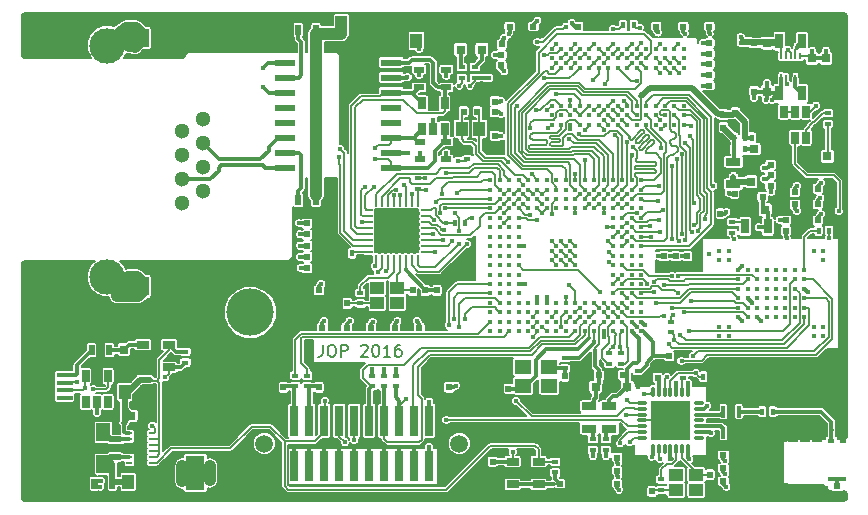
<source format=gbr>
G04 #@! TF.FileFunction,Copper,L1,Top,Signal*
%FSLAX46Y46*%
G04 Gerber Fmt 4.6, Leading zero omitted, Abs format (unit mm)*
G04 Created by KiCad (PCBNEW 4.0.2-stable) date 2016-06-02 02:45:38*
%MOMM*%
G01*
G04 APERTURE LIST*
%ADD10C,0.100000*%
%ADD11C,0.150000*%
%ADD12O,0.850000X0.300000*%
%ADD13O,0.300000X0.850000*%
%ADD14R,1.675000X1.675000*%
%ADD15C,1.300000*%
%ADD16C,3.000000*%
%ADD17R,0.740000X2.550000*%
%ADD18C,1.500000*%
%ADD19R,0.600000X0.400000*%
%ADD20C,0.429260*%
%ADD21R,0.500000X0.600000*%
%ADD22R,0.600000X0.500000*%
%ADD23R,0.800000X0.750000*%
%ADD24R,0.750000X0.800000*%
%ADD25R,1.000000X1.250000*%
%ADD26R,0.797560X0.797560*%
%ADD27R,0.500000X0.900000*%
%ADD28R,0.400000X0.600000*%
%ADD29R,0.650000X1.060000*%
%ADD30R,1.200000X1.000000*%
%ADD31R,1.600200X2.999740*%
%ADD32C,0.400000*%
%ADD33R,0.250000X0.700000*%
%ADD34R,0.700000X0.250000*%
%ADD35R,1.725000X1.725000*%
%ADD36R,1.300000X0.700000*%
%ADD37R,0.700000X1.300000*%
%ADD38R,0.200000X0.650000*%
%ADD39R,0.200000X0.550000*%
%ADD40R,1.000000X1.600000*%
%ADD41R,0.900000X0.500000*%
%ADD42R,1.400000X1.200000*%
%ADD43R,0.500000X0.280000*%
%ADD44R,0.250000X0.600000*%
%ADD45R,0.900000X2.300000*%
%ADD46R,1.200000X1.500000*%
%ADD47R,1.060000X0.650000*%
%ADD48R,1.600000X0.400000*%
%ADD49R,0.350000X1.000000*%
%ADD50R,1.780000X0.620000*%
%ADD51C,0.398780*%
%ADD52R,1.350000X0.400000*%
%ADD53C,1.250000*%
%ADD54C,1.550000*%
%ADD55C,4.000000*%
%ADD56C,0.300000*%
%ADD57C,0.500000*%
%ADD58C,1.000000*%
G04 APERTURE END LIST*
D10*
D11*
X150333334Y-108452381D02*
X150333334Y-109166667D01*
X150285714Y-109309524D01*
X150190476Y-109404762D01*
X150047619Y-109452381D01*
X149952381Y-109452381D01*
X151000000Y-108452381D02*
X151190477Y-108452381D01*
X151285715Y-108500000D01*
X151380953Y-108595238D01*
X151428572Y-108785714D01*
X151428572Y-109119048D01*
X151380953Y-109309524D01*
X151285715Y-109404762D01*
X151190477Y-109452381D01*
X151000000Y-109452381D01*
X150904762Y-109404762D01*
X150809524Y-109309524D01*
X150761905Y-109119048D01*
X150761905Y-108785714D01*
X150809524Y-108595238D01*
X150904762Y-108500000D01*
X151000000Y-108452381D01*
X151857143Y-109452381D02*
X151857143Y-108452381D01*
X152238096Y-108452381D01*
X152333334Y-108500000D01*
X152380953Y-108547619D01*
X152428572Y-108642857D01*
X152428572Y-108785714D01*
X152380953Y-108880952D01*
X152333334Y-108928571D01*
X152238096Y-108976190D01*
X151857143Y-108976190D01*
X153571429Y-108547619D02*
X153619048Y-108500000D01*
X153714286Y-108452381D01*
X153952382Y-108452381D01*
X154047620Y-108500000D01*
X154095239Y-108547619D01*
X154142858Y-108642857D01*
X154142858Y-108738095D01*
X154095239Y-108880952D01*
X153523810Y-109452381D01*
X154142858Y-109452381D01*
X154761905Y-108452381D02*
X154857144Y-108452381D01*
X154952382Y-108500000D01*
X155000001Y-108547619D01*
X155047620Y-108642857D01*
X155095239Y-108833333D01*
X155095239Y-109071429D01*
X155047620Y-109261905D01*
X155000001Y-109357143D01*
X154952382Y-109404762D01*
X154857144Y-109452381D01*
X154761905Y-109452381D01*
X154666667Y-109404762D01*
X154619048Y-109357143D01*
X154571429Y-109261905D01*
X154523810Y-109071429D01*
X154523810Y-108833333D01*
X154571429Y-108642857D01*
X154619048Y-108547619D01*
X154666667Y-108500000D01*
X154761905Y-108452381D01*
X156047620Y-109452381D02*
X155476191Y-109452381D01*
X155761905Y-109452381D02*
X155761905Y-108452381D01*
X155666667Y-108595238D01*
X155571429Y-108690476D01*
X155476191Y-108738095D01*
X156904763Y-108452381D02*
X156714286Y-108452381D01*
X156619048Y-108500000D01*
X156571429Y-108547619D01*
X156476191Y-108690476D01*
X156428572Y-108880952D01*
X156428572Y-109261905D01*
X156476191Y-109357143D01*
X156523810Y-109404762D01*
X156619048Y-109452381D01*
X156809525Y-109452381D01*
X156904763Y-109404762D01*
X156952382Y-109357143D01*
X157000001Y-109261905D01*
X157000001Y-109023810D01*
X156952382Y-108928571D01*
X156904763Y-108880952D01*
X156809525Y-108833333D01*
X156619048Y-108833333D01*
X156523810Y-108880952D01*
X156476191Y-108928571D01*
X156428572Y-109023810D01*
D12*
X177317951Y-113355283D03*
X177317951Y-113855283D03*
X177317951Y-114355283D03*
X177317951Y-114855283D03*
X177317951Y-115355283D03*
X177317951Y-115855283D03*
X177317951Y-116355283D03*
D13*
X178267951Y-117305283D03*
X178767951Y-117305283D03*
X179267951Y-117305283D03*
X179767951Y-117305283D03*
X180267951Y-117305283D03*
X180767951Y-117305283D03*
X181267951Y-117305283D03*
D12*
X182217951Y-116355283D03*
X182217951Y-115855283D03*
X182217951Y-115355283D03*
X182217951Y-114855283D03*
X182217951Y-114355283D03*
X182217951Y-113855283D03*
X182217951Y-113355283D03*
D13*
X181267951Y-112405283D03*
X180767951Y-112405283D03*
X180267951Y-112405283D03*
X179767951Y-112405283D03*
X179267951Y-112405283D03*
X178767951Y-112405283D03*
X178267951Y-112405283D03*
D14*
X180605451Y-115692783D03*
X180605451Y-114017783D03*
X178930451Y-115692783D03*
X178930451Y-114017783D03*
D15*
X138400000Y-96480000D03*
X140180000Y-95460000D03*
X138400000Y-94440000D03*
X140180000Y-93420000D03*
X138400000Y-92400000D03*
X140180000Y-91380000D03*
X138400000Y-90360000D03*
X140180000Y-89340000D03*
D16*
X132090000Y-102710000D03*
X132090000Y-83110000D03*
D17*
X147910000Y-118710000D03*
X147910000Y-114900000D03*
X149180000Y-118710000D03*
X149180000Y-114900000D03*
X150450000Y-118710000D03*
X150450000Y-114900000D03*
X151720000Y-118710000D03*
X151720000Y-114900000D03*
X152990000Y-118710000D03*
X152990000Y-114900000D03*
X154260000Y-118710000D03*
X154260000Y-114900000D03*
X155530000Y-118710000D03*
X155530000Y-114900000D03*
X156800000Y-118710000D03*
X156800000Y-114900000D03*
X158070000Y-118710000D03*
X158070000Y-114900000D03*
X159340000Y-118710000D03*
X159340000Y-114900000D03*
D18*
X161880000Y-116805000D03*
X145370000Y-116805000D03*
D19*
X175600000Y-109150000D03*
X175600000Y-110050000D03*
D20*
X164501740Y-94501740D03*
X165301840Y-94501740D03*
X166101940Y-94501740D03*
X166902040Y-94501740D03*
X167702140Y-94501740D03*
X168502240Y-94501740D03*
X169302340Y-94501740D03*
X170102440Y-94501740D03*
X170900000Y-94501740D03*
X171697560Y-94501740D03*
X172497660Y-94501740D03*
X173297760Y-94501740D03*
X174097860Y-94501740D03*
X174897960Y-94501740D03*
X175698060Y-94501740D03*
X176498160Y-94501740D03*
X177298260Y-94501740D03*
X164501740Y-95301840D03*
X165301840Y-95301840D03*
X166101940Y-95301840D03*
X166902040Y-95301840D03*
X167702140Y-95301840D03*
X168502240Y-95301840D03*
X169302340Y-95301840D03*
X170102440Y-95301840D03*
X170900000Y-95301840D03*
X171697560Y-95301840D03*
X172497660Y-95301840D03*
X173297760Y-95301840D03*
X174097860Y-95301840D03*
X174897960Y-95301840D03*
X175698060Y-95301840D03*
X176498160Y-95301840D03*
X177298260Y-95301840D03*
X164501740Y-96101940D03*
X165301840Y-96101940D03*
X166101940Y-96101940D03*
X166902040Y-96101940D03*
X167702140Y-96101940D03*
X168502240Y-96101940D03*
X169302340Y-96101940D03*
X170102440Y-96101940D03*
X170900000Y-96101940D03*
X171697560Y-96101940D03*
X172497660Y-96101940D03*
X173297760Y-96101940D03*
X174097860Y-96101940D03*
X174897960Y-96101940D03*
X175698060Y-96101940D03*
X176498160Y-96101940D03*
X177298260Y-96101940D03*
X164501740Y-96902040D03*
X165301840Y-96902040D03*
X166101940Y-96902040D03*
X166902040Y-96902040D03*
X167702140Y-96902040D03*
X168502240Y-96902040D03*
X169302340Y-96902040D03*
X170102440Y-96902040D03*
X170900000Y-96902040D03*
X171697560Y-96902040D03*
X172497660Y-96902040D03*
X173297760Y-96902040D03*
X174097860Y-96902040D03*
X174897960Y-96902040D03*
X175698060Y-96902040D03*
X176498160Y-96902040D03*
X177298260Y-96902040D03*
X164501740Y-97702140D03*
X165301840Y-97702140D03*
X166101940Y-97702140D03*
X166902040Y-97702140D03*
X174897960Y-97702140D03*
X175698060Y-97702140D03*
X176498160Y-97702140D03*
X177298260Y-97702140D03*
X164501740Y-98502240D03*
X165301840Y-98502240D03*
X166101940Y-98502240D03*
X166902040Y-98502240D03*
X174897960Y-98502240D03*
X175698060Y-98502240D03*
X176498160Y-98502240D03*
X177298260Y-98502240D03*
X164501740Y-99302340D03*
X165301840Y-99302340D03*
X166101940Y-99302340D03*
X166902040Y-99302340D03*
X174897960Y-99302340D03*
X175698060Y-99302340D03*
X176498160Y-99302340D03*
X177298260Y-99302340D03*
X164501740Y-100102440D03*
X165301840Y-100102440D03*
X166101940Y-100102440D03*
X166902040Y-100102440D03*
X170102440Y-100102440D03*
X170900000Y-100102440D03*
X171697560Y-100102440D03*
X174897960Y-100102440D03*
X175698060Y-100102440D03*
X176498160Y-100102440D03*
X177298260Y-100102440D03*
X164501740Y-100900000D03*
X165301840Y-100900000D03*
X166101940Y-100900000D03*
X166902040Y-100900000D03*
X170102440Y-100900000D03*
X170900000Y-100900000D03*
X171697560Y-100900000D03*
X174897960Y-100900000D03*
X175698060Y-100900000D03*
X176498160Y-100900000D03*
X177298260Y-100900000D03*
X164501740Y-101697560D03*
X165301840Y-101697560D03*
X166101940Y-101697560D03*
X166902040Y-101697560D03*
X170102440Y-101697560D03*
X170900000Y-101697560D03*
X171697560Y-101697560D03*
X174897960Y-101697560D03*
X175698060Y-101697560D03*
X176498160Y-101697560D03*
X177298260Y-101697560D03*
X164501740Y-102497660D03*
X165301840Y-102497660D03*
X166101940Y-102497660D03*
X166902040Y-102497660D03*
X174897960Y-102497660D03*
X175698060Y-102497660D03*
X176498160Y-102497660D03*
X177298260Y-102497660D03*
X164501740Y-103297760D03*
X165301840Y-103297760D03*
X166101940Y-103297760D03*
X166902040Y-103297760D03*
X174897960Y-103297760D03*
X175698060Y-103297760D03*
X176498160Y-103297760D03*
X177298260Y-103297760D03*
X164501740Y-104097860D03*
X165301840Y-104097860D03*
X166101940Y-104097860D03*
X166902040Y-104097860D03*
X174897960Y-104097860D03*
X175698060Y-104097860D03*
X176498160Y-104097860D03*
X177298260Y-104097860D03*
X164501740Y-104897960D03*
X165301840Y-104897960D03*
X166101940Y-104897960D03*
X166902040Y-104897960D03*
X167702140Y-104897960D03*
X168502240Y-104897960D03*
X169302340Y-104897960D03*
X170102440Y-104897960D03*
X170900000Y-104897960D03*
X171697560Y-104897960D03*
X172497660Y-104897960D03*
X173297760Y-104897960D03*
X174097860Y-104897960D03*
X174897960Y-104897960D03*
X175698060Y-104897960D03*
X176498160Y-104897960D03*
X177298260Y-104897960D03*
X164501740Y-105698060D03*
X165301840Y-105698060D03*
X166101940Y-105698060D03*
X166902040Y-105698060D03*
X167702140Y-105698060D03*
X168502240Y-105698060D03*
X169302340Y-105698060D03*
X170102440Y-105698060D03*
X170900000Y-105698060D03*
X171697560Y-105698060D03*
X172497660Y-105698060D03*
X173297760Y-105698060D03*
X174097860Y-105698060D03*
X174897960Y-105698060D03*
X175698060Y-105698060D03*
X176498160Y-105698060D03*
X177298260Y-105698060D03*
X164501740Y-106498160D03*
X165301840Y-106498160D03*
X166101940Y-106498160D03*
X166902040Y-106498160D03*
X167702140Y-106498160D03*
X168502240Y-106498160D03*
X169302340Y-106498160D03*
X170102440Y-106498160D03*
X170900000Y-106498160D03*
X171697560Y-106498160D03*
X172497660Y-106498160D03*
X173297760Y-106498160D03*
X174097860Y-106498160D03*
X174897960Y-106498160D03*
X175698060Y-106498160D03*
X176498160Y-106498160D03*
X177298260Y-106498160D03*
X164501740Y-107298260D03*
X165301840Y-107298260D03*
X166101940Y-107298260D03*
X166902040Y-107298260D03*
X167702140Y-107298260D03*
X168502240Y-107298260D03*
X169302340Y-107298260D03*
X170102440Y-107298260D03*
X170900000Y-107298260D03*
X171697560Y-107298260D03*
X172497660Y-107298260D03*
X173297760Y-107298260D03*
X174097860Y-107298260D03*
X174897960Y-107298260D03*
X175698060Y-107298260D03*
X176498160Y-107298260D03*
X177298260Y-107298260D03*
D21*
X179200000Y-100950000D03*
X179200000Y-102050000D03*
D22*
X192250000Y-96550000D03*
X193350000Y-96550000D03*
X156450000Y-107000000D03*
X157550000Y-107000000D03*
D21*
X180200000Y-100950000D03*
X180200000Y-102050000D03*
D22*
X190300000Y-96550000D03*
X191400000Y-96550000D03*
D21*
X181200000Y-100950000D03*
X181200000Y-102050000D03*
D22*
X192250000Y-95250000D03*
X193350000Y-95250000D03*
D21*
X185200000Y-95650000D03*
X185200000Y-96750000D03*
D22*
X154400000Y-107000000D03*
X155500000Y-107000000D03*
D23*
X176100000Y-112000000D03*
X174600000Y-112000000D03*
X187775000Y-97000000D03*
X186275000Y-97000000D03*
X173450000Y-112000000D03*
X171950000Y-112000000D03*
D22*
X166150000Y-81500000D03*
X167250000Y-81500000D03*
X152350000Y-107000000D03*
X153450000Y-107000000D03*
X175750000Y-111000000D03*
X174650000Y-111000000D03*
X187575000Y-95925000D03*
X186475000Y-95925000D03*
X173725000Y-111025000D03*
X172625000Y-111025000D03*
X150300000Y-107000000D03*
X151400000Y-107000000D03*
D21*
X164900000Y-87850000D03*
X164900000Y-86750000D03*
D22*
X190300000Y-95550000D03*
X191400000Y-95550000D03*
X158500000Y-107000000D03*
X159600000Y-107000000D03*
D21*
X179650000Y-109400000D03*
X179650000Y-110500000D03*
X170800000Y-111125000D03*
X170800000Y-112225000D03*
X166050000Y-112175000D03*
X166050000Y-111075000D03*
X178200000Y-120850000D03*
X178200000Y-119750000D03*
X183100000Y-119450000D03*
X183100000Y-120550000D03*
D24*
X133500000Y-108850000D03*
X133500000Y-110350000D03*
D21*
X164700000Y-118350000D03*
X164700000Y-119450000D03*
D23*
X134100000Y-114450000D03*
X135600000Y-114450000D03*
D25*
X133550000Y-112450000D03*
X135550000Y-112450000D03*
D24*
X192943670Y-84203360D03*
X192943670Y-85703360D03*
D21*
X193894717Y-120417951D03*
X193894717Y-121517951D03*
D24*
X187943670Y-82903360D03*
X187943670Y-84403360D03*
X187943670Y-87003360D03*
X187943670Y-85503360D03*
D25*
X133850000Y-120050000D03*
X135850000Y-120050000D03*
D21*
X186843670Y-82903360D03*
X186843670Y-84003360D03*
X186843670Y-87003360D03*
X186843670Y-85903360D03*
D24*
X191743670Y-84203360D03*
X191743670Y-85703360D03*
D26*
X191550700Y-92500000D03*
X193049300Y-92500000D03*
D27*
X130750000Y-108900000D03*
X132250000Y-108900000D03*
X132500000Y-120200000D03*
X131000000Y-120200000D03*
D28*
X187550000Y-114100000D03*
X188450000Y-114100000D03*
D19*
X193100000Y-89750000D03*
X193100000Y-88850000D03*
X180800000Y-111250000D03*
X180800000Y-110350000D03*
X179000000Y-120750000D03*
X179000000Y-119850000D03*
D28*
X182550000Y-111150000D03*
X183450000Y-111150000D03*
D19*
X138700000Y-109050000D03*
X138700000Y-109950000D03*
D29*
X132150000Y-111100000D03*
X131200000Y-111100000D03*
X130250000Y-111100000D03*
X130250000Y-113300000D03*
X132150000Y-113300000D03*
X131200000Y-113300000D03*
D30*
X180250000Y-120750000D03*
X181950000Y-120750000D03*
X181950000Y-119450000D03*
X180250000Y-119450000D03*
D21*
X184250000Y-90050000D03*
X184250000Y-88950000D03*
X185250000Y-88800000D03*
X185250000Y-87700000D03*
D22*
X183050000Y-82900000D03*
X184150000Y-82900000D03*
X165500000Y-83000000D03*
X166600000Y-83000000D03*
D23*
X186850000Y-91900000D03*
X188350000Y-91900000D03*
D22*
X183050000Y-86500000D03*
X184150000Y-86500000D03*
X183050000Y-85600000D03*
X184150000Y-85600000D03*
X183050000Y-83800000D03*
X184150000Y-83800000D03*
D24*
X186600000Y-94650000D03*
X186600000Y-93150000D03*
D22*
X165450000Y-83900000D03*
X166550000Y-83900000D03*
X183050000Y-84700000D03*
X184150000Y-84700000D03*
X180850000Y-81500000D03*
X181950000Y-81500000D03*
X183050000Y-81500000D03*
X184150000Y-81500000D03*
X165450000Y-84800000D03*
X166550000Y-84800000D03*
X189550000Y-97900000D03*
X190650000Y-97900000D03*
X189550000Y-98800000D03*
X190650000Y-98800000D03*
X192250000Y-97900000D03*
X193350000Y-97900000D03*
D19*
X179850000Y-106500000D03*
X179850000Y-107400000D03*
D28*
X193200000Y-98800000D03*
X192300000Y-98800000D03*
D19*
X174300000Y-116450000D03*
X174300000Y-117350000D03*
X185000000Y-98050000D03*
X185000000Y-98950000D03*
X173200000Y-116450000D03*
X173200000Y-117350000D03*
X177000000Y-110650000D03*
X177000000Y-111550000D03*
X170800000Y-110450000D03*
X170800000Y-109550000D03*
D28*
X185150000Y-90900000D03*
X186050000Y-90900000D03*
X186650000Y-90900000D03*
X187550000Y-90900000D03*
X185150000Y-91900000D03*
X186050000Y-91900000D03*
D31*
X139550000Y-119299640D03*
X139550000Y-114900360D03*
D32*
X192700000Y-100500000D03*
X192700000Y-101300000D03*
X192700000Y-106900000D03*
X192700000Y-107700000D03*
X191900000Y-100500000D03*
X191900000Y-106900000D03*
X191900000Y-107700000D03*
X191100000Y-102100000D03*
X191100000Y-102900000D03*
X191100000Y-103700000D03*
X191100000Y-104500000D03*
X191100000Y-105300000D03*
X191100000Y-106100000D03*
X190300000Y-102100000D03*
X190300000Y-102900000D03*
X190300000Y-103700000D03*
X190300000Y-104500000D03*
X190300000Y-105300000D03*
X190300000Y-106100000D03*
X189500000Y-102100000D03*
X189500000Y-102900000D03*
X189500000Y-103700000D03*
X189500000Y-104500000D03*
X189500000Y-105300000D03*
X189500000Y-106100000D03*
X188700000Y-102100000D03*
X188700000Y-102900000D03*
X188700000Y-103700000D03*
X188700000Y-104500000D03*
X188700000Y-105300000D03*
X188700000Y-106100000D03*
X187900000Y-102100000D03*
X187900000Y-102900000D03*
X187900000Y-103700000D03*
X187900000Y-104500000D03*
X187900000Y-105300000D03*
X187900000Y-106100000D03*
X187100000Y-102100000D03*
X187100000Y-102900000D03*
X187100000Y-103700000D03*
X187100000Y-104500000D03*
X187100000Y-105300000D03*
X187100000Y-106100000D03*
X186300000Y-102100000D03*
X186300000Y-102900000D03*
X186300000Y-103700000D03*
X186300000Y-104500000D03*
X186300000Y-105300000D03*
X186300000Y-106100000D03*
X185500000Y-102100000D03*
X185500000Y-102900000D03*
X185500000Y-103700000D03*
X185500000Y-104500000D03*
X185500000Y-105300000D03*
X185500000Y-106100000D03*
X184700000Y-100500000D03*
X184700000Y-101300000D03*
X184700000Y-106900000D03*
X184700000Y-107700000D03*
X183900000Y-100500000D03*
X183900000Y-101300000D03*
X183900000Y-106900000D03*
X183900000Y-107700000D03*
D33*
X154850000Y-101200000D03*
X155350000Y-101200000D03*
X155850000Y-101200000D03*
X156350000Y-101200000D03*
X156850000Y-101200000D03*
X157350000Y-101200000D03*
X157850000Y-101200000D03*
X158350000Y-101200000D03*
D34*
X159000000Y-100550000D03*
X159000000Y-100050000D03*
X159000000Y-99550000D03*
X159000000Y-99050000D03*
X159000000Y-98550000D03*
X159000000Y-98050000D03*
X159000000Y-97550000D03*
X159000000Y-97050000D03*
D33*
X158350000Y-96400000D03*
X157850000Y-96400000D03*
X157350000Y-96400000D03*
X156850000Y-96400000D03*
X156350000Y-96400000D03*
X155850000Y-96400000D03*
X155350000Y-96400000D03*
X154850000Y-96400000D03*
D34*
X154200000Y-97050000D03*
X154200000Y-97550000D03*
X154200000Y-98050000D03*
X154200000Y-98550000D03*
X154200000Y-99050000D03*
X154200000Y-99550000D03*
X154200000Y-100050000D03*
X154200000Y-100550000D03*
D35*
X157462500Y-97937500D03*
X155737500Y-97937500D03*
X157462500Y-99662500D03*
X155737500Y-99662500D03*
D36*
X174600000Y-115550000D03*
X174600000Y-113650000D03*
D37*
X186100000Y-98425000D03*
X188000000Y-98425000D03*
D36*
X172900000Y-115550000D03*
X172900000Y-113650000D03*
D37*
X190893670Y-87153360D03*
X188993670Y-87153360D03*
X190893670Y-82753360D03*
X188993670Y-82753360D03*
D36*
X185100000Y-94850000D03*
X185100000Y-92950000D03*
D38*
X189143670Y-85828360D03*
D39*
X189543670Y-85878360D03*
X189943670Y-85878360D03*
X190343670Y-85878360D03*
X190743670Y-85878360D03*
X190743670Y-84028360D03*
X190343670Y-84028360D03*
X189943670Y-84028360D03*
X189543670Y-84028360D03*
X189143670Y-84028360D03*
D22*
X184250000Y-117800000D03*
X185350000Y-117800000D03*
X175250000Y-119100000D03*
X176350000Y-119100000D03*
X175250000Y-120200000D03*
X176350000Y-120200000D03*
X184250000Y-120000000D03*
X185350000Y-120000000D03*
X175250000Y-118000000D03*
X176350000Y-118000000D03*
D21*
X178700000Y-111250000D03*
X178700000Y-110150000D03*
D22*
X184250000Y-118900000D03*
X185350000Y-118900000D03*
D21*
X164900000Y-90750000D03*
X164900000Y-91850000D03*
X164900000Y-88750000D03*
X164900000Y-89850000D03*
X184000000Y-97350000D03*
X184000000Y-96250000D03*
D22*
X171950000Y-81500000D03*
X173050000Y-81500000D03*
X178550000Y-81500000D03*
X179650000Y-81500000D03*
X168150000Y-81500000D03*
X169250000Y-81500000D03*
X188250000Y-94100000D03*
X189350000Y-94100000D03*
X188250000Y-93200000D03*
X189350000Y-93200000D03*
X188250000Y-95000000D03*
X189350000Y-95000000D03*
X149000000Y-100050000D03*
X150100000Y-100050000D03*
X150000000Y-103850000D03*
X151100000Y-103850000D03*
X149000000Y-101000000D03*
X150100000Y-101000000D03*
X149000000Y-101950000D03*
X150100000Y-101950000D03*
X149000000Y-99100000D03*
X150100000Y-99100000D03*
X149000000Y-98150000D03*
X150100000Y-98150000D03*
D21*
X157950000Y-103850000D03*
X157950000Y-104950000D03*
X152400000Y-104950000D03*
X152400000Y-103850000D03*
X159000000Y-103850000D03*
X159000000Y-104950000D03*
X160000000Y-103850000D03*
X160000000Y-104950000D03*
D40*
X151900000Y-81400000D03*
X154900000Y-81400000D03*
X135100000Y-103500000D03*
X138100000Y-103500000D03*
X135100000Y-82500000D03*
X138100000Y-82500000D03*
D28*
X152800000Y-100700000D03*
X151900000Y-100700000D03*
D41*
X160800000Y-92750000D03*
X160800000Y-91250000D03*
D19*
X153500000Y-104050000D03*
X153500000Y-104950000D03*
D41*
X158600000Y-92750000D03*
X158600000Y-91250000D03*
X158500000Y-85150000D03*
X158500000Y-86650000D03*
X160800000Y-85150000D03*
X160800000Y-86650000D03*
D27*
X149750000Y-96200000D03*
X148250000Y-96200000D03*
X149750000Y-81800000D03*
X148250000Y-81800000D03*
D30*
X154950000Y-104950000D03*
X156650000Y-104950000D03*
X156650000Y-103650000D03*
X154950000Y-103650000D03*
D29*
X160650000Y-88000000D03*
X159700000Y-88000000D03*
X158750000Y-88000000D03*
X158750000Y-90200000D03*
X160650000Y-90200000D03*
X159700000Y-90200000D03*
D28*
X161500000Y-98100000D03*
X162400000Y-98100000D03*
D19*
X158350000Y-95250000D03*
X158350000Y-94350000D03*
X162550000Y-92750000D03*
X162550000Y-91850000D03*
D42*
X169500000Y-110325000D03*
X167300000Y-110325000D03*
X167300000Y-111925000D03*
X169500000Y-111925000D03*
D43*
X133950000Y-115950000D03*
X133950000Y-116450000D03*
X133950000Y-116950000D03*
X133950000Y-117450000D03*
X133950000Y-117950000D03*
X133950000Y-118450000D03*
X135850000Y-118450000D03*
X135850000Y-117950000D03*
X135850000Y-117450000D03*
X135850000Y-116950000D03*
X135850000Y-116450000D03*
X135850000Y-115950000D03*
D32*
X134900000Y-116500000D03*
X134900000Y-117900000D03*
X134900000Y-117200000D03*
D44*
X135150000Y-118600000D03*
X134650000Y-118600000D03*
X135150000Y-115800000D03*
X134650000Y-115800000D03*
D45*
X134900000Y-117200000D03*
D46*
X131750000Y-115850000D03*
X131750000Y-118550000D03*
D21*
X162275000Y-88700000D03*
X162275000Y-87600000D03*
X163425000Y-88700000D03*
X163425000Y-87600000D03*
D25*
X162075000Y-90150000D03*
X163575000Y-90150000D03*
D21*
X161000000Y-112050000D03*
X161000000Y-110950000D03*
X150000000Y-112050000D03*
X150000000Y-110950000D03*
X147000000Y-112050000D03*
X147000000Y-110950000D03*
D19*
X162100000Y-85850000D03*
X162100000Y-84950000D03*
X163200000Y-85850000D03*
X163200000Y-84950000D03*
X164300000Y-85850000D03*
X164300000Y-84950000D03*
X156500000Y-111050000D03*
X156500000Y-111950000D03*
X155500000Y-111050000D03*
X155500000Y-111950000D03*
X154500000Y-111050000D03*
X154500000Y-111950000D03*
X149000000Y-111950000D03*
X149000000Y-111050000D03*
X148000000Y-111950000D03*
X148000000Y-111050000D03*
X174600000Y-109150000D03*
X174600000Y-110050000D03*
X170000000Y-119250000D03*
X170000000Y-118350000D03*
D47*
X166400000Y-118350000D03*
X166400000Y-119300000D03*
X166400000Y-120250000D03*
X168600000Y-120250000D03*
X168600000Y-118350000D03*
D22*
X170400000Y-120200000D03*
X171500000Y-120200000D03*
D19*
X194394717Y-116567951D03*
X193394717Y-116567951D03*
D48*
X193894717Y-119767951D03*
D28*
X176650000Y-81400000D03*
X175750000Y-81400000D03*
D47*
X135100000Y-108450000D03*
X135100000Y-109400000D03*
X135100000Y-110350000D03*
X137300000Y-110350000D03*
X137300000Y-108450000D03*
D25*
X158250000Y-82700000D03*
X160250000Y-82700000D03*
D26*
X162000000Y-81950700D03*
X162000000Y-83449300D03*
X163800000Y-81950700D03*
X163800000Y-83449300D03*
D49*
X185550000Y-114100000D03*
X184900000Y-114100000D03*
X184250000Y-114100000D03*
X184250000Y-115900000D03*
X184900000Y-115900000D03*
X185550000Y-115900000D03*
D29*
X189350000Y-90900000D03*
X190300000Y-90900000D03*
X191250000Y-90900000D03*
X191250000Y-88700000D03*
X189350000Y-88700000D03*
X190300000Y-88700000D03*
D50*
X156110000Y-93445000D03*
X156110000Y-92175000D03*
X156110000Y-90905000D03*
X156110000Y-89635000D03*
X156110000Y-88365000D03*
X156110000Y-87095000D03*
X156110000Y-85825000D03*
X156110000Y-84555000D03*
X147090000Y-84555000D03*
X147090000Y-85825000D03*
X147090000Y-87095000D03*
X147090000Y-88365000D03*
X147090000Y-89635000D03*
X147090000Y-90905000D03*
X147090000Y-92175000D03*
X147090000Y-93445000D03*
D51*
X169699300Y-89800400D03*
X169699300Y-89000300D03*
X169699300Y-88200200D03*
X169699300Y-84999800D03*
X169699300Y-84199700D03*
X169699300Y-83399600D03*
X170499400Y-89800400D03*
X171299500Y-89800400D03*
X172099600Y-89800400D03*
X172897160Y-89800400D03*
X173697260Y-89800400D03*
X174497360Y-89800400D03*
X175297460Y-89800400D03*
X175297460Y-89000300D03*
X175297460Y-88200200D03*
X175300000Y-85002340D03*
X175300000Y-84202240D03*
X175300000Y-83402140D03*
X174499900Y-83402140D03*
X173699800Y-83402140D03*
X172899700Y-83402140D03*
X172102140Y-83402140D03*
X171302040Y-83402140D03*
X170501940Y-83402140D03*
X172099600Y-88200200D03*
X172897160Y-88200200D03*
X172899700Y-85002340D03*
X172102140Y-85002340D03*
X171302040Y-85002340D03*
X171299500Y-88200200D03*
X171299500Y-89000300D03*
X172099600Y-89000300D03*
X172897160Y-89000300D03*
X173697260Y-89000300D03*
X174497360Y-89000300D03*
X174497360Y-88200200D03*
X173697260Y-88200200D03*
X173699800Y-85002340D03*
X174499900Y-85002340D03*
X174499900Y-84202240D03*
X173699800Y-84202240D03*
X172899700Y-84202240D03*
X172102140Y-84202240D03*
X171302040Y-84202240D03*
X170501940Y-84202240D03*
X170501940Y-85002340D03*
X170499400Y-88200200D03*
X170499400Y-89000300D03*
X180900700Y-89800400D03*
X180900700Y-83399600D03*
X176100100Y-89800400D03*
X176100100Y-89000300D03*
X176100100Y-88200200D03*
X176100100Y-84999800D03*
X176100100Y-84199700D03*
X176100100Y-83399600D03*
X176900200Y-89800400D03*
X176900200Y-89000300D03*
X176900200Y-88200200D03*
X176900200Y-84999800D03*
X176900200Y-84199700D03*
X176900200Y-83399600D03*
X177700300Y-89800400D03*
X177700300Y-89000300D03*
X177700300Y-88200200D03*
X177700300Y-84999800D03*
X177700300Y-84199700D03*
X177700300Y-83399600D03*
X178500400Y-89800400D03*
X178500400Y-89000300D03*
X178500400Y-88200200D03*
X178500400Y-84999800D03*
X178500400Y-84199700D03*
X178500400Y-83399600D03*
X179300500Y-89800400D03*
X179300500Y-89000300D03*
X179300500Y-88200200D03*
X179300500Y-84999800D03*
X179300500Y-84199700D03*
X179300500Y-83399600D03*
X180100600Y-89800400D03*
X180100600Y-89000300D03*
X180100600Y-88200200D03*
X180100600Y-84999800D03*
X180100600Y-84199700D03*
X180100600Y-83399600D03*
X180900700Y-89000300D03*
X180900700Y-88200200D03*
X180900700Y-84999800D03*
X180900700Y-84199700D03*
D52*
X128462540Y-110999100D03*
X128462540Y-111649100D03*
X128462540Y-112299100D03*
X128462540Y-112949100D03*
X128462540Y-113599100D03*
D53*
X128462540Y-109799100D03*
X128462540Y-114799100D03*
D54*
X125762540Y-108799100D03*
X125762540Y-115799100D03*
D55*
X144200000Y-105700000D03*
D32*
X183050000Y-100750000D03*
X185150000Y-99450000D03*
X174500000Y-99650000D03*
X187950000Y-86300000D03*
X186850000Y-87550000D03*
X187850000Y-87700000D03*
X188350000Y-87700000D03*
X187700000Y-93500000D03*
X187700000Y-94400000D03*
X188300000Y-95500000D03*
X180700000Y-100900000D03*
X179700000Y-100900000D03*
X178700000Y-100900000D03*
X170500000Y-101300000D03*
X169700000Y-101300000D03*
X177600000Y-106800000D03*
X136000000Y-110400000D03*
X136000000Y-109400000D03*
X132600000Y-109900000D03*
X164400000Y-84400000D03*
X169200000Y-81000000D03*
X179700000Y-82000000D03*
X182000000Y-82200000D03*
X184200000Y-82100000D03*
X184900000Y-116800000D03*
X185600000Y-116800000D03*
X184900000Y-113200000D03*
X188000000Y-120000000D03*
X188000000Y-119000000D03*
X188000000Y-118000000D03*
X188000000Y-117000000D03*
X188500000Y-116000000D03*
X187500000Y-116000000D03*
X186500000Y-117000000D03*
X186500000Y-118500000D03*
X186500000Y-120000000D03*
X185500000Y-111000000D03*
X187000000Y-111000000D03*
X188500000Y-111000000D03*
X190000000Y-111000000D03*
X191500000Y-111000000D03*
X193000000Y-111000000D03*
X193000000Y-110000000D03*
X192000000Y-110000000D03*
X191000000Y-110000000D03*
X190000000Y-110000000D03*
X189000000Y-110000000D03*
X188000000Y-110000000D03*
X187000000Y-110000000D03*
X186000000Y-110000000D03*
X185000000Y-110000000D03*
X184000000Y-110000000D03*
X184000000Y-111500000D03*
X184000000Y-112500000D03*
X185000000Y-112500000D03*
X186000000Y-112500000D03*
X188000000Y-112500000D03*
X189000000Y-112500000D03*
X190000000Y-112500000D03*
X191000000Y-112500000D03*
X192000000Y-112500000D03*
X192500000Y-113000000D03*
X193500000Y-113000000D03*
X194500000Y-113000000D03*
X194500000Y-112000000D03*
X194500000Y-111000000D03*
X194500000Y-110000000D03*
X194500000Y-109000000D03*
X194500000Y-108000000D03*
X194500000Y-107000000D03*
X194500000Y-106000000D03*
X194500000Y-105000000D03*
X194500000Y-104000000D03*
X194500000Y-103000000D03*
X194500000Y-102000000D03*
X194500000Y-101000000D03*
X194500000Y-100000000D03*
X194500000Y-99000000D03*
X194500000Y-98000000D03*
X194500000Y-96000000D03*
X194500000Y-95000000D03*
X194500000Y-94000000D03*
X194500000Y-93000000D03*
X194500000Y-92000000D03*
X194500000Y-91000000D03*
X194500000Y-90000000D03*
X194500000Y-89000000D03*
X194500000Y-88000000D03*
X194500000Y-87000000D03*
X194500000Y-86000000D03*
X194500000Y-85000000D03*
X194500000Y-84000000D03*
X194500000Y-83000000D03*
X194500000Y-82000000D03*
X194500000Y-81000000D03*
X194000000Y-80500000D03*
X193000000Y-80500000D03*
X192000000Y-80500000D03*
X191000000Y-80500000D03*
X190000000Y-80500000D03*
X189000000Y-80500000D03*
X188000000Y-80500000D03*
X187000000Y-80500000D03*
X186000000Y-80500000D03*
X185000000Y-80500000D03*
X184000000Y-80500000D03*
X183000000Y-80500000D03*
X182000000Y-80500000D03*
X181000000Y-80500000D03*
X180000000Y-80500000D03*
X179000000Y-80500000D03*
X178000000Y-80500000D03*
X177000000Y-80500000D03*
X176000000Y-80500000D03*
X175000000Y-80500000D03*
X174000000Y-80500000D03*
X173000000Y-80500000D03*
X172000000Y-80500000D03*
X171000000Y-80500000D03*
X170000000Y-80500000D03*
X169000000Y-80500000D03*
X168000000Y-80500000D03*
X167000000Y-80500000D03*
X166000000Y-80500000D03*
X165000000Y-80500000D03*
X164000000Y-80500000D03*
X163000000Y-80500000D03*
X162000000Y-80500000D03*
X161000000Y-80500000D03*
X160000000Y-80500000D03*
X159000000Y-80500000D03*
X158000000Y-80500000D03*
X157000000Y-80500000D03*
X156000000Y-80500000D03*
X151000000Y-80500000D03*
X150000000Y-80500000D03*
X149000000Y-80500000D03*
X148000000Y-80500000D03*
X147000000Y-80500000D03*
X146000000Y-80500000D03*
X145000000Y-80500000D03*
X144000000Y-80500000D03*
X143000000Y-80500000D03*
X142000000Y-80500000D03*
X141000000Y-80500000D03*
X140000000Y-80500000D03*
X139000000Y-80500000D03*
X138000000Y-80500000D03*
X130500000Y-84000000D03*
X129500000Y-84000000D03*
X128500000Y-84000000D03*
X127500000Y-84000000D03*
X126500000Y-84000000D03*
X125500000Y-84000000D03*
X125000000Y-83500000D03*
X125000000Y-82500000D03*
X125000000Y-81500000D03*
X125000000Y-80500000D03*
X126000000Y-80500000D03*
X127000000Y-80500000D03*
X128000000Y-80500000D03*
X129000000Y-80500000D03*
X130000000Y-80500000D03*
X131000000Y-80500000D03*
X132000000Y-80500000D03*
X133000000Y-80500000D03*
X134000000Y-80500000D03*
X135000000Y-80500000D03*
X136000000Y-80500000D03*
X137000000Y-80500000D03*
X147000000Y-101500000D03*
X146000000Y-101500000D03*
X145000000Y-101500000D03*
X144000000Y-101500000D03*
X143000000Y-101500000D03*
X142000000Y-101500000D03*
X141000000Y-101500000D03*
X140000000Y-101500000D03*
X139000000Y-101500000D03*
X138000000Y-101500000D03*
X134000000Y-101500000D03*
X135000000Y-101500000D03*
X136000000Y-101500000D03*
X137000000Y-101500000D03*
X130500000Y-101500000D03*
X129500000Y-101500000D03*
X128500000Y-101500000D03*
X127500000Y-101500000D03*
X126500000Y-101500000D03*
X125500000Y-101500000D03*
X125000000Y-102000000D03*
X125000000Y-103000000D03*
X125000000Y-104000000D03*
X125000000Y-105000000D03*
X125000000Y-106000000D03*
X125000000Y-107000000D03*
X125000000Y-108000000D03*
X125000000Y-110000000D03*
X125000000Y-111000000D03*
X125000000Y-112000000D03*
X125000000Y-113000000D03*
X125000000Y-114000000D03*
X125000000Y-115000000D03*
X125000000Y-116500000D03*
X125000000Y-117500000D03*
X125000000Y-118500000D03*
X125000000Y-119500000D03*
X125000000Y-120500000D03*
X125000000Y-121500000D03*
X126000000Y-121500000D03*
X127000000Y-121500000D03*
X128000000Y-121500000D03*
X129000000Y-121500000D03*
X130000000Y-121500000D03*
X143000000Y-121500000D03*
X144000000Y-121500000D03*
X145000000Y-121500000D03*
X146000000Y-121500000D03*
X147000000Y-121500000D03*
X148000000Y-121500000D03*
X149000000Y-121500000D03*
X150000000Y-121500000D03*
X151000000Y-121500000D03*
X152000000Y-121500000D03*
X153000000Y-121500000D03*
X154000000Y-121500000D03*
X155000000Y-121500000D03*
X156000000Y-121500000D03*
X157000000Y-121500000D03*
X158000000Y-121500000D03*
X159000000Y-121500000D03*
X160000000Y-121500000D03*
X161000000Y-121500000D03*
X162000000Y-121500000D03*
X163000000Y-121500000D03*
X164000000Y-121500000D03*
X165000000Y-121500000D03*
X166000000Y-121500000D03*
X167000000Y-121500000D03*
X168000000Y-121500000D03*
X169000000Y-121500000D03*
X170000000Y-121500000D03*
X171000000Y-121500000D03*
X172000000Y-121500000D03*
X173000000Y-121500000D03*
X174000000Y-121500000D03*
X175000000Y-121500000D03*
X176000000Y-121500000D03*
X177000000Y-121500000D03*
X178000000Y-121500000D03*
X179000000Y-121500000D03*
X183000000Y-121500000D03*
X184000000Y-121500000D03*
X185000000Y-121500000D03*
X186000000Y-121500000D03*
X187000000Y-121500000D03*
X188000000Y-121500000D03*
X189000000Y-121500000D03*
X190000000Y-121500000D03*
X191000000Y-121500000D03*
X192000000Y-121500000D03*
X185250000Y-87000000D03*
X171500000Y-119600000D03*
X192300000Y-91700000D03*
X165400000Y-119400000D03*
X129400000Y-113600000D03*
X131200000Y-110300000D03*
X174100000Y-112700000D03*
X161600000Y-111100000D03*
X150000000Y-110300000D03*
X147000000Y-110300000D03*
X158050000Y-117075000D03*
X156800000Y-117100000D03*
X155525000Y-117050000D03*
X154275000Y-117025000D03*
X152975000Y-117075000D03*
X151750000Y-117125000D03*
X150450000Y-117125000D03*
X149175000Y-117100000D03*
X147900000Y-117075000D03*
X166050000Y-110475000D03*
X170750000Y-112850000D03*
X172825000Y-110350000D03*
X163425000Y-87000000D03*
X162275000Y-87000000D03*
X183450000Y-110600000D03*
X140650000Y-115550000D03*
X140700000Y-114950000D03*
X140650000Y-114300000D03*
X138450000Y-115500000D03*
X138450000Y-114900000D03*
X138500000Y-114350000D03*
X191150000Y-97100000D03*
X191200000Y-95000000D03*
X186850000Y-84600000D03*
X188600000Y-84550000D03*
X188550000Y-85500000D03*
X186850000Y-85350000D03*
X192950000Y-85050000D03*
X191700000Y-85100000D03*
X190750000Y-85300000D03*
X189950000Y-85250000D03*
X193150000Y-94700000D03*
X193150000Y-96000000D03*
X159350000Y-106450000D03*
X157700000Y-106450000D03*
X155400000Y-106500000D03*
X153300000Y-106500000D03*
X151200000Y-106450000D03*
X161900000Y-91850000D03*
X178930451Y-115692783D03*
X180605451Y-115692783D03*
X180605451Y-114017783D03*
X178930451Y-114017783D03*
X155737500Y-99662500D03*
X157462500Y-99662500D03*
X157462500Y-97937500D03*
X155737500Y-97937500D03*
X180200000Y-110400000D03*
X177000000Y-112050000D03*
X168500000Y-104400000D03*
X167450000Y-103300000D03*
X150900000Y-103300000D03*
X150700000Y-101950000D03*
X150700000Y-101000000D03*
X150700000Y-100050000D03*
X150700000Y-99100000D03*
X150750000Y-98150000D03*
X160000000Y-105500000D03*
X159000000Y-105500000D03*
X151400000Y-100550000D03*
X152400000Y-103250000D03*
X157950000Y-105550000D03*
X160000000Y-83400000D03*
X159600000Y-87200000D03*
X154050000Y-82050000D03*
X154050000Y-80950000D03*
X154050000Y-81450000D03*
X137200000Y-104100000D03*
X137200000Y-102900000D03*
X137200000Y-103500000D03*
X137200000Y-83000000D03*
X137200000Y-82000000D03*
X137200000Y-82500000D03*
X189300000Y-95500000D03*
X189900000Y-94100000D03*
X189300000Y-92700000D03*
X166800000Y-82100000D03*
X165300000Y-86800000D03*
X185600000Y-96300000D03*
X173000000Y-81000000D03*
X184500000Y-96300000D03*
X165400000Y-89700000D03*
X165400000Y-91800000D03*
X188000000Y-90900000D03*
X189100000Y-91900000D03*
X185900000Y-93800000D03*
X181400000Y-110400000D03*
X185100000Y-120500000D03*
X185100000Y-119400000D03*
X185200000Y-118300000D03*
X176200000Y-120700000D03*
X176300000Y-119600000D03*
X176200000Y-118500000D03*
X178200000Y-110200000D03*
X178100000Y-120249998D03*
X183600000Y-120600000D03*
X194394717Y-116067951D03*
X192394717Y-116467951D03*
X191894717Y-116467951D03*
X191394717Y-116467951D03*
X190894717Y-116467951D03*
X190394717Y-116467951D03*
X189894717Y-116467951D03*
X189394717Y-116467951D03*
X189194717Y-116967951D03*
X189194717Y-117467951D03*
X189194717Y-117967951D03*
X189194717Y-118467951D03*
X189194717Y-118967951D03*
X189194717Y-119467951D03*
X189194717Y-119967951D03*
X189394717Y-120367951D03*
X189894717Y-120367951D03*
X190394717Y-120367951D03*
X190894717Y-120367951D03*
X191394717Y-120367951D03*
X191894717Y-120367951D03*
X192394717Y-120367951D03*
X192894717Y-120567951D03*
X192894717Y-121167951D03*
X193394717Y-121567951D03*
X194394717Y-121567951D03*
X174100000Y-107800000D03*
X176900000Y-106900000D03*
X193200000Y-97500000D03*
X191200000Y-97900000D03*
X190500000Y-99300000D03*
X191400000Y-104000000D03*
X185800000Y-106400000D03*
X185800000Y-101800000D03*
X178700000Y-102000000D03*
X179700000Y-102000000D03*
X180700000Y-102000000D03*
X166300000Y-85300000D03*
X167100000Y-83900000D03*
X166400000Y-82500000D03*
X184700000Y-82900000D03*
X184700000Y-83800000D03*
X184700000Y-84700000D03*
X184700000Y-85600000D03*
X184200000Y-87000000D03*
X171300000Y-101300000D03*
X171300000Y-100500000D03*
X170500000Y-100500000D03*
X169700000Y-100500000D03*
X169700000Y-99700000D03*
X170500000Y-99700000D03*
X171300000Y-99700000D03*
X168900000Y-97299800D03*
X168900000Y-95700000D03*
X170100000Y-84600000D03*
X170900000Y-83800000D03*
X172500000Y-83800000D03*
X173302040Y-84600000D03*
X175700000Y-83800000D03*
X176500000Y-84600000D03*
X177300000Y-82900000D03*
X180400000Y-83000000D03*
X179000000Y-90200000D03*
X175800000Y-87800000D03*
X169300000Y-88600000D03*
X171700000Y-88600000D03*
X174900000Y-88602840D03*
X174100000Y-88600000D03*
X192100000Y-88200000D03*
X169800000Y-120200000D03*
X174300000Y-117900000D03*
X173200000Y-117900000D03*
X170900000Y-104400000D03*
X161600000Y-111900000D03*
X154500000Y-110500000D03*
X155500000Y-110500000D03*
X156500000Y-110500000D03*
X159350000Y-113250000D03*
X159325000Y-117100000D03*
X131500000Y-120450000D03*
X131550000Y-120000000D03*
X138450000Y-120000000D03*
X138450000Y-119350000D03*
X138450000Y-118700000D03*
X140750000Y-119900000D03*
X140750000Y-118700000D03*
X140750000Y-119300000D03*
X190450000Y-97100000D03*
X190450000Y-95000000D03*
X189650000Y-86400000D03*
X192950000Y-83550000D03*
X191750000Y-83550000D03*
X189700000Y-83500000D03*
X192500000Y-94750000D03*
X192450000Y-96000000D03*
X158300000Y-106450000D03*
X156650000Y-106450000D03*
X154550000Y-106500000D03*
X152600000Y-106450000D03*
X150450000Y-106450000D03*
X163000000Y-97700000D03*
X179950000Y-105900000D03*
X158950000Y-94350000D03*
X153675010Y-98050000D03*
X159650000Y-99050000D03*
X154750000Y-101800000D03*
X169300000Y-104400000D03*
X167400000Y-100100000D03*
X150200000Y-103300000D03*
X148450000Y-101950000D03*
X148400000Y-101000000D03*
X148400000Y-100050000D03*
X148400000Y-99100000D03*
X148350000Y-98150000D03*
X158500000Y-83400000D03*
X157575000Y-92175000D03*
X158600000Y-92200000D03*
X160800000Y-92200000D03*
X159700000Y-89400000D03*
X160800000Y-85700000D03*
X158500000Y-85600000D03*
X157500000Y-85800000D03*
X184500000Y-120500000D03*
X184400000Y-119400000D03*
X184400000Y-118300000D03*
X175400000Y-120700000D03*
X175300000Y-119600000D03*
X175300000Y-118500000D03*
X182867951Y-113605283D03*
X181267951Y-111705283D03*
X180267951Y-111705283D03*
X178167951Y-117905283D03*
X179767951Y-118105283D03*
X181367951Y-118105283D03*
X183167951Y-115905283D03*
X192500000Y-97400000D03*
X189000000Y-97900000D03*
X189600000Y-99400000D03*
X193200000Y-99400000D03*
X186700000Y-104900000D03*
X187400000Y-106400000D03*
X174600000Y-101400000D03*
X174600000Y-100600000D03*
X167300000Y-94900000D03*
X168900000Y-96500000D03*
X168100000Y-95700000D03*
X168500000Y-81000000D03*
X166100000Y-82100000D03*
X178700000Y-82000000D03*
X181000000Y-82100000D03*
X183100000Y-82100000D03*
X165400000Y-87800000D03*
X184700000Y-95600000D03*
X171400000Y-81200000D03*
X184500000Y-97200000D03*
X165400000Y-88900000D03*
X165400000Y-90800000D03*
X185100000Y-94200000D03*
X185700000Y-82400000D03*
X185700000Y-82900000D03*
X165700000Y-85300000D03*
X164900000Y-83900000D03*
X165700000Y-82500000D03*
X182500000Y-82900000D03*
X182500000Y-83800000D03*
X182500000Y-84700000D03*
X182500000Y-85600000D03*
X182500000Y-86500000D03*
X181500000Y-89900000D03*
X175700000Y-89400000D03*
X171700000Y-84600000D03*
X171700000Y-83000000D03*
X170100000Y-83000000D03*
X174195312Y-86348252D03*
X173300000Y-83000000D03*
X174900000Y-83000000D03*
X176500000Y-83000000D03*
X178900000Y-83000000D03*
X171300000Y-87700000D03*
X169400000Y-90100000D03*
X171300000Y-90200000D03*
X172500000Y-90300000D03*
X174900000Y-87800000D03*
X174100000Y-89400000D03*
X171700000Y-97300000D03*
X174400000Y-98500000D03*
X174100000Y-97300000D03*
X187228193Y-98503193D03*
X172908129Y-106087691D03*
X165990172Y-92934828D03*
X168000000Y-94000000D03*
X166400000Y-117500000D03*
X176100000Y-113100000D03*
X168100000Y-106900000D03*
X166700000Y-113200000D03*
X168100000Y-106100000D03*
X177500000Y-112600000D03*
X168900000Y-106900000D03*
X176000000Y-114400000D03*
X169700000Y-106100000D03*
X170500000Y-106900000D03*
X181924999Y-110874999D03*
X137000000Y-111200000D03*
X135900000Y-115300000D03*
X150500000Y-113200000D03*
X171200000Y-103400000D03*
X173800000Y-104000000D03*
X179450000Y-111200000D03*
X129500000Y-110400000D03*
X131200000Y-114200000D03*
X173300000Y-88600000D03*
X171700000Y-94000000D03*
X172497660Y-92802340D03*
X173200000Y-86000000D03*
X172000000Y-90600000D03*
X170900000Y-84600000D03*
X176900000Y-86100000D03*
X176500000Y-92400000D03*
X168400000Y-88600000D03*
X166800000Y-88200000D03*
X171700000Y-83800000D03*
X171200000Y-91000000D03*
X174100000Y-83800000D03*
X175100000Y-90700000D03*
X174900000Y-83800000D03*
X176100000Y-91300000D03*
X176600000Y-91700000D03*
X175700000Y-88600000D03*
X183400000Y-95000000D03*
X178800000Y-95000000D03*
X178900000Y-89400000D03*
X169700000Y-97400000D03*
X170900000Y-81500000D03*
X168500000Y-82800000D03*
X177300000Y-84600000D03*
X172100000Y-95700000D03*
X174900000Y-81700000D03*
X177299900Y-83800000D03*
X172900000Y-95700000D03*
X169100000Y-83900000D03*
X173700000Y-95700000D03*
X170100000Y-87200000D03*
X174500000Y-95700000D03*
X174100000Y-90300000D03*
X175300000Y-95700000D03*
X167900000Y-90100000D03*
X176100000Y-95700000D03*
X178700000Y-96300000D03*
X181800000Y-96400000D03*
X181400000Y-90800000D03*
X180500000Y-85400000D03*
X169100000Y-85900000D03*
X173700000Y-96500000D03*
X175300000Y-96500000D03*
X174100000Y-84600000D03*
X176100000Y-96500000D03*
X174900000Y-89400000D03*
X176900000Y-97291671D03*
X179000000Y-91800000D03*
X178800000Y-97874980D03*
X181800000Y-98300000D03*
X179100000Y-97000000D03*
X182700000Y-97800000D03*
X182100000Y-98800000D03*
X176100000Y-98100000D03*
X178900000Y-98900000D03*
X180700000Y-99100000D03*
X180700000Y-92300000D03*
X179700000Y-85400000D03*
X178000000Y-98400000D03*
X181600000Y-98900000D03*
X181000000Y-91400000D03*
X179700000Y-84600000D03*
X180500000Y-84600000D03*
X175300000Y-98900300D03*
X181000000Y-99600000D03*
X176100000Y-98900000D03*
X178100000Y-99300000D03*
X179900000Y-99500000D03*
X179900000Y-93300000D03*
X178900000Y-85400000D03*
X180500000Y-99700000D03*
X180300000Y-92700000D03*
X178900000Y-84600000D03*
X176100000Y-99700000D03*
X179900000Y-105300000D03*
X179891165Y-102644177D03*
X178400000Y-103100000D03*
X175300000Y-102900000D03*
X180900000Y-105700000D03*
X177812388Y-103275010D03*
X180400000Y-104100000D03*
X180400000Y-102650002D03*
X181500000Y-104700000D03*
X176100000Y-104500000D03*
X178400000Y-104000000D03*
X178500000Y-104900000D03*
X181700000Y-109400000D03*
X173700000Y-105300000D03*
X181324999Y-107275001D03*
X174500000Y-105300000D03*
X180100000Y-108000000D03*
X175300000Y-105300000D03*
X180600000Y-107600000D03*
X176100000Y-105300000D03*
X180700000Y-109800000D03*
X174500000Y-106100000D03*
X179600000Y-108400000D03*
X175300000Y-106100000D03*
X179200000Y-106000000D03*
X179200000Y-103400013D03*
X177184828Y-81615172D03*
X176500000Y-83800000D03*
X172900000Y-96500000D03*
X145300000Y-86600000D03*
X145300000Y-85000000D03*
X154750000Y-92750000D03*
X151700000Y-92550000D03*
X154750000Y-91750000D03*
X151800000Y-91850000D03*
X162500000Y-99900000D03*
X165700000Y-96500000D03*
X161850000Y-99900000D03*
X166500000Y-96500000D03*
X159850000Y-100550000D03*
X160800000Y-93900000D03*
X167850000Y-97450000D03*
X161250000Y-99700000D03*
X160500000Y-99550000D03*
X165700000Y-97300000D03*
X160450000Y-95650000D03*
X160600000Y-98700000D03*
X160800000Y-98100000D03*
X165700000Y-98100000D03*
X159050000Y-95350000D03*
X165700000Y-95700000D03*
X157850000Y-95700000D03*
X167300000Y-95700000D03*
X161800000Y-92850000D03*
X157200000Y-94900000D03*
X167300000Y-96500000D03*
X160650000Y-96900000D03*
X156900000Y-95750000D03*
X160250000Y-97300000D03*
X156385183Y-95795161D03*
X159900000Y-96350000D03*
X156550000Y-95300000D03*
X154650000Y-95050000D03*
X166500000Y-95700000D03*
X168450000Y-97900000D03*
X153900000Y-95050000D03*
X152200000Y-116700000D03*
X172100000Y-106100000D03*
X153000000Y-116500000D03*
X172100000Y-105300000D03*
X157400000Y-113000000D03*
X171300000Y-106100000D03*
X161900000Y-86500000D03*
X155700000Y-102200000D03*
X162800000Y-86500000D03*
X155000000Y-102300000D03*
X161500000Y-97300000D03*
X161900000Y-98799989D03*
X159782327Y-97917673D03*
X161700000Y-95600000D03*
X130900000Y-112200000D03*
X129500000Y-111600000D03*
X175534828Y-108665172D03*
X130200000Y-112100000D03*
X174900000Y-108600000D03*
X168100000Y-107800000D03*
X194000000Y-97100000D03*
X160800000Y-114800000D03*
X161000000Y-106800000D03*
X175500000Y-116800000D03*
X161400000Y-106300000D03*
X176300000Y-116700000D03*
X161900000Y-106900000D03*
X178900000Y-118100000D03*
X162400000Y-106300000D03*
D56*
X179200000Y-100950000D02*
X178750000Y-100950000D01*
X178750000Y-100950000D02*
X178700000Y-100900000D01*
X180200000Y-100950000D02*
X179750000Y-100950000D01*
X179750000Y-100950000D02*
X179700000Y-100900000D01*
X181200000Y-100950000D02*
X180750000Y-100950000D01*
X180750000Y-100950000D02*
X180700000Y-100900000D01*
X188250000Y-95000000D02*
X188250000Y-95450000D01*
X188250000Y-95450000D02*
X188300000Y-95500000D01*
X187700000Y-93500000D02*
X187950000Y-93500000D01*
X187950000Y-93500000D02*
X188250000Y-93200000D01*
X187700000Y-94400000D02*
X187950000Y-94400000D01*
X187950000Y-94400000D02*
X188250000Y-94100000D01*
D11*
X185000000Y-98950000D02*
X185000000Y-99300000D01*
X185000000Y-99300000D02*
X185150000Y-99450000D01*
X174897960Y-100102440D02*
X174897960Y-100047960D01*
X174897960Y-100047960D02*
X174500000Y-99650000D01*
D56*
X187943670Y-87003360D02*
X187943670Y-86306330D01*
X187943670Y-86306330D02*
X187950000Y-86300000D01*
X186843670Y-87003360D02*
X186843670Y-87543670D01*
X186843670Y-87543670D02*
X186850000Y-87550000D01*
X187943670Y-87003360D02*
X187943670Y-87606330D01*
X187943670Y-87606330D02*
X187850000Y-87700000D01*
X188993670Y-87153360D02*
X188896640Y-87153360D01*
X188896640Y-87153360D02*
X188350000Y-87700000D01*
X187943670Y-87003360D02*
X186843670Y-87003360D01*
X188993670Y-87153360D02*
X188093670Y-87153360D01*
X188093670Y-87153360D02*
X187943670Y-87003360D01*
X189143670Y-85828360D02*
X189143670Y-87003360D01*
X189143670Y-87003360D02*
X188993670Y-87153360D01*
X189143670Y-85828360D02*
X189143670Y-85906330D01*
D11*
X170897560Y-101697560D02*
X170500000Y-101300000D01*
X170102440Y-101697560D02*
X170097560Y-101697560D01*
X170097560Y-101697560D02*
X169700000Y-101300000D01*
X170900000Y-101697560D02*
X170897560Y-101697560D01*
D56*
X177298260Y-106498160D02*
X177298260Y-106498260D01*
X177298260Y-106498260D02*
X177600000Y-106800000D01*
X135100000Y-110350000D02*
X135950000Y-110350000D01*
X135950000Y-110350000D02*
X136000000Y-110400000D01*
X135100000Y-109400000D02*
X136000000Y-109400000D01*
X133500000Y-110350000D02*
X133050000Y-110350000D01*
X133050000Y-110350000D02*
X132600000Y-109900000D01*
X164300000Y-84950000D02*
X164300000Y-84500000D01*
X164300000Y-84500000D02*
X164400000Y-84400000D01*
X169250000Y-81500000D02*
X169250000Y-81050000D01*
X169250000Y-81050000D02*
X169200000Y-81000000D01*
X167250000Y-81500000D02*
X167250000Y-81650000D01*
X167250000Y-81650000D02*
X166800000Y-82100000D01*
X179650000Y-81500000D02*
X179650000Y-81950000D01*
X179650000Y-81950000D02*
X179700000Y-82000000D01*
X181950000Y-81500000D02*
X181950000Y-82150000D01*
X181950000Y-82150000D02*
X182000000Y-82200000D01*
X184150000Y-81500000D02*
X184150000Y-82050000D01*
X184150000Y-82050000D02*
X184200000Y-82100000D01*
D11*
X189350000Y-90900000D02*
X189350000Y-91650000D01*
X189350000Y-91650000D02*
X189100000Y-91900000D01*
X191550700Y-92500000D02*
X191550700Y-92449300D01*
X191550700Y-92449300D02*
X192300000Y-91700000D01*
X177317951Y-114855283D02*
X178092951Y-114855283D01*
X178092951Y-114855283D02*
X178930451Y-115692783D01*
D56*
X165400000Y-119400000D02*
X164750000Y-119400000D01*
X164750000Y-119400000D02*
X164700000Y-119450000D01*
X184900000Y-115900000D02*
X184900000Y-116800000D01*
X185550000Y-115900000D02*
X185550000Y-116750000D01*
X185550000Y-116750000D02*
X185600000Y-116800000D01*
X184900000Y-114100000D02*
X184900000Y-113200000D01*
D11*
X188000000Y-119000000D02*
X188000000Y-120000000D01*
X188000000Y-117000000D02*
X188000000Y-118000000D01*
X187500000Y-116000000D02*
X188500000Y-116000000D01*
X186500000Y-118500000D02*
X186500000Y-117000000D01*
X187000000Y-121500000D02*
X187000000Y-120500000D01*
X187000000Y-120500000D02*
X186500000Y-120000000D01*
X188500000Y-111000000D02*
X187000000Y-111000000D01*
X191500000Y-111000000D02*
X190000000Y-111000000D01*
X193000000Y-110000000D02*
X193000000Y-111000000D01*
X193000000Y-110000000D02*
X194500000Y-110000000D01*
X191000000Y-110000000D02*
X192000000Y-110000000D01*
X189000000Y-110000000D02*
X190000000Y-110000000D01*
X187000000Y-110000000D02*
X188000000Y-110000000D01*
X185000000Y-110000000D02*
X186000000Y-110000000D01*
X184000000Y-111500000D02*
X184000000Y-110000000D01*
X185000000Y-112500000D02*
X184000000Y-112500000D01*
X188000000Y-112500000D02*
X186000000Y-112500000D01*
X190000000Y-112500000D02*
X189000000Y-112500000D01*
X192000000Y-112500000D02*
X191000000Y-112500000D01*
X193500000Y-113000000D02*
X192500000Y-113000000D01*
X194500000Y-112000000D02*
X194500000Y-113000000D01*
X194500000Y-110000000D02*
X194500000Y-111000000D01*
X194500000Y-108000000D02*
X194500000Y-109000000D01*
X194500000Y-106000000D02*
X194500000Y-107000000D01*
X194500000Y-104000000D02*
X194500000Y-105000000D01*
X194500000Y-102000000D02*
X194500000Y-103000000D01*
X194500000Y-100000000D02*
X194500000Y-101000000D01*
X194500000Y-98000000D02*
X194500000Y-99000000D01*
X194500000Y-95000000D02*
X194500000Y-96000000D01*
X194500000Y-93000000D02*
X194500000Y-94000000D01*
X194500000Y-91000000D02*
X194500000Y-92000000D01*
X194500000Y-89000000D02*
X194500000Y-90000000D01*
X194500000Y-87000000D02*
X194500000Y-88000000D01*
X194500000Y-85000000D02*
X194500000Y-86000000D01*
X194500000Y-83000000D02*
X194500000Y-84000000D01*
X194500000Y-81000000D02*
X194500000Y-82000000D01*
X193000000Y-80500000D02*
X194000000Y-80500000D01*
X191000000Y-80500000D02*
X192000000Y-80500000D01*
X189000000Y-80500000D02*
X190000000Y-80500000D01*
X187000000Y-80500000D02*
X188000000Y-80500000D01*
X185000000Y-80500000D02*
X186000000Y-80500000D01*
X183000000Y-80500000D02*
X184000000Y-80500000D01*
X181000000Y-80500000D02*
X182000000Y-80500000D01*
X179000000Y-80500000D02*
X180000000Y-80500000D01*
X177000000Y-80500000D02*
X178000000Y-80500000D01*
X175000000Y-80500000D02*
X176000000Y-80500000D01*
X173000000Y-80500000D02*
X174000000Y-80500000D01*
X171000000Y-80500000D02*
X172000000Y-80500000D01*
X169000000Y-80500000D02*
X170000000Y-80500000D01*
X167000000Y-80500000D02*
X168000000Y-80500000D01*
X165000000Y-80500000D02*
X166000000Y-80500000D01*
X163000000Y-80500000D02*
X164000000Y-80500000D01*
X161000000Y-80500000D02*
X162000000Y-80500000D01*
X159000000Y-80500000D02*
X160000000Y-80500000D01*
X157000000Y-80500000D02*
X158000000Y-80500000D01*
X154050000Y-80950000D02*
X155550000Y-80950000D01*
X155550000Y-80950000D02*
X156000000Y-80500000D01*
X149000000Y-80500000D02*
X150000000Y-80500000D01*
X147000000Y-80500000D02*
X148000000Y-80500000D01*
X145000000Y-80500000D02*
X146000000Y-80500000D01*
X143000000Y-80500000D02*
X144000000Y-80500000D01*
X141000000Y-80500000D02*
X142000000Y-80500000D01*
X139000000Y-80500000D02*
X140000000Y-80500000D01*
X137000000Y-80500000D02*
X138000000Y-80500000D01*
X128500000Y-84000000D02*
X129500000Y-84000000D01*
X126500000Y-84000000D02*
X127500000Y-84000000D01*
X125000000Y-83500000D02*
X125500000Y-84000000D01*
X125000000Y-81500000D02*
X125000000Y-82500000D01*
X126000000Y-80500000D02*
X125000000Y-80500000D01*
X128000000Y-80500000D02*
X127000000Y-80500000D01*
X130000000Y-80500000D02*
X129000000Y-80500000D01*
X132000000Y-80500000D02*
X131000000Y-80500000D01*
X134000000Y-80500000D02*
X133000000Y-80500000D01*
X136000000Y-80500000D02*
X135000000Y-80500000D01*
X137200000Y-82000000D02*
X137200000Y-80700000D01*
X137200000Y-80700000D02*
X137000000Y-80500000D01*
X145000000Y-101500000D02*
X146000000Y-101500000D01*
X143000000Y-101500000D02*
X144000000Y-101500000D01*
X141000000Y-101500000D02*
X142000000Y-101500000D01*
X139000000Y-101500000D02*
X140000000Y-101500000D01*
X137000000Y-101500000D02*
X138000000Y-101500000D01*
X136000000Y-101500000D02*
X135000000Y-101500000D01*
X137200000Y-102900000D02*
X137200000Y-101700000D01*
X137200000Y-101700000D02*
X137000000Y-101500000D01*
X129500000Y-101500000D02*
X130500000Y-101500000D01*
X127500000Y-101500000D02*
X128500000Y-101500000D01*
X125500000Y-101500000D02*
X126500000Y-101500000D01*
X125000000Y-103000000D02*
X125000000Y-102000000D01*
X125000000Y-105000000D02*
X125000000Y-104000000D01*
X125000000Y-107000000D02*
X125000000Y-106000000D01*
X125762540Y-108799100D02*
X125762540Y-108762540D01*
X125762540Y-108762540D02*
X125000000Y-108000000D01*
X125000000Y-111000000D02*
X125000000Y-110000000D01*
X125000000Y-112000000D02*
X125000000Y-111000000D01*
X125000000Y-114000000D02*
X125000000Y-113000000D01*
X125762540Y-115799100D02*
X125762540Y-115762540D01*
X125762540Y-115762540D02*
X125000000Y-115000000D01*
X125000000Y-116500000D02*
X125061640Y-116500000D01*
X125061640Y-116500000D02*
X125762540Y-115799100D01*
X125000000Y-118500000D02*
X125000000Y-117500000D01*
X125000000Y-120500000D02*
X125000000Y-119500000D01*
X126000000Y-121500000D02*
X125000000Y-121500000D01*
X128000000Y-121500000D02*
X127000000Y-121500000D01*
X130000000Y-121500000D02*
X129000000Y-121500000D01*
X145000000Y-121500000D02*
X144000000Y-121500000D01*
X147000000Y-121500000D02*
X146000000Y-121500000D01*
X149000000Y-121500000D02*
X148000000Y-121500000D01*
X151000000Y-121500000D02*
X150000000Y-121500000D01*
X153000000Y-121500000D02*
X152000000Y-121500000D01*
X155000000Y-121500000D02*
X154000000Y-121500000D01*
X157000000Y-121500000D02*
X156000000Y-121500000D01*
X159000000Y-121500000D02*
X158000000Y-121500000D01*
X161000000Y-121500000D02*
X160000000Y-121500000D01*
X163000000Y-121500000D02*
X162000000Y-121500000D01*
X165000000Y-121500000D02*
X164000000Y-121500000D01*
X167000000Y-121500000D02*
X166000000Y-121500000D01*
X169000000Y-121500000D02*
X168000000Y-121500000D01*
X171000000Y-121500000D02*
X170000000Y-121500000D01*
X173000000Y-121500000D02*
X172000000Y-121500000D01*
X175000000Y-121500000D02*
X174000000Y-121500000D01*
X177000000Y-121500000D02*
X176000000Y-121500000D01*
X179000000Y-121500000D02*
X178000000Y-121500000D01*
X184000000Y-121500000D02*
X183000000Y-121500000D01*
X186000000Y-121500000D02*
X185000000Y-121500000D01*
X188000000Y-121500000D02*
X187000000Y-121500000D01*
X190000000Y-121500000D02*
X189000000Y-121500000D01*
X193394717Y-121567951D02*
X192067951Y-121567951D01*
X192067951Y-121567951D02*
X192000000Y-121500000D01*
D57*
X185250000Y-87700000D02*
X185250000Y-87000000D01*
D11*
X171500000Y-120200000D02*
X171500000Y-119600000D01*
X166400000Y-119300000D02*
X165500000Y-119300000D01*
X165500000Y-119300000D02*
X165400000Y-119400000D01*
D56*
X128462540Y-113599100D02*
X129399100Y-113599100D01*
X129399100Y-113599100D02*
X129400000Y-113600000D01*
X131200000Y-111100000D02*
X131200000Y-110300000D01*
D11*
X174600000Y-112000000D02*
X174600000Y-112200000D01*
X174600000Y-112200000D02*
X174100000Y-112700000D01*
X174650000Y-111000000D02*
X174650000Y-111950000D01*
X174650000Y-111950000D02*
X174600000Y-112000000D01*
D56*
X174100000Y-107800000D02*
X174100000Y-107300400D01*
X174100000Y-107300400D02*
X174097860Y-107298260D01*
X134650000Y-118600000D02*
X134650000Y-118150000D01*
X134650000Y-118150000D02*
X134900000Y-117900000D01*
X135150000Y-118600000D02*
X135150000Y-118150000D01*
X135150000Y-118150000D02*
X134900000Y-117900000D01*
D57*
X135600000Y-114450000D02*
X135600000Y-114500000D01*
X135600000Y-114500000D02*
X134900000Y-115200000D01*
X134900000Y-115200000D02*
X134900000Y-116917158D01*
X134900000Y-116917158D02*
X134900000Y-117200000D01*
X135550000Y-112450000D02*
X135550000Y-114400000D01*
X135550000Y-114400000D02*
X135600000Y-114450000D01*
D56*
X186475000Y-95925000D02*
X185975000Y-95925000D01*
X185975000Y-95925000D02*
X185600000Y-96300000D01*
X186275000Y-97000000D02*
X186275000Y-96975000D01*
X186275000Y-96975000D02*
X185600000Y-96300000D01*
D11*
X169302340Y-96902040D02*
X169297760Y-96902040D01*
X169297760Y-96902040D02*
X168900000Y-97299800D01*
X169302340Y-95301840D02*
X169298160Y-95301840D01*
X169298160Y-95301840D02*
X168900000Y-95700000D01*
D56*
X161000000Y-110950000D02*
X161450000Y-110950000D01*
X161450000Y-110950000D02*
X161600000Y-111100000D01*
X150000000Y-110950000D02*
X150000000Y-110300000D01*
X147000000Y-110950000D02*
X147000000Y-110300000D01*
X158070000Y-118710000D02*
X158070000Y-117095000D01*
X158070000Y-117095000D02*
X158050000Y-117075000D01*
X156800000Y-118710000D02*
X156800000Y-117100000D01*
X155530000Y-118710000D02*
X155530000Y-117055000D01*
X155530000Y-117055000D02*
X155525000Y-117050000D01*
X154260000Y-118710000D02*
X154260000Y-117040000D01*
X154260000Y-117040000D02*
X154275000Y-117025000D01*
X152990000Y-118710000D02*
X152990000Y-117090000D01*
X152990000Y-117090000D02*
X152975000Y-117075000D01*
X151720000Y-118710000D02*
X151720000Y-117155000D01*
X151720000Y-117155000D02*
X151750000Y-117125000D01*
X150450000Y-118710000D02*
X150450000Y-117125000D01*
X149180000Y-118710000D02*
X149180000Y-117105000D01*
X149180000Y-117105000D02*
X149175000Y-117100000D01*
X147910000Y-118710000D02*
X147910000Y-117085000D01*
X147910000Y-117085000D02*
X147900000Y-117075000D01*
X166050000Y-111075000D02*
X166050000Y-110475000D01*
X170800000Y-112225000D02*
X170800000Y-112800000D01*
X170800000Y-112800000D02*
X170750000Y-112850000D01*
D11*
X172225000Y-112000000D02*
X172225000Y-111425000D01*
X172225000Y-111425000D02*
X172625000Y-111025000D01*
X172625000Y-111025000D02*
X172625000Y-110550000D01*
X172625000Y-110550000D02*
X172825000Y-110350000D01*
X163425000Y-87600000D02*
X163425000Y-87000000D01*
X162275000Y-87600000D02*
X162275000Y-87000000D01*
X183450000Y-111150000D02*
X183450000Y-110600000D01*
X190743670Y-85878360D02*
X190743670Y-85306330D01*
X190743670Y-85306330D02*
X190750000Y-85300000D01*
X189943670Y-85878360D02*
X189943670Y-85256330D01*
X189943670Y-85256330D02*
X189950000Y-85250000D01*
D56*
X134900000Y-119350000D02*
X134800000Y-119350000D01*
X134800000Y-119350000D02*
X134650000Y-119200000D01*
X134650000Y-119200000D02*
X134650000Y-118600000D01*
X135600000Y-120050000D02*
X134900000Y-119350000D01*
X135850000Y-120050000D02*
X135600000Y-120050000D01*
X135850000Y-120000000D02*
X135150000Y-119300000D01*
X135150000Y-119300000D02*
X135150000Y-118600000D01*
X135850000Y-120050000D02*
X135850000Y-120000000D01*
X135600000Y-114450000D02*
X135600000Y-113850000D01*
X135150000Y-115800000D02*
X135150000Y-116250000D01*
X135150000Y-116250000D02*
X134900000Y-116500000D01*
X134650000Y-115800000D02*
X134650000Y-116250000D01*
X134650000Y-116250000D02*
X134900000Y-116500000D01*
X133950000Y-117450000D02*
X134650000Y-117450000D01*
X134650000Y-117450000D02*
X134900000Y-117200000D01*
X133950000Y-116950000D02*
X134650000Y-116950000D01*
X134650000Y-116950000D02*
X134900000Y-117200000D01*
D58*
X138500000Y-114350000D02*
X138500000Y-115450000D01*
X138500000Y-115450000D02*
X138450000Y-115500000D01*
X140650000Y-114300000D02*
X140650000Y-115550000D01*
D56*
X139550000Y-114900360D02*
X140000360Y-114900360D01*
X140000360Y-114900360D02*
X140650000Y-115550000D01*
X139550000Y-114900360D02*
X140650360Y-114900360D01*
X140650360Y-114900360D02*
X140700000Y-114950000D01*
X139550000Y-114900360D02*
X140049640Y-114900360D01*
X140049640Y-114900360D02*
X140650000Y-114300000D01*
X139550000Y-114900360D02*
X139049640Y-114900360D01*
X139049640Y-114900360D02*
X138450000Y-115500000D01*
X139550000Y-114900360D02*
X138450360Y-114900360D01*
X138450360Y-114900360D02*
X138450000Y-114900000D01*
X139550000Y-114900360D02*
X139050360Y-114900360D01*
X139050360Y-114900360D02*
X138500000Y-114350000D01*
X191400000Y-96550000D02*
X191400000Y-96850000D01*
X191400000Y-96850000D02*
X191150000Y-97100000D01*
X191400000Y-95550000D02*
X191400000Y-95200000D01*
X191400000Y-95200000D02*
X191200000Y-95000000D01*
X186843670Y-84003360D02*
X186843670Y-84593670D01*
X186843670Y-84593670D02*
X186850000Y-84600000D01*
X187943670Y-84403360D02*
X188453360Y-84403360D01*
X188453360Y-84403360D02*
X188600000Y-84550000D01*
X187943670Y-85503360D02*
X188546640Y-85503360D01*
X188546640Y-85503360D02*
X188550000Y-85500000D01*
X186843670Y-85903360D02*
X186843670Y-85356330D01*
X186843670Y-85356330D02*
X186850000Y-85350000D01*
X192943670Y-85703360D02*
X192943670Y-85056330D01*
X192943670Y-85056330D02*
X192950000Y-85050000D01*
X191743670Y-85703360D02*
X191743670Y-85143670D01*
X191743670Y-85143670D02*
X191700000Y-85100000D01*
X193350000Y-95250000D02*
X193350000Y-94900000D01*
X193350000Y-94900000D02*
X193150000Y-94700000D01*
X193350000Y-96550000D02*
X193350000Y-96200000D01*
X193350000Y-96200000D02*
X193150000Y-96000000D01*
X159600000Y-107000000D02*
X159600000Y-106700000D01*
X159600000Y-106700000D02*
X159350000Y-106450000D01*
X157550000Y-107000000D02*
X157550000Y-106600000D01*
X157550000Y-106600000D02*
X157700000Y-106450000D01*
X155500000Y-107000000D02*
X155500000Y-106600000D01*
X155500000Y-106600000D02*
X155400000Y-106500000D01*
X153450000Y-107000000D02*
X153450000Y-106650000D01*
X153450000Y-106650000D02*
X153300000Y-106500000D01*
X151400000Y-107000000D02*
X151400000Y-106650000D01*
X151400000Y-106650000D02*
X151200000Y-106450000D01*
D11*
X162550000Y-91850000D02*
X161900000Y-91850000D01*
D56*
X179650000Y-110500000D02*
X180100000Y-110500000D01*
X180100000Y-110500000D02*
X180200000Y-110400000D01*
X177000000Y-111550000D02*
X177000000Y-112050000D01*
X168502240Y-104897960D02*
X168502240Y-104402240D01*
X168502240Y-104402240D02*
X168500000Y-104400000D01*
X166902040Y-103297760D02*
X167447760Y-103297760D01*
X167447760Y-103297760D02*
X167450000Y-103300000D01*
X151100000Y-103850000D02*
X151100000Y-103500000D01*
X151100000Y-103500000D02*
X150900000Y-103300000D01*
X150100000Y-101950000D02*
X150700000Y-101950000D01*
X150100000Y-101000000D02*
X150700000Y-101000000D01*
X150100000Y-100050000D02*
X150700000Y-100050000D01*
X150100000Y-99100000D02*
X150700000Y-99100000D01*
X150100000Y-98150000D02*
X150750000Y-98150000D01*
X160000000Y-104950000D02*
X160000000Y-105500000D01*
X159000000Y-104950000D02*
X159000000Y-105500000D01*
D11*
X151900000Y-100550000D02*
X151400000Y-100550000D01*
X152400000Y-103850000D02*
X152400000Y-103250000D01*
X157950000Y-104950000D02*
X157950000Y-105550000D01*
D56*
X160000000Y-82700000D02*
X160000000Y-83400000D01*
X159700000Y-88000000D02*
X159700000Y-87300000D01*
X159700000Y-87300000D02*
X159600000Y-87200000D01*
D58*
X154050000Y-81450000D02*
X154050000Y-82050000D01*
X154050000Y-81450000D02*
X154050000Y-80950000D01*
X154900000Y-82100000D02*
X154100000Y-82100000D01*
X137200000Y-103500000D02*
X137200000Y-104100000D01*
X137200000Y-103500000D02*
X137200000Y-102900000D01*
X138100000Y-103500000D02*
X137200000Y-103500000D01*
X137200000Y-82500000D02*
X137200000Y-83000000D01*
X137200000Y-82500000D02*
X137200000Y-82000000D01*
X138100000Y-82500000D02*
X137200000Y-82500000D01*
D56*
X189350000Y-95000000D02*
X189350000Y-95450000D01*
X189350000Y-95450000D02*
X189300000Y-95500000D01*
X189350000Y-94100000D02*
X189900000Y-94100000D01*
X189350000Y-93200000D02*
X189350000Y-92750000D01*
X189350000Y-92750000D02*
X189300000Y-92700000D01*
X164900000Y-86750000D02*
X165250000Y-86750000D01*
X165250000Y-86750000D02*
X165300000Y-86800000D01*
X185200000Y-96750000D02*
X185200000Y-96700000D01*
X185200000Y-96700000D02*
X185600000Y-96300000D01*
X173050000Y-81500000D02*
X173050000Y-81050000D01*
X173050000Y-81050000D02*
X173000000Y-81000000D01*
X184000000Y-96250000D02*
X184450000Y-96250000D01*
X184450000Y-96250000D02*
X184500000Y-96300000D01*
X164900000Y-89850000D02*
X165250000Y-89850000D01*
X165250000Y-89850000D02*
X165400000Y-89700000D01*
X164900000Y-91850000D02*
X165350000Y-91850000D01*
X165350000Y-91850000D02*
X165400000Y-91800000D01*
X187550000Y-90900000D02*
X188000000Y-90900000D01*
X188350000Y-91900000D02*
X189100000Y-91900000D01*
D57*
X186600000Y-93150000D02*
X186550000Y-93150000D01*
X186550000Y-93150000D02*
X185900000Y-93800000D01*
D11*
X180800000Y-110350000D02*
X181350000Y-110350000D01*
X181350000Y-110350000D02*
X181400000Y-110400000D01*
D56*
X185350000Y-120000000D02*
X185350000Y-120250000D01*
X185350000Y-120250000D02*
X185100000Y-120500000D01*
X185350000Y-118900000D02*
X185350000Y-119150000D01*
X185350000Y-119150000D02*
X185100000Y-119400000D01*
X185350000Y-117800000D02*
X185350000Y-118150000D01*
X185350000Y-118150000D02*
X185200000Y-118300000D01*
X176350000Y-120200000D02*
X176350000Y-120550000D01*
X176350000Y-120550000D02*
X176200000Y-120700000D01*
X176350000Y-119100000D02*
X176350000Y-119550000D01*
X176350000Y-119550000D02*
X176300000Y-119600000D01*
X176350000Y-118000000D02*
X176350000Y-118350000D01*
X176350000Y-118350000D02*
X176200000Y-118500000D01*
X178700000Y-110150000D02*
X178250000Y-110150000D01*
X178250000Y-110150000D02*
X178200000Y-110200000D01*
D11*
X178200000Y-119750000D02*
X178200000Y-120149998D01*
X178200000Y-120149998D02*
X178100000Y-120249998D01*
X183100000Y-120550000D02*
X183550000Y-120550000D01*
X183550000Y-120550000D02*
X183600000Y-120600000D01*
D56*
X191894717Y-116467951D02*
X192394717Y-116467951D01*
X190894717Y-116467951D02*
X191394717Y-116467951D01*
X189894717Y-116467951D02*
X190394717Y-116467951D01*
X189194717Y-116967951D02*
X189194717Y-116667951D01*
X189194717Y-116667951D02*
X189394717Y-116467951D01*
X189194717Y-117967951D02*
X189194717Y-117467951D01*
X189194717Y-118967951D02*
X189194717Y-118467951D01*
X189194717Y-119967951D02*
X189194717Y-119467951D01*
X189894717Y-120367951D02*
X189394717Y-120367951D01*
X190894717Y-120367951D02*
X190394717Y-120367951D01*
X191894717Y-120367951D02*
X191394717Y-120367951D01*
X192894717Y-120567951D02*
X192594717Y-120567951D01*
X192594717Y-120567951D02*
X192394717Y-120367951D01*
X193394717Y-121567951D02*
X193294717Y-121567951D01*
X193294717Y-121567951D02*
X192894717Y-121167951D01*
X194394717Y-116567951D02*
X194394717Y-116067951D01*
X193894717Y-121517951D02*
X193444717Y-121517951D01*
X193444717Y-121517951D02*
X193394717Y-121567951D01*
X193894717Y-121517951D02*
X194344717Y-121517951D01*
X194344717Y-121517951D02*
X194394717Y-121567951D01*
X174097860Y-107298260D02*
X174098260Y-107298260D01*
X176498160Y-106498160D02*
X176900000Y-106900000D01*
X193350000Y-97900000D02*
X193350000Y-97650000D01*
X193350000Y-97650000D02*
X193200000Y-97500000D01*
X190650000Y-97900000D02*
X191200000Y-97900000D01*
X190650000Y-98800000D02*
X190650000Y-99150000D01*
X190650000Y-99150000D02*
X190500000Y-99300000D01*
X191100000Y-103700000D02*
X191400000Y-104000000D01*
X185500000Y-106100000D02*
X185800000Y-106400000D01*
X185500000Y-102100000D02*
X185800000Y-101800000D01*
X179200000Y-102050000D02*
X178750000Y-102050000D01*
X178750000Y-102050000D02*
X178700000Y-102000000D01*
X180200000Y-102050000D02*
X179750000Y-102050000D01*
X179750000Y-102050000D02*
X179700000Y-102000000D01*
X181200000Y-102050000D02*
X180750000Y-102050000D01*
X180750000Y-102050000D02*
X180700000Y-102000000D01*
X166550000Y-84800000D02*
X166550000Y-85050000D01*
X166550000Y-85050000D02*
X166300000Y-85300000D01*
X166550000Y-83900000D02*
X167100000Y-83900000D01*
X166600000Y-83000000D02*
X166600000Y-82700000D01*
X166600000Y-82700000D02*
X166400000Y-82500000D01*
X184150000Y-82900000D02*
X184700000Y-82900000D01*
X184150000Y-83800000D02*
X184700000Y-83800000D01*
X184150000Y-84700000D02*
X184700000Y-84700000D01*
X184150000Y-85600000D02*
X184700000Y-85600000D01*
X184150000Y-86500000D02*
X184150000Y-86950000D01*
X184150000Y-86950000D02*
X184200000Y-87000000D01*
D11*
X179300500Y-89800400D02*
X179300500Y-89899500D01*
X179300500Y-89899500D02*
X179000000Y-90200000D01*
X171697560Y-101697560D02*
X171300000Y-101300000D01*
X171697560Y-100900000D02*
X171697560Y-100897560D01*
X171697560Y-100897560D02*
X171300000Y-100500000D01*
X170900000Y-100900000D02*
X170500000Y-100500000D01*
X170102440Y-100900000D02*
X170100000Y-100900000D01*
X170100000Y-100900000D02*
X169700000Y-100500000D01*
X170102440Y-100102440D02*
X169700000Y-99700000D01*
X170685371Y-99885371D02*
X170500000Y-99700000D01*
X170900000Y-100102440D02*
X170685371Y-99887811D01*
X170685371Y-99887811D02*
X170685371Y-99885371D01*
X171697560Y-100102440D02*
X171697560Y-100097560D01*
X171697560Y-100097560D02*
X171300000Y-99700000D01*
X168502240Y-96902040D02*
X168900000Y-97299800D01*
X168502240Y-95301840D02*
X168502240Y-95302240D01*
X168502240Y-95302240D02*
X168900000Y-95700000D01*
X172897160Y-88200200D02*
X172897160Y-88202740D01*
X172897160Y-88202740D02*
X172099600Y-89000300D01*
X169699300Y-84999800D02*
X169700200Y-84999800D01*
X169700200Y-84999800D02*
X170100000Y-84600000D01*
X170501940Y-84202240D02*
X170501940Y-84198060D01*
X170501940Y-84198060D02*
X170900000Y-83800000D01*
X172102140Y-84202240D02*
X172102140Y-84197860D01*
X172102140Y-84197860D02*
X172500000Y-83800000D01*
X172899700Y-85002340D02*
X173302040Y-84600000D01*
X173699800Y-84202240D02*
X173302040Y-84600000D01*
X175300000Y-84202240D02*
X175300000Y-84200000D01*
X175300000Y-84200000D02*
X175700000Y-83800000D01*
X176100100Y-84999800D02*
X176100200Y-84999800D01*
X176100200Y-84999800D02*
X176500000Y-84600000D01*
X176900200Y-83399600D02*
X176900200Y-83299800D01*
X176900200Y-83299800D02*
X177300000Y-82900000D01*
X180100600Y-83399600D02*
X180100600Y-83299400D01*
X180100600Y-83299400D02*
X180400000Y-83000000D01*
X179300500Y-89800400D02*
X179300500Y-89900500D01*
X176100100Y-88200200D02*
X176100100Y-88100100D01*
X176100100Y-88100100D02*
X175800000Y-87800000D01*
X169699300Y-88200200D02*
X169699300Y-88200700D01*
X169699300Y-88200700D02*
X169300000Y-88600000D01*
X172099600Y-89000300D02*
X172099600Y-88999600D01*
X172099600Y-88999600D02*
X171700000Y-88600000D01*
X175297460Y-89000300D02*
X174900000Y-88602840D01*
X173697260Y-89000300D02*
X173699700Y-89000300D01*
X173699700Y-89000300D02*
X174100000Y-88600000D01*
X191250000Y-88700000D02*
X191600000Y-88700000D01*
X191600000Y-88700000D02*
X192100000Y-88200000D01*
D56*
X170000000Y-119250000D02*
X170000000Y-119800000D01*
X170000000Y-119800000D02*
X170400000Y-120200000D01*
X168600000Y-120250000D02*
X166400000Y-120250000D01*
X168600000Y-120250000D02*
X169750000Y-120250000D01*
X169750000Y-120250000D02*
X169800000Y-120200000D01*
D11*
X170400000Y-120200000D02*
X169800000Y-120200000D01*
D56*
X149000000Y-101000000D02*
X148400000Y-101000000D01*
X149000000Y-99100000D02*
X148400000Y-99100000D01*
X174300000Y-117350000D02*
X174300000Y-117900000D01*
X173200000Y-117350000D02*
X173200000Y-117900000D01*
D11*
X170900000Y-104897960D02*
X170900000Y-104400000D01*
X170900000Y-104897960D02*
X170900000Y-104500000D01*
D56*
X161000000Y-112050000D02*
X161450000Y-112050000D01*
X161450000Y-112050000D02*
X161600000Y-111900000D01*
X154500000Y-111050000D02*
X154500000Y-110500000D01*
X155500000Y-111050000D02*
X155500000Y-110500000D01*
X156500000Y-111050000D02*
X156500000Y-110500000D01*
X159340000Y-114900000D02*
X159340000Y-113260000D01*
X159340000Y-113260000D02*
X159350000Y-113250000D01*
X159340000Y-118710000D02*
X159340000Y-117115000D01*
X159340000Y-117115000D02*
X159325000Y-117100000D01*
D11*
X189543670Y-85878360D02*
X189543670Y-86293670D01*
X189543670Y-86293670D02*
X189650000Y-86400000D01*
X190743670Y-84028360D02*
X191568670Y-84028360D01*
X191568670Y-84028360D02*
X191743670Y-84203360D01*
X189943670Y-84028360D02*
X189943670Y-83743670D01*
X189943670Y-83743670D02*
X189700000Y-83500000D01*
X189543670Y-84028360D02*
X189543670Y-83656330D01*
X189543670Y-83656330D02*
X189700000Y-83500000D01*
D56*
X131050000Y-120200000D02*
X131300000Y-120450000D01*
X131300000Y-120450000D02*
X131500000Y-120450000D01*
X131050000Y-120200000D02*
X131250000Y-120000000D01*
X131250000Y-120000000D02*
X131550000Y-120000000D01*
X131000000Y-120200000D02*
X131050000Y-120200000D01*
D58*
X138450000Y-118700000D02*
X138450000Y-120000000D01*
X140750000Y-118700000D02*
X140750000Y-119900000D01*
D56*
X139550000Y-119299640D02*
X139150360Y-119299640D01*
X139150360Y-119299640D02*
X138450000Y-120000000D01*
X139550000Y-119299640D02*
X138500360Y-119299640D01*
X138500360Y-119299640D02*
X138450000Y-119350000D01*
X139550000Y-119299640D02*
X139049640Y-119299640D01*
X139049640Y-119299640D02*
X138450000Y-118700000D01*
X139849640Y-119299640D02*
X140450000Y-119900000D01*
X140450000Y-119900000D02*
X140750000Y-119900000D01*
X139550000Y-119299640D02*
X139849640Y-119299640D01*
X139850360Y-119299640D02*
X140450000Y-118700000D01*
X140450000Y-118700000D02*
X140750000Y-118700000D01*
X139550000Y-119299640D02*
X139850360Y-119299640D01*
X139550000Y-119299640D02*
X140749640Y-119299640D01*
X140749640Y-119299640D02*
X140750000Y-119300000D01*
X190300000Y-96550000D02*
X190300000Y-96950000D01*
X190300000Y-96950000D02*
X190450000Y-97100000D01*
X190300000Y-95550000D02*
X190300000Y-95150000D01*
X190300000Y-95150000D02*
X190450000Y-95000000D01*
X192943670Y-84203360D02*
X192943670Y-83556330D01*
X192943670Y-83556330D02*
X192950000Y-83550000D01*
X191743670Y-84203360D02*
X191743670Y-83556330D01*
X191743670Y-83556330D02*
X191750000Y-83550000D01*
X192943670Y-84203360D02*
X191743670Y-84203360D01*
X192250000Y-95250000D02*
X192250000Y-95000000D01*
X192250000Y-95000000D02*
X192500000Y-94750000D01*
X192250000Y-96550000D02*
X192250000Y-96200000D01*
X192250000Y-96200000D02*
X192450000Y-96000000D01*
X158500000Y-107000000D02*
X158500000Y-106650000D01*
X158500000Y-106650000D02*
X158300000Y-106450000D01*
X156450000Y-107000000D02*
X156450000Y-106650000D01*
X156450000Y-106650000D02*
X156650000Y-106450000D01*
X154400000Y-107000000D02*
X154400000Y-106650000D01*
X154400000Y-106650000D02*
X154550000Y-106500000D01*
X152350000Y-107000000D02*
X152350000Y-106700000D01*
X152350000Y-106700000D02*
X152600000Y-106450000D01*
X150300000Y-107000000D02*
X150300000Y-106600000D01*
X150300000Y-106600000D02*
X150450000Y-106450000D01*
D11*
X162400000Y-98000000D02*
X162700000Y-97700000D01*
X162700000Y-97700000D02*
X163000000Y-97700000D01*
X162400000Y-98100000D02*
X162400000Y-98000000D01*
X179850000Y-106500000D02*
X179850000Y-106000000D01*
X179850000Y-106000000D02*
X179950000Y-105900000D01*
X158350000Y-94350000D02*
X158950000Y-94350000D01*
X154200000Y-98050000D02*
X153675010Y-98050000D01*
X159000000Y-99050000D02*
X159650000Y-99050000D01*
X154850000Y-101200000D02*
X154850000Y-101700000D01*
X154850000Y-101700000D02*
X154750000Y-101800000D01*
D56*
X169302340Y-104897960D02*
X169302340Y-104402340D01*
X169302340Y-104402340D02*
X169300000Y-104400000D01*
X166902040Y-100102440D02*
X167397560Y-100102440D01*
X167397560Y-100102440D02*
X167400000Y-100100000D01*
X150000000Y-103850000D02*
X150000000Y-103500000D01*
X150000000Y-103500000D02*
X150200000Y-103300000D01*
X149000000Y-101950000D02*
X148450000Y-101950000D01*
X149000000Y-100050000D02*
X148400000Y-100050000D01*
X149000000Y-98150000D02*
X148350000Y-98150000D01*
X158500000Y-82700000D02*
X158500000Y-83400000D01*
X156680000Y-92175000D02*
X157575000Y-92175000D01*
X158600000Y-92750000D02*
X158600000Y-92200000D01*
X160800000Y-92750000D02*
X160800000Y-92200000D01*
X159700000Y-90200000D02*
X159700000Y-89400000D01*
X160800000Y-85150000D02*
X160800000Y-85700000D01*
X158500000Y-85150000D02*
X158500000Y-85600000D01*
X156680000Y-85825000D02*
X157475000Y-85825000D01*
X157475000Y-85825000D02*
X157500000Y-85800000D01*
X184250000Y-120000000D02*
X184250000Y-120250000D01*
X184250000Y-120250000D02*
X184500000Y-120500000D01*
X184250000Y-118900000D02*
X184250000Y-119250000D01*
X184250000Y-119250000D02*
X184400000Y-119400000D01*
X184250000Y-117800000D02*
X184250000Y-118150000D01*
X184250000Y-118150000D02*
X184400000Y-118300000D01*
X175250000Y-120200000D02*
X175250000Y-120550000D01*
X175250000Y-120550000D02*
X175400000Y-120700000D01*
X175250000Y-119100000D02*
X175250000Y-119550000D01*
X175250000Y-119550000D02*
X175300000Y-119600000D01*
X175250000Y-118000000D02*
X175250000Y-118450000D01*
X175250000Y-118450000D02*
X175300000Y-118500000D01*
X182217951Y-113855283D02*
X182617951Y-113855283D01*
X182617951Y-113855283D02*
X182867951Y-113605283D01*
X181267951Y-112405283D02*
X181267951Y-111705283D01*
X180267951Y-112405283D02*
X180267951Y-111705283D01*
X178267951Y-117305283D02*
X178267951Y-117805283D01*
X178267951Y-117805283D02*
X178167951Y-117905283D01*
X179767951Y-117305283D02*
X179767951Y-118005283D01*
X179767951Y-118005283D02*
X179867951Y-118105283D01*
X181267951Y-117305283D02*
X181267951Y-118005283D01*
X181267951Y-118005283D02*
X181367951Y-118105283D01*
X182217951Y-115855283D02*
X183117951Y-115855283D01*
X183117951Y-115855283D02*
X183167951Y-115905283D01*
X192250000Y-97900000D02*
X192250000Y-97650000D01*
X192250000Y-97650000D02*
X192500000Y-97400000D01*
X189550000Y-97900000D02*
X189000000Y-97900000D01*
X189550000Y-98800000D02*
X189550000Y-99350000D01*
X189550000Y-99350000D02*
X189600000Y-99400000D01*
D11*
X193200000Y-98800000D02*
X193200000Y-99400000D01*
D56*
X186300000Y-104500000D02*
X186700000Y-104900000D01*
X187100000Y-106100000D02*
X187400000Y-106400000D01*
D11*
X174897960Y-101697560D02*
X174897560Y-101697560D01*
X174897560Y-101697560D02*
X174600000Y-101400000D01*
X174897960Y-100900000D02*
X174897960Y-100897960D01*
X174897960Y-100897960D02*
X174600000Y-100600000D01*
X166902040Y-94501740D02*
X166902040Y-94502040D01*
X166902040Y-94502040D02*
X167300000Y-94900000D01*
X168502240Y-96101940D02*
X168502240Y-96102240D01*
X168502240Y-96102240D02*
X168900000Y-96500000D01*
X167916769Y-95516769D02*
X168100000Y-95700000D01*
X167702140Y-95301840D02*
X167916769Y-95516469D01*
X167916769Y-95516469D02*
X167916769Y-95516769D01*
D56*
X168150000Y-81500000D02*
X168150000Y-81350000D01*
X168150000Y-81350000D02*
X168500000Y-81000000D01*
X166150000Y-81500000D02*
X166150000Y-82050000D01*
X178550000Y-81500000D02*
X178550000Y-81850000D01*
X178550000Y-81850000D02*
X178700000Y-82000000D01*
X180850000Y-81500000D02*
X180850000Y-81950000D01*
X180850000Y-81950000D02*
X181000000Y-82100000D01*
X183050000Y-81500000D02*
X183050000Y-82050000D01*
X183050000Y-82050000D02*
X183100000Y-82100000D01*
D11*
X189143670Y-84028360D02*
X189143670Y-82903360D01*
X189143670Y-82903360D02*
X188993670Y-82753360D01*
D56*
X164900000Y-87850000D02*
X165350000Y-87850000D01*
X165350000Y-87850000D02*
X165400000Y-87800000D01*
X185200000Y-95650000D02*
X184750000Y-95650000D01*
X184750000Y-95650000D02*
X184700000Y-95600000D01*
X171950000Y-81500000D02*
X171700000Y-81500000D01*
X171700000Y-81500000D02*
X171400000Y-81200000D01*
X184000000Y-97350000D02*
X184350000Y-97350000D01*
X184350000Y-97350000D02*
X184500000Y-97200000D01*
X164900000Y-88750000D02*
X165250000Y-88750000D01*
X165250000Y-88750000D02*
X165400000Y-88900000D01*
X164900000Y-90750000D02*
X165350000Y-90750000D01*
X165350000Y-90750000D02*
X165400000Y-90800000D01*
D57*
X185100000Y-94850000D02*
X185100000Y-94200000D01*
X186600000Y-94650000D02*
X185300000Y-94650000D01*
X185300000Y-94650000D02*
X185100000Y-94850000D01*
D56*
X185800000Y-82700000D02*
X185800000Y-82500000D01*
X185800000Y-82500000D02*
X185700000Y-82400000D01*
X188600000Y-83000000D02*
X188400000Y-83000000D01*
X188846640Y-82753360D02*
X188600000Y-83000000D01*
X188993670Y-82753360D02*
X188846640Y-82753360D01*
X185800000Y-82700000D02*
X185853360Y-82753360D01*
X185853360Y-82753360D02*
X188993670Y-82753360D01*
X186640310Y-82700000D02*
X185800000Y-82700000D01*
X186843670Y-82903360D02*
X186640310Y-82700000D01*
X186843670Y-82903360D02*
X185703360Y-82903360D01*
X185703360Y-82903360D02*
X185700000Y-82900000D01*
X187943670Y-82903360D02*
X186843670Y-82903360D01*
X188993670Y-82753360D02*
X188093670Y-82753360D01*
X188093670Y-82753360D02*
X187943670Y-82903360D01*
D11*
X172897160Y-89800400D02*
X172897160Y-89902840D01*
X172897160Y-89902840D02*
X172500000Y-90300000D01*
D56*
X165450000Y-84800000D02*
X165450000Y-85050000D01*
X165450000Y-85050000D02*
X165700000Y-85300000D01*
X165450000Y-83900000D02*
X164900000Y-83900000D01*
X165500000Y-83000000D02*
X165500000Y-82700000D01*
X165500000Y-82700000D02*
X165700000Y-82500000D01*
X183050000Y-82900000D02*
X182500000Y-82900000D01*
X183050000Y-83800000D02*
X182500000Y-83800000D01*
X183050000Y-84700000D02*
X182500000Y-84700000D01*
X183050000Y-85600000D02*
X182500000Y-85600000D01*
X183050000Y-86500000D02*
X182500000Y-86500000D01*
D11*
X180900700Y-89800400D02*
X181400400Y-89800400D01*
X181400400Y-89800400D02*
X181500000Y-89900000D01*
X176100100Y-89800400D02*
X176100100Y-89800100D01*
X176100100Y-89800100D02*
X175700000Y-89400000D01*
X171302040Y-85002340D02*
X171302040Y-84997960D01*
X171302040Y-84997960D02*
X171700000Y-84600000D01*
X171302040Y-83402140D02*
X171302040Y-83397960D01*
X171302040Y-83397960D02*
X171700000Y-83000000D01*
X169699300Y-83399600D02*
X169700400Y-83399600D01*
X169700400Y-83399600D02*
X170100000Y-83000000D01*
X174499900Y-85002340D02*
X174499900Y-86043664D01*
X174499900Y-86043664D02*
X174195312Y-86348252D01*
X172899700Y-83402140D02*
X172899700Y-83400300D01*
X172899700Y-83400300D02*
X173300000Y-83000000D01*
X174499900Y-83402140D02*
X174499900Y-83400100D01*
X174499900Y-83400100D02*
X174900000Y-83000000D01*
X176100100Y-83399600D02*
X176100400Y-83399600D01*
X176100400Y-83399600D02*
X176500000Y-83000000D01*
X178500400Y-83399600D02*
X178900000Y-83000000D01*
X171299500Y-88200200D02*
X171299500Y-87700500D01*
X171299500Y-87700500D02*
X171300000Y-87700000D01*
X169699300Y-89800400D02*
X169699300Y-89800700D01*
X169699300Y-89800700D02*
X169400000Y-90100000D01*
X171299500Y-89800400D02*
X171299500Y-90199500D01*
X171299500Y-90199500D02*
X171300000Y-90200000D01*
X174497360Y-88200200D02*
X174499800Y-88200200D01*
X174499800Y-88200200D02*
X174900000Y-87800000D01*
X174497360Y-89800400D02*
X174497360Y-89797360D01*
X174497360Y-89797360D02*
X174100000Y-89400000D01*
X171697560Y-96902040D02*
X171697560Y-97297560D01*
X171697560Y-97297560D02*
X171700000Y-97300000D01*
X174897960Y-98502240D02*
X174402240Y-98502240D01*
X174402240Y-98502240D02*
X174400000Y-98500000D01*
X174097860Y-96902040D02*
X174097860Y-97297860D01*
X174097860Y-97297860D02*
X174100000Y-97300000D01*
D56*
X177100000Y-109800000D02*
X177100000Y-107900100D01*
X177100000Y-107900100D02*
X176800000Y-107600100D01*
X176900000Y-110000000D02*
X177100000Y-109800000D01*
X176600000Y-110000000D02*
X176900000Y-110000000D01*
X176425000Y-110175000D02*
X176600000Y-110000000D01*
X176400000Y-110175000D02*
X176425000Y-110175000D01*
X176400000Y-110175000D02*
X176100000Y-110475000D01*
X176498160Y-107298260D02*
X176800000Y-107600100D01*
X176100000Y-110475000D02*
X176100000Y-110900000D01*
X176100000Y-110900000D02*
X176100000Y-112000000D01*
X175750000Y-111000000D02*
X176000000Y-111000000D01*
X176000000Y-111000000D02*
X176100000Y-110900000D01*
X174900000Y-112800000D02*
X175275000Y-112800000D01*
X175275000Y-112800000D02*
X176075000Y-112000000D01*
X176075000Y-112000000D02*
X176100000Y-112000000D01*
X174600000Y-113100000D02*
X174900000Y-112800000D01*
X174600000Y-113650000D02*
X174600000Y-113100000D01*
D11*
X176100000Y-112350000D02*
X176100000Y-112000000D01*
D56*
X187575000Y-95925000D02*
X187575000Y-96800000D01*
X187575000Y-96800000D02*
X187775000Y-97000000D01*
X188000000Y-98425000D02*
X188000000Y-97225000D01*
X188000000Y-97225000D02*
X187775000Y-97000000D01*
X187228193Y-98503193D02*
X187921807Y-98503193D01*
X187921807Y-98503193D02*
X188000000Y-98425000D01*
D11*
X172908129Y-106087691D02*
X173083131Y-105912689D01*
X173083131Y-105912689D02*
X173297760Y-105698060D01*
X174097860Y-106498160D02*
X173700000Y-106896020D01*
X173700000Y-106896020D02*
X173700000Y-108400000D01*
X173700000Y-108400000D02*
X173400000Y-108700000D01*
X173400000Y-108700000D02*
X173400000Y-108900000D01*
D56*
X173400000Y-108900000D02*
X173400000Y-110275000D01*
X173400000Y-110275000D02*
X173725000Y-110600000D01*
X173725000Y-110600000D02*
X173725000Y-111025000D01*
X173325000Y-113050000D02*
X173325000Y-113225000D01*
X173325000Y-113225000D02*
X172900000Y-113650000D01*
X173450000Y-112000000D02*
X173450000Y-112925000D01*
X173450000Y-112925000D02*
X173325000Y-113050000D01*
X173725000Y-111025000D02*
X173725000Y-111725000D01*
X173725000Y-111725000D02*
X173450000Y-112000000D01*
X173700000Y-111000000D02*
X173725000Y-111025000D01*
X177298260Y-107298260D02*
X177401740Y-107298260D01*
X177401740Y-107298260D02*
X178300000Y-108196520D01*
X178300000Y-108196520D02*
X178300000Y-109400000D01*
X177749999Y-109950001D02*
X178300000Y-109400000D01*
X178300000Y-109400000D02*
X179650000Y-109400000D01*
X177250000Y-110650000D02*
X177749999Y-110150001D01*
X177749999Y-110150001D02*
X177749999Y-109950001D01*
X177000000Y-110650000D02*
X177250000Y-110650000D01*
X170800000Y-110450000D02*
X169625000Y-110450000D01*
X169625000Y-110450000D02*
X169500000Y-110325000D01*
X170800000Y-111125000D02*
X170800000Y-110450000D01*
X167300000Y-111925000D02*
X167550000Y-111925000D01*
X167550000Y-111925000D02*
X168375000Y-111100000D01*
X168375000Y-111100000D02*
X168375000Y-109699998D01*
X168375000Y-109699998D02*
X169249998Y-108825000D01*
X169249998Y-108825000D02*
X171975000Y-108825000D01*
X171975000Y-108825000D02*
X172900000Y-107900000D01*
X166050000Y-112175000D02*
X167050000Y-112175000D01*
X167050000Y-112175000D02*
X167300000Y-111925000D01*
D11*
X172900000Y-107900000D02*
X172900000Y-106895920D01*
X172900000Y-106895920D02*
X173297760Y-106498160D01*
X162075000Y-90150000D02*
X162075000Y-88900000D01*
X162075000Y-88900000D02*
X162275000Y-88700000D01*
X162325000Y-91300000D02*
X162075000Y-91050000D01*
X162075000Y-91050000D02*
X162075000Y-90150000D01*
X162950000Y-91300000D02*
X162325000Y-91300000D01*
X163300000Y-91650000D02*
X162950000Y-91300000D01*
X163300000Y-92300000D02*
X163300000Y-91650000D01*
X163875000Y-92875000D02*
X163300000Y-92300000D01*
X165400000Y-92875000D02*
X163875000Y-92875000D01*
X166625018Y-94100018D02*
X165400000Y-92875000D01*
X167702140Y-94501740D02*
X167300418Y-94100018D01*
X167300418Y-94100018D02*
X166625018Y-94100018D01*
X165990172Y-92934828D02*
X165790173Y-92734829D01*
X165790173Y-92734829D02*
X165784829Y-92734829D01*
X165784829Y-92734829D02*
X165650000Y-92600000D01*
X168502240Y-94501740D02*
X168501740Y-94501740D01*
X168501740Y-94501740D02*
X168000000Y-94000000D01*
X163575000Y-90150000D02*
X163575000Y-88850000D01*
X163575000Y-88850000D02*
X163425000Y-88700000D01*
X164075000Y-92600000D02*
X163575000Y-92100000D01*
X165650000Y-92600000D02*
X164075000Y-92600000D01*
X163575000Y-92100000D02*
X163575000Y-90150000D01*
D56*
X178767951Y-112405283D02*
X178767951Y-111317951D01*
X178767951Y-111317951D02*
X178700000Y-111250000D01*
D11*
X179000000Y-120750000D02*
X178300000Y-120750000D01*
X178300000Y-120750000D02*
X178200000Y-120850000D01*
X180250000Y-120750000D02*
X179000000Y-120750000D01*
X181950000Y-119450000D02*
X183100000Y-119450000D01*
X180767951Y-117305283D02*
X180767951Y-118060285D01*
X180767951Y-118060285D02*
X181212949Y-118505283D01*
X181212949Y-118505283D02*
X181212949Y-118512949D01*
X181212949Y-118512949D02*
X181950000Y-119250000D01*
X181950000Y-119250000D02*
X181950000Y-119450000D01*
D56*
X133500000Y-108850000D02*
X133900000Y-108450000D01*
X133900000Y-108450000D02*
X135100000Y-108450000D01*
X132250000Y-108900000D02*
X133450000Y-108900000D01*
X133450000Y-108900000D02*
X133500000Y-108850000D01*
X166400000Y-118350000D02*
X164700000Y-118350000D01*
D11*
X166400000Y-118350000D02*
X166400000Y-117500000D01*
X136300000Y-111500000D02*
X136500000Y-111300000D01*
X136500000Y-111300000D02*
X136500000Y-109725000D01*
X136500000Y-109725000D02*
X137300000Y-108925000D01*
X137300000Y-108925000D02*
X137300000Y-108450000D01*
D56*
X138700000Y-109050000D02*
X137900000Y-109050000D01*
X137900000Y-109050000D02*
X137300000Y-108450000D01*
D57*
X134500000Y-111800000D02*
X134500000Y-111744998D01*
X134500000Y-111744998D02*
X134844998Y-111400000D01*
X134844998Y-111400000D02*
X135700000Y-111400000D01*
X133550000Y-112450000D02*
X133850000Y-112450000D01*
X133850000Y-112450000D02*
X134500000Y-111800000D01*
D11*
X136500000Y-116900000D02*
X136500000Y-116500000D01*
X136500000Y-116500000D02*
X136500000Y-111700000D01*
X135850000Y-116450000D02*
X136450000Y-116450000D01*
X136450000Y-116450000D02*
X136500000Y-116500000D01*
X136500000Y-117400000D02*
X136500000Y-116900000D01*
X135850000Y-116950000D02*
X136450000Y-116950000D01*
X136450000Y-116950000D02*
X136500000Y-116900000D01*
X136500000Y-117700000D02*
X136500000Y-117400000D01*
X135850000Y-117450000D02*
X136450000Y-117450000D01*
X136450000Y-117450000D02*
X136500000Y-117400000D01*
X135850000Y-117950000D02*
X136250000Y-117950000D01*
X136250000Y-117950000D02*
X136500000Y-117700000D01*
X136500000Y-111700000D02*
X136300000Y-111500000D01*
X136300000Y-111500000D02*
X134800000Y-111500000D01*
X134800000Y-111500000D02*
X134500000Y-111800000D01*
D57*
X133500000Y-115050000D02*
X133550000Y-115000000D01*
X133550000Y-115000000D02*
X133550000Y-112450000D01*
X133550000Y-112450000D02*
X133550000Y-113900000D01*
X133550000Y-113900000D02*
X134100000Y-114450000D01*
D56*
X134100000Y-114450000D02*
X133500000Y-115050000D01*
X133500000Y-115050000D02*
X133500000Y-115800000D01*
X133500000Y-115800000D02*
X133650000Y-115950000D01*
X133650000Y-115950000D02*
X133950000Y-115950000D01*
X193894717Y-120417951D02*
X193894717Y-119767951D01*
D57*
X132500000Y-118500000D02*
X132350000Y-118350000D01*
X132350000Y-118350000D02*
X132350000Y-117950000D01*
X132500000Y-120200000D02*
X132500000Y-118500000D01*
X133850000Y-120050000D02*
X132650000Y-120050000D01*
X132650000Y-120050000D02*
X132500000Y-120200000D01*
X133200000Y-117950000D02*
X132350000Y-117950000D01*
X132350000Y-117950000D02*
X131750000Y-118550000D01*
D56*
X133400000Y-117950000D02*
X133200000Y-117950000D01*
X133950000Y-117950000D02*
X133400000Y-117950000D01*
D11*
X193100000Y-89750000D02*
X193100000Y-92449300D01*
X193100000Y-92449300D02*
X193049300Y-92500000D01*
D57*
X133200000Y-116450000D02*
X132350000Y-116450000D01*
X132350000Y-116450000D02*
X131750000Y-115850000D01*
D56*
X133609998Y-116450000D02*
X133200000Y-116450000D01*
X133950000Y-116450000D02*
X133609998Y-116450000D01*
D11*
X180767951Y-112405283D02*
X180767951Y-111282049D01*
X180767951Y-111282049D02*
X180800000Y-111250000D01*
X177317951Y-113355283D02*
X176355283Y-113355283D01*
X176355283Y-113355283D02*
X176100000Y-113100000D01*
X168502240Y-106498160D02*
X168501840Y-106498160D01*
X168501840Y-106498160D02*
X168100000Y-106900000D01*
X177317951Y-113355283D02*
X177155283Y-113355283D01*
X175200000Y-114500000D02*
X168000000Y-114500000D01*
X168000000Y-114500000D02*
X166700000Y-113200000D01*
X175900000Y-113800000D02*
X175200000Y-114500000D01*
X176687668Y-113800000D02*
X175900000Y-113800000D01*
X177317951Y-113855283D02*
X176742951Y-113855283D01*
X176742951Y-113855283D02*
X176687668Y-113800000D01*
X168502240Y-105698060D02*
X168501940Y-105698060D01*
X168501940Y-105698060D02*
X168100000Y-106100000D01*
X177317951Y-113855283D02*
X177042951Y-113855283D01*
X177042951Y-113855283D02*
X177037668Y-113850000D01*
X177500000Y-112600000D02*
X178073234Y-112600000D01*
X178073234Y-112600000D02*
X178267951Y-112405283D01*
X169302340Y-107298260D02*
X169298260Y-107298260D01*
X169298260Y-107298260D02*
X168900000Y-106900000D01*
X178267951Y-112405283D02*
X178267951Y-112067951D01*
X176000000Y-114400000D02*
X177273234Y-114400000D01*
X177273234Y-114400000D02*
X177317951Y-114355283D01*
X170102440Y-105698060D02*
X170101940Y-105698060D01*
X170101940Y-105698060D02*
X169700000Y-106100000D01*
X179500000Y-118500000D02*
X179932866Y-118500000D01*
X179932866Y-118500000D02*
X180267951Y-118164915D01*
X180267951Y-118164915D02*
X180267951Y-117880283D01*
X180267951Y-117880283D02*
X180267951Y-117305283D01*
X179000000Y-119000000D02*
X179500000Y-118500000D01*
X179000000Y-119850000D02*
X179000000Y-119000000D01*
X170500000Y-106900000D02*
X170500000Y-106100000D01*
X170900000Y-105698060D02*
X170900000Y-105700000D01*
X170900000Y-105700000D02*
X170500000Y-106100000D01*
X179767951Y-112405283D02*
X179767951Y-111482049D01*
X179767951Y-111482049D02*
X180375001Y-110874999D01*
X180375001Y-110874999D02*
X181924999Y-110874999D01*
X181924999Y-110874999D02*
X182200000Y-111150000D01*
X182200000Y-111150000D02*
X182550000Y-111150000D01*
X137300000Y-110350000D02*
X137300000Y-110900000D01*
X137300000Y-110900000D02*
X137000000Y-111200000D01*
D56*
X137300000Y-110350000D02*
X138300000Y-110350000D01*
X138300000Y-110350000D02*
X138700000Y-109950000D01*
D11*
X136100000Y-115800000D02*
X136100000Y-115500000D01*
X136100000Y-115500000D02*
X135900000Y-115300000D01*
X135950000Y-115950000D02*
X136100000Y-115800000D01*
X135850000Y-115950000D02*
X135950000Y-115950000D01*
X168600000Y-118350000D02*
X168600000Y-117300000D01*
X168600000Y-117300000D02*
X168300000Y-117000000D01*
X168300000Y-117000000D02*
X164500000Y-117000000D01*
X164500000Y-117000000D02*
X160800000Y-120700000D01*
X160800000Y-120700000D02*
X147400000Y-120700000D01*
X147400000Y-120700000D02*
X147100000Y-120400000D01*
X147100000Y-120400000D02*
X147100000Y-116600000D01*
X147100000Y-116600000D02*
X149655000Y-116600000D01*
X149655000Y-116600000D02*
X150450000Y-115805000D01*
X150450000Y-115805000D02*
X150450000Y-114900000D01*
X145900000Y-115400000D02*
X147100000Y-116600000D01*
X144300000Y-115400000D02*
X145900000Y-115400000D01*
X142500000Y-117200000D02*
X144300000Y-115400000D01*
X137500000Y-117200000D02*
X142500000Y-117200000D01*
X135850000Y-118450000D02*
X136250000Y-118450000D01*
X136250000Y-118450000D02*
X137500000Y-117200000D01*
X150500000Y-113200000D02*
X150500000Y-114850000D01*
X150500000Y-114850000D02*
X150450000Y-114900000D01*
X171697560Y-104897960D02*
X171697560Y-103897560D01*
X171697560Y-103897560D02*
X171200000Y-103400000D01*
X168600000Y-118350000D02*
X170000000Y-118350000D01*
D56*
X173300000Y-108100000D02*
X173300000Y-108275000D01*
X173300000Y-108275000D02*
X172025000Y-109550000D01*
X172025000Y-109550000D02*
X170800000Y-109550000D01*
D11*
X173297760Y-107298260D02*
X173297760Y-107855807D01*
X173297760Y-107855807D02*
X173300000Y-107858047D01*
X173300000Y-107858047D02*
X173300000Y-108100000D01*
X171900000Y-102100000D02*
X173800000Y-104000000D01*
X166902040Y-101697560D02*
X167304480Y-102100000D01*
X167304480Y-102100000D02*
X171900000Y-102100000D01*
X179267951Y-112405283D02*
X179267951Y-111382049D01*
X179267951Y-111382049D02*
X179450000Y-111200000D01*
D56*
X129500000Y-110400000D02*
X129500000Y-110150000D01*
X129500000Y-110150000D02*
X130750000Y-108900000D01*
X129500000Y-110400000D02*
X129500000Y-110936640D01*
X129500000Y-110936640D02*
X129437540Y-110999100D01*
X129437540Y-110999100D02*
X128462540Y-110999100D01*
X131200000Y-113300000D02*
X131200000Y-114200000D01*
D57*
X185150000Y-90900000D02*
X185100000Y-90900000D01*
X185100000Y-90900000D02*
X184250000Y-90050000D01*
D56*
X184650000Y-90400000D02*
X185150000Y-90900000D01*
X185150000Y-91900000D02*
X185150000Y-92900000D01*
X185150000Y-92900000D02*
X185100000Y-92950000D01*
X185150000Y-90900000D02*
X185150000Y-91900000D01*
D57*
X185300000Y-88800000D02*
X186050000Y-89550000D01*
X186050000Y-89550000D02*
X186050000Y-90900000D01*
X185250000Y-88800000D02*
X185300000Y-88800000D01*
X184250000Y-88950000D02*
X185100000Y-88950000D01*
X185100000Y-88950000D02*
X185250000Y-88800000D01*
X183800000Y-88900000D02*
X184200000Y-88900000D01*
X184200000Y-88900000D02*
X184250000Y-88950000D01*
X177300000Y-87400000D02*
X178000000Y-86700000D01*
X178000000Y-86700000D02*
X181600000Y-86700000D01*
X181600000Y-86700000D02*
X183800000Y-88900000D01*
D56*
X186650000Y-90900000D02*
X186050000Y-90900000D01*
X177300000Y-87500000D02*
X177300000Y-87400000D01*
D11*
X177300000Y-89300000D02*
X177300000Y-87500000D01*
X177200000Y-89400000D02*
X177300000Y-89300000D01*
X177100000Y-89400000D02*
X177200000Y-89400000D01*
X176500000Y-89400000D02*
X177100000Y-89400000D01*
X176100100Y-89000300D02*
X176100300Y-89000300D01*
X176100300Y-89000300D02*
X176500000Y-89400000D01*
D56*
X186050000Y-91900000D02*
X186850000Y-91900000D01*
D11*
X170900000Y-94501740D02*
X170900000Y-93600000D01*
X170900000Y-93600000D02*
X170600000Y-93300000D01*
X170600000Y-93300000D02*
X167300000Y-93300000D01*
X167300000Y-93300000D02*
X166300000Y-92300000D01*
X170004280Y-85500000D02*
X170501940Y-85002340D01*
X166300000Y-92300000D02*
X166300000Y-88144998D01*
X166300000Y-88144998D02*
X169144998Y-85300000D01*
X169144998Y-85300000D02*
X169300000Y-85300000D01*
X169300000Y-85300000D02*
X169500000Y-85500000D01*
X169500000Y-85500000D02*
X170004280Y-85500000D01*
X171697560Y-94501740D02*
X171697560Y-94002440D01*
X171697560Y-94002440D02*
X171700000Y-94000000D01*
X173697260Y-88202740D02*
X173300000Y-88600000D01*
X173697260Y-88200200D02*
X173697260Y-88202740D01*
X173699800Y-85500200D02*
X173699800Y-85002340D01*
X173200000Y-86000000D02*
X173699800Y-85500200D01*
X172497660Y-94501740D02*
X172497660Y-92802340D01*
X173297760Y-94501740D02*
X173297760Y-92697760D01*
X173297760Y-92697760D02*
X172900000Y-92300000D01*
X169496443Y-86549990D02*
X171949990Y-86549990D01*
X172900000Y-92300000D02*
X171600000Y-92300000D01*
X176900200Y-87800200D02*
X176900200Y-88200200D01*
X171600000Y-92300000D02*
X171499980Y-92400020D01*
X171499980Y-92400020D02*
X167600020Y-92400020D01*
X167600020Y-92400020D02*
X167200000Y-92000000D01*
X167200000Y-92000000D02*
X167200000Y-88846434D01*
X167200000Y-88846434D02*
X169496443Y-86549990D01*
X171949990Y-86549990D02*
X172449990Y-87049990D01*
X172449990Y-87049990D02*
X176149990Y-87049990D01*
X176149990Y-87049990D02*
X176900200Y-87800200D01*
X170499400Y-89800400D02*
X170499400Y-90200600D01*
X170499400Y-90200600D02*
X170200000Y-90500000D01*
X167900000Y-90900000D02*
X168100000Y-91100000D01*
X169300000Y-91400000D02*
X169200000Y-91500000D01*
X167900000Y-90700000D02*
X167900000Y-90900000D01*
X170200000Y-90500000D02*
X168100000Y-90500000D01*
X174097860Y-92497860D02*
X174097860Y-94501740D01*
X167900000Y-91500000D02*
X167800000Y-91600000D01*
X168100000Y-90500000D02*
X167900000Y-90700000D01*
X167900000Y-91900000D02*
X171169656Y-91900000D01*
X167800000Y-91800000D02*
X167900000Y-91900000D01*
X168100000Y-91100000D02*
X169200000Y-91100000D01*
X171169656Y-91900000D02*
X171369656Y-91700000D01*
X171369656Y-91700000D02*
X173300000Y-91700000D01*
X169200000Y-91100000D02*
X169300000Y-91200000D01*
X169300000Y-91200000D02*
X169300000Y-91400000D01*
X169200000Y-91500000D02*
X167900000Y-91500000D01*
X167800000Y-91600000D02*
X167800000Y-91800000D01*
X173300000Y-91700000D02*
X174097860Y-92497860D01*
X174897960Y-94501740D02*
X174897960Y-92297960D01*
X169600000Y-91500000D02*
X169600000Y-91400000D01*
X170400000Y-91200000D02*
X170400000Y-91100000D01*
X174897960Y-92297960D02*
X173700000Y-91100000D01*
X173700000Y-91100000D02*
X171944998Y-91100000D01*
X171944998Y-91100000D02*
X171444998Y-90600000D01*
X169600000Y-90800000D02*
X169649990Y-90750010D01*
X171444998Y-90600000D02*
X171044998Y-90600000D01*
X170700000Y-91500000D02*
X170600000Y-91600000D01*
X170349990Y-90750010D02*
X170900000Y-90200000D01*
X171044998Y-90600000D02*
X170700000Y-90944998D01*
X170700000Y-90944998D02*
X170700000Y-91500000D01*
X170600000Y-91600000D02*
X169700000Y-91600000D01*
X169700000Y-91300000D02*
X170300000Y-91300000D01*
X169700000Y-91600000D02*
X169600000Y-91500000D01*
X169649990Y-90750010D02*
X170349990Y-90750010D01*
X169600000Y-91400000D02*
X169700000Y-91300000D01*
X170300000Y-91300000D02*
X170400000Y-91200000D01*
X170400000Y-91100000D02*
X170300000Y-91000000D01*
X169700000Y-91000000D02*
X169600000Y-90900000D01*
X170300000Y-91000000D02*
X169700000Y-91000000D01*
X169600000Y-90900000D02*
X169600000Y-90800000D01*
X170900000Y-90200000D02*
X170900000Y-89645800D01*
X170900000Y-89645800D02*
X171145800Y-89400000D01*
X171145800Y-89400000D02*
X171699200Y-89400000D01*
X171699200Y-89400000D02*
X172099600Y-89800400D01*
X175698060Y-94501740D02*
X175698060Y-90743058D01*
X175698060Y-90743058D02*
X175280001Y-90324999D01*
X175280001Y-90324999D02*
X174630003Y-90324999D01*
X174630003Y-90324999D02*
X174155002Y-90800000D01*
X174155002Y-90800000D02*
X172199999Y-90799999D01*
X172199999Y-90799999D02*
X172023224Y-90623224D01*
X172023224Y-90623224D02*
X172000000Y-90600000D01*
X170900000Y-84600000D02*
X170904280Y-84600000D01*
X170904280Y-84600000D02*
X171302040Y-84202240D01*
X176500000Y-92400000D02*
X176500000Y-92550000D01*
X176500000Y-92550000D02*
X176400000Y-92650000D01*
X176400000Y-92650000D02*
X176400000Y-94403580D01*
X176400000Y-94403580D02*
X176498160Y-94501740D01*
X176900000Y-86100000D02*
X176397660Y-86100000D01*
X176397660Y-86100000D02*
X175300000Y-85002340D01*
X177104954Y-91734026D02*
X177115141Y-91721254D01*
X178398260Y-94501740D02*
X179000000Y-93900000D01*
X177298260Y-94501740D02*
X178398260Y-94501740D01*
X176476131Y-91080462D02*
X176465214Y-91082952D01*
X178351505Y-91168492D02*
X178330563Y-91142231D01*
X176874787Y-91372409D02*
X176848527Y-91351467D01*
X177482030Y-90293698D02*
X177455768Y-90272755D01*
X177817023Y-90674973D02*
X177783434Y-90674973D01*
X176813010Y-91294942D02*
X176805536Y-91262195D01*
X177251592Y-91950661D02*
X177236872Y-91943572D01*
X177224100Y-91933386D02*
X177115140Y-91824426D01*
X179000000Y-93900000D02*
X179000000Y-92700000D01*
X176289818Y-90794532D02*
X176282838Y-90785778D01*
X178241291Y-91099240D02*
X178207702Y-91099240D01*
X179000000Y-92700000D02*
X178500000Y-92200000D01*
X177314500Y-91943572D02*
X177299782Y-91950661D01*
X177676117Y-92173738D02*
X177661543Y-92143475D01*
X176443103Y-91080462D02*
X176433015Y-91075604D01*
X178500000Y-92200000D02*
X177697060Y-92200000D01*
X177060658Y-91351467D02*
X177034397Y-91372409D01*
X177927237Y-90744225D02*
X177906295Y-90717964D01*
X177267519Y-91954296D02*
X177251592Y-91950661D01*
X178351505Y-91328102D02*
X178366079Y-91297839D01*
X177697060Y-92200000D02*
X177676117Y-92173738D01*
X178304301Y-91121288D02*
X178274038Y-91106714D01*
X177661543Y-92044392D02*
X177676117Y-92014129D01*
X177661543Y-92143475D02*
X177654069Y-92110728D01*
X177694162Y-90717964D02*
X177060658Y-91351467D01*
X178373554Y-91231502D02*
X178366079Y-91198755D01*
X176486217Y-91075603D02*
X176476131Y-91080462D01*
X178274038Y-91106714D02*
X178241291Y-91099240D01*
X177654069Y-92110728D02*
X177654069Y-92077139D01*
X176294677Y-90837648D02*
X176297169Y-90826732D01*
X177654069Y-92077139D02*
X177661543Y-92044392D01*
X177097867Y-91748746D02*
X177104954Y-91734026D01*
X177115141Y-91721254D02*
X177166726Y-91669666D01*
X177676117Y-92014129D02*
X177697060Y-91987867D01*
X177299782Y-91950661D02*
X177283855Y-91954295D01*
X178366079Y-91198755D02*
X178351505Y-91168492D01*
X176827584Y-91325205D02*
X176813010Y-91294942D01*
X177697060Y-91987867D02*
X178330563Y-91354363D01*
X178330563Y-91354363D02*
X178351505Y-91328102D01*
X176937797Y-91394458D02*
X176905050Y-91386983D01*
X178366079Y-91297839D02*
X178373554Y-91265092D01*
X177906295Y-90717964D02*
X177880033Y-90697021D01*
X176805536Y-91262195D02*
X176805536Y-91228606D01*
X178373554Y-91265092D02*
X178373554Y-91231502D01*
X177517546Y-90350222D02*
X177502972Y-90319959D01*
X178174955Y-91106714D02*
X178144692Y-91121288D01*
X176282838Y-90927200D02*
X176275858Y-90918447D01*
X178330563Y-91142231D02*
X178304301Y-91121288D01*
X178144692Y-91121288D02*
X178118430Y-91142231D01*
X178207702Y-91099240D02*
X178174955Y-91106714D01*
X177166726Y-91669666D02*
X177272792Y-91563599D01*
X177094232Y-91781009D02*
X177094231Y-91764671D01*
X177906295Y-90930096D02*
X177927237Y-90903835D01*
X178118430Y-91142231D02*
X177327274Y-91933387D01*
X177949286Y-90840825D02*
X177949286Y-90807235D01*
X177327274Y-91933387D02*
X177314500Y-91943572D01*
X177283855Y-91954295D02*
X177267519Y-91954296D01*
X177941811Y-90774488D02*
X177927237Y-90744225D01*
X177236872Y-91943572D02*
X177224100Y-91933386D01*
X176270999Y-90875331D02*
X176275857Y-90865243D01*
X177720424Y-90697021D02*
X177694162Y-90717964D01*
X177783434Y-90674973D02*
X177750687Y-90682447D01*
X177115140Y-91824426D02*
X177104954Y-91811654D01*
X176905050Y-91386983D02*
X176874787Y-91372409D01*
X177104954Y-91811654D02*
X177097867Y-91796936D01*
X177004134Y-91386983D02*
X176971387Y-91394458D01*
X177097867Y-91796936D02*
X177094232Y-91781009D01*
X177094231Y-91764671D02*
X177097867Y-91748746D01*
X177927237Y-90903835D02*
X177941811Y-90873572D01*
X177272792Y-91563599D02*
X177906295Y-90930096D01*
X177880033Y-90697021D02*
X177849770Y-90682447D01*
X177941811Y-90873572D02*
X177949286Y-90840825D01*
X177949286Y-90807235D02*
X177941811Y-90774488D01*
X176297169Y-90815536D02*
X176294677Y-90804620D01*
X177849770Y-90682447D02*
X177817023Y-90674973D01*
X177482030Y-90505830D02*
X177502972Y-90479569D01*
X177750687Y-90682447D02*
X177720424Y-90697021D01*
X177034397Y-91372409D02*
X177004134Y-91386983D01*
X176971387Y-91394458D02*
X176937797Y-91394458D01*
X176424260Y-91068622D02*
X176282838Y-90927200D01*
X176282838Y-90785778D02*
X176110033Y-90612973D01*
X176848527Y-91351467D02*
X176827584Y-91325205D01*
X177525021Y-90416559D02*
X177525021Y-90382969D01*
X176805536Y-91228606D02*
X176813010Y-91195859D01*
X176813010Y-91195859D02*
X176827584Y-91165596D01*
X176827584Y-91165596D02*
X176848527Y-91139334D01*
X176848527Y-91139334D02*
X177482030Y-90505830D01*
X177502972Y-90479569D02*
X177517546Y-90449306D01*
X176433015Y-91075604D02*
X176424260Y-91068622D01*
X177517546Y-90449306D02*
X177525021Y-90416559D01*
X177525021Y-90382969D02*
X177517546Y-90350222D01*
X177502972Y-90319959D02*
X177482030Y-90293698D01*
X177455768Y-90272755D02*
X177425505Y-90258181D01*
X177425505Y-90258181D02*
X177392758Y-90250707D01*
X177392758Y-90250707D02*
X177359169Y-90250707D01*
X177359169Y-90250707D02*
X177326422Y-90258181D01*
X176282839Y-90856490D02*
X176289819Y-90847736D01*
X177326422Y-90258181D02*
X177296159Y-90272755D01*
X177296159Y-90272755D02*
X177269897Y-90293698D01*
X177269897Y-90293698D02*
X176494972Y-91068623D01*
X176297169Y-90826732D02*
X176297169Y-90815536D01*
X176494972Y-91068623D02*
X176486217Y-91075603D01*
X176465214Y-91082952D02*
X176454018Y-91082952D01*
X176454018Y-91082952D02*
X176443103Y-91080462D01*
X176294677Y-90804620D02*
X176289818Y-90794532D01*
X176275858Y-90918447D02*
X176270999Y-90908359D01*
X176270999Y-90908359D02*
X176268509Y-90897444D01*
X176268509Y-90897444D02*
X176268509Y-90886248D01*
X176268509Y-90886248D02*
X176270999Y-90875331D01*
X176275857Y-90865243D02*
X176282839Y-90856490D01*
X176289819Y-90847736D02*
X176294677Y-90837648D01*
X176110033Y-90612973D02*
X175297460Y-89800400D01*
X177298260Y-94501740D02*
X177300000Y-94500000D01*
X175309318Y-89812258D02*
X175297460Y-89800400D01*
X170102440Y-95301840D02*
X170102440Y-95078395D01*
X167200000Y-93600000D02*
X166000000Y-92400000D01*
X170102440Y-95078395D02*
X169700000Y-94675955D01*
X169700000Y-94675955D02*
X169700000Y-94000000D01*
X169300000Y-93600000D02*
X167200000Y-93600000D01*
X169700000Y-94000000D02*
X169300000Y-93600000D01*
X168600000Y-83700000D02*
X170200000Y-82100000D01*
X166000000Y-92400000D02*
X166000000Y-88000000D01*
X166000000Y-88000000D02*
X168600000Y-85400000D01*
X168600000Y-85400000D02*
X168600000Y-83700000D01*
X170200000Y-82100000D02*
X177500000Y-82100000D01*
X177500000Y-82100000D02*
X178126009Y-82726009D01*
X178126009Y-82726009D02*
X178126009Y-83773991D01*
X178126009Y-83773991D02*
X177899689Y-84000311D01*
X177899689Y-84000311D02*
X177700300Y-84199700D01*
X169645400Y-87700000D02*
X169999200Y-87700000D01*
X169999200Y-87700000D02*
X170499400Y-88200200D01*
X168400000Y-88600000D02*
X168745400Y-88600000D01*
X168745400Y-88600000D02*
X169645400Y-87700000D01*
X166600000Y-88400000D02*
X166800000Y-88200000D01*
X166600000Y-91000000D02*
X166600000Y-88400000D01*
X166600000Y-92200000D02*
X166600000Y-91000000D01*
X167400000Y-93000000D02*
X166600000Y-92200000D01*
X171100000Y-93000000D02*
X167400000Y-93000000D01*
X171300000Y-93200000D02*
X171100000Y-93000000D01*
X171300000Y-94904280D02*
X171300000Y-93200000D01*
X171697560Y-95301840D02*
X171300000Y-94904280D01*
X176900200Y-84999800D02*
X177275001Y-85374601D01*
X169300020Y-86299980D02*
X166900000Y-88700000D01*
X166900000Y-88700000D02*
X166900000Y-92053567D01*
X177275001Y-85374601D02*
X177275001Y-86280001D01*
X166900000Y-92053567D02*
X167546433Y-92700000D01*
X177275001Y-86280001D02*
X176755022Y-86799980D01*
X176755022Y-86799980D02*
X172553547Y-86799980D01*
X172108029Y-94912209D02*
X172497660Y-95301840D01*
X172553547Y-86799980D02*
X172053547Y-86299980D01*
X172053547Y-86299980D02*
X169300020Y-86299980D01*
X167546433Y-92700000D02*
X171600000Y-92700000D01*
X171600000Y-92700000D02*
X172108029Y-93208029D01*
X172108029Y-93208029D02*
X172108029Y-94912209D01*
X173297760Y-95301840D02*
X173708229Y-94891371D01*
X173708229Y-92608229D02*
X173100000Y-92000000D01*
X173708229Y-94891371D02*
X173708229Y-92608229D01*
X176525809Y-87825809D02*
X176525809Y-88625909D01*
X173100000Y-92000000D02*
X171500000Y-92000000D01*
X172300000Y-87300000D02*
X176000000Y-87300000D01*
X171500000Y-92000000D02*
X171349990Y-92150010D01*
X171349990Y-92150010D02*
X167750010Y-92150010D01*
X167750010Y-92150010D02*
X167500000Y-91900000D01*
X167500000Y-91900000D02*
X167500000Y-88900000D01*
X171800000Y-86800000D02*
X172300000Y-87300000D01*
X167500000Y-88900000D02*
X169600000Y-86800000D01*
X176700811Y-88800911D02*
X176900200Y-89000300D01*
X169600000Y-86800000D02*
X171800000Y-86800000D01*
X176000000Y-87300000D02*
X176525809Y-87825809D01*
X176525809Y-88625909D02*
X176700811Y-88800911D01*
X174508329Y-93300000D02*
X174508329Y-92408329D01*
X174508329Y-92408329D02*
X173500000Y-91400000D01*
X173500000Y-91400000D02*
X171600000Y-91400000D01*
X171600000Y-91400000D02*
X171211095Y-91011095D01*
X171211095Y-91011095D02*
X171200000Y-91000000D01*
X171700000Y-83800000D02*
X171704280Y-83800000D01*
X171704280Y-83800000D02*
X172102140Y-83402140D01*
X174508329Y-93300000D02*
X174508329Y-92908329D01*
X174508329Y-94891371D02*
X174508329Y-93300000D01*
X174097860Y-95301840D02*
X174508329Y-94891371D01*
X174100000Y-83800000D02*
X174097660Y-83800000D01*
X174097660Y-83800000D02*
X173699800Y-83402140D01*
X175300000Y-92500000D02*
X175300000Y-90900000D01*
X175300000Y-90900000D02*
X175100000Y-90700000D01*
X174897960Y-95301840D02*
X175300000Y-94899800D01*
X175300000Y-94899800D02*
X175300000Y-92500000D01*
X174900000Y-83800000D02*
X174902140Y-83800000D01*
X174902140Y-83800000D02*
X175300000Y-83402140D01*
X176100000Y-91500000D02*
X176100000Y-91300000D01*
X176100000Y-92700000D02*
X176100000Y-91500000D01*
X175698060Y-95301840D02*
X175899950Y-95099950D01*
X175899950Y-95099950D02*
X176100000Y-94899900D01*
X176100000Y-94899900D02*
X176100000Y-92700000D01*
X176900000Y-92975000D02*
X178400000Y-92975000D01*
X176841689Y-92673119D02*
X176841689Y-92916689D01*
X176841689Y-92916689D02*
X176900000Y-92975000D01*
X176600000Y-91700000D02*
X176900000Y-92000000D01*
X176900000Y-92000000D02*
X176900000Y-92600000D01*
X176841689Y-94176880D02*
X176857541Y-94182427D01*
X178546240Y-93758378D02*
X178535146Y-93790082D01*
X176766362Y-93903238D02*
X176757427Y-93917458D01*
X176825000Y-93575000D02*
X178400000Y-93575000D01*
X176900000Y-92600000D02*
X176898119Y-92616689D01*
X176898119Y-92616689D02*
X176892572Y-92632541D01*
X178465083Y-92989854D02*
X178493524Y-93007725D01*
X176892572Y-92632541D02*
X176883637Y-92646761D01*
X176808310Y-93276880D02*
X176792458Y-93282427D01*
X178535146Y-93059917D02*
X178546240Y-93091621D01*
X176898119Y-94233310D02*
X176900000Y-94250000D01*
X176857541Y-92667572D02*
X176841689Y-92673119D01*
X176883637Y-92646761D02*
X176871761Y-92658637D01*
X176871761Y-92658637D02*
X176857541Y-92667572D01*
X176808310Y-93876880D02*
X176792458Y-93882427D01*
X178546240Y-93691621D02*
X178550000Y-93725000D01*
X176778238Y-94158637D02*
X176792458Y-94167572D01*
X178433379Y-92978760D02*
X178465083Y-92989854D01*
X176900000Y-94250000D02*
X176900000Y-94900000D01*
X176750000Y-93350000D02*
X176750000Y-93500000D01*
X178493524Y-93007725D02*
X178517275Y-93031476D01*
X176778238Y-93291362D02*
X176766362Y-93303238D01*
X178400000Y-93875000D02*
X176825000Y-93875000D01*
X178400000Y-92975000D02*
X178433379Y-92978760D01*
X176792458Y-93882427D02*
X176778238Y-93891362D01*
X178400000Y-93275000D02*
X176825000Y-93275000D01*
X176751880Y-93516689D02*
X176757427Y-93532541D01*
X178517275Y-93031476D02*
X178535146Y-93059917D01*
X176808310Y-93573119D02*
X176825000Y-93575000D01*
X178546240Y-93091621D02*
X178550000Y-93125000D01*
X176778238Y-93558637D02*
X176792458Y-93567572D01*
X178550000Y-93125000D02*
X178546240Y-93158378D01*
X176750000Y-93500000D02*
X176751880Y-93516689D01*
X178546240Y-93158378D02*
X178535146Y-93190082D01*
X176792458Y-94167572D02*
X176808310Y-94173119D01*
X176808310Y-94173119D02*
X176841689Y-94176880D01*
X178535146Y-93190082D02*
X178517275Y-93218523D01*
X178433379Y-93271239D02*
X178400000Y-93275000D01*
X178517275Y-93218523D02*
X178493524Y-93242274D01*
X178493524Y-93242274D02*
X178465083Y-93260145D01*
X178465083Y-93260145D02*
X178433379Y-93271239D01*
X178517275Y-93631476D02*
X178535146Y-93659917D01*
X176825000Y-93275000D02*
X176808310Y-93276880D01*
X176792458Y-93282427D02*
X176778238Y-93291362D01*
X176766362Y-93546761D02*
X176778238Y-93558637D01*
X178493524Y-93607725D02*
X178517275Y-93631476D01*
X176766362Y-93303238D02*
X176757427Y-93317458D01*
X176757427Y-93317458D02*
X176751880Y-93333310D01*
X176757427Y-93532541D02*
X176766362Y-93546761D01*
X176751880Y-93333310D02*
X176750000Y-93350000D01*
X176792458Y-93567572D02*
X176808310Y-93573119D01*
X178400000Y-93575000D02*
X178433379Y-93578760D01*
X178517275Y-93818523D02*
X178493524Y-93842274D01*
X176757427Y-93917458D02*
X176751880Y-93933310D01*
X178433379Y-93578760D02*
X178465083Y-93589854D01*
X178465083Y-93589854D02*
X178493524Y-93607725D01*
X178535146Y-93659917D02*
X178546240Y-93691621D01*
X176778238Y-93891362D02*
X176766362Y-93903238D01*
X178550000Y-93725000D02*
X178546240Y-93758378D01*
X178535146Y-93790082D02*
X178517275Y-93818523D01*
X178493524Y-93842274D02*
X178465083Y-93860145D01*
X178465083Y-93860145D02*
X178433379Y-93871239D01*
X178433379Y-93871239D02*
X178400000Y-93875000D01*
X176883637Y-94203238D02*
X176892572Y-94217458D01*
X176825000Y-93875000D02*
X176808310Y-93876880D01*
X176751880Y-93933310D02*
X176750000Y-93950000D01*
X176750000Y-93950000D02*
X176750000Y-94100000D01*
X176750000Y-94100000D02*
X176751880Y-94116689D01*
X176751880Y-94116689D02*
X176757427Y-94132541D01*
X176757427Y-94132541D02*
X176766362Y-94146761D01*
X176766362Y-94146761D02*
X176778238Y-94158637D01*
X176857541Y-94182427D02*
X176871761Y-94191362D01*
X176871761Y-94191362D02*
X176883637Y-94203238D01*
X176892572Y-94217458D02*
X176898119Y-94233310D01*
X176900000Y-94900000D02*
X176498160Y-95301840D01*
X175297460Y-88200200D02*
X175697260Y-88600000D01*
X175697260Y-88600000D02*
X175700000Y-88600000D01*
X177298260Y-95301840D02*
X177600100Y-95000000D01*
X177600100Y-95000000D02*
X178800000Y-95000000D01*
X177700300Y-88200200D02*
X177700300Y-87918220D01*
X177700300Y-87918220D02*
X178318540Y-87299980D01*
X178318540Y-87299980D02*
X181299980Y-87299980D01*
X181299980Y-87299980D02*
X183200000Y-89200000D01*
X183200000Y-89200000D02*
X183200000Y-94609574D01*
X183200000Y-94609574D02*
X183200000Y-94800000D01*
X183200000Y-94800000D02*
X183200000Y-94900000D01*
X183200000Y-94800000D02*
X183400000Y-95000000D01*
X177298260Y-95301840D02*
X177512889Y-95087211D01*
X178900000Y-89400000D02*
X178900000Y-89399900D01*
X178900000Y-89399900D02*
X178500400Y-89000300D01*
X169700000Y-96504380D02*
X169700000Y-97400000D01*
X170102440Y-96101940D02*
X169700000Y-96504380D01*
X169000000Y-82800000D02*
X170000000Y-81800000D01*
X170700000Y-81700000D02*
X170100000Y-81700000D01*
X170100000Y-81700000D02*
X170000000Y-81800000D01*
X170900000Y-81500000D02*
X170700000Y-81700000D01*
X168500000Y-82800000D02*
X169000000Y-82800000D01*
X177700300Y-84999800D02*
X177699800Y-84999800D01*
X177699800Y-84999800D02*
X177300000Y-84600000D01*
X171697560Y-96101940D02*
X171698060Y-96101940D01*
X171698060Y-96101940D02*
X172100000Y-95700000D01*
X174900000Y-81700000D02*
X175450000Y-81700000D01*
X175450000Y-81700000D02*
X175750000Y-81400000D01*
X176900200Y-84199700D02*
X177299900Y-83800000D01*
X172712689Y-95887311D02*
X172900000Y-95700000D01*
X172497660Y-96101940D02*
X172712289Y-95887311D01*
X172712289Y-95887311D02*
X172712689Y-95887311D01*
X169100000Y-83900000D02*
X169382842Y-83900000D01*
X169382842Y-83900000D02*
X169508851Y-83773991D01*
X169508851Y-83773991D02*
X170130089Y-83773991D01*
X170130089Y-83773991D02*
X170302551Y-83601529D01*
X170302551Y-83601529D02*
X170501940Y-83402140D01*
X173297760Y-96101940D02*
X173298060Y-96101940D01*
X173298060Y-96101940D02*
X173700000Y-95700000D01*
X171600000Y-87200000D02*
X172099600Y-87699600D01*
X172099600Y-87699600D02*
X172099600Y-88200200D01*
X170100000Y-87200000D02*
X171600000Y-87200000D01*
X174097860Y-96101940D02*
X174098060Y-96101940D01*
X174098060Y-96101940D02*
X174500000Y-95700000D01*
X174100000Y-90300000D02*
X174100000Y-90203140D01*
X175299900Y-95700000D02*
X175300000Y-95700000D01*
X174897960Y-96101940D02*
X175299900Y-95700000D01*
X174100000Y-90203140D02*
X173697260Y-89800400D01*
X168199999Y-89400001D02*
X167900000Y-89700000D01*
X167900000Y-89700000D02*
X167900000Y-90100000D01*
X168499999Y-89400001D02*
X168199999Y-89400001D01*
X168499999Y-89400001D02*
X169900000Y-89400001D01*
X170100000Y-88845600D02*
X170100000Y-89153700D01*
X170100000Y-89153700D02*
X169900000Y-89353700D01*
X169900000Y-89353700D02*
X169900000Y-89400001D01*
X170899200Y-88600000D02*
X170345600Y-88600000D01*
X170345600Y-88600000D02*
X170100000Y-88845600D01*
X171299500Y-89000300D02*
X170899200Y-88600000D01*
X175912689Y-95887311D02*
X176100000Y-95700000D01*
X175698060Y-96101940D02*
X175912689Y-95887311D01*
X176498160Y-96101940D02*
X176900100Y-95700000D01*
X176900100Y-95700000D02*
X179000000Y-95700000D01*
X179000000Y-95700000D02*
X179250010Y-95449990D01*
X179250010Y-95449990D02*
X179250010Y-92596443D01*
X179250010Y-92596443D02*
X179200000Y-92546433D01*
X179200000Y-92546433D02*
X179200000Y-92300000D01*
X179200000Y-92300000D02*
X179400000Y-92100000D01*
X179400000Y-92100000D02*
X179400000Y-91400000D01*
X179400000Y-91400000D02*
X178126009Y-90126009D01*
X178126009Y-90126009D02*
X178126009Y-89426009D01*
X178126009Y-89426009D02*
X177700300Y-89000300D01*
X181400000Y-90800000D02*
X181700000Y-91100000D01*
X181700000Y-91100000D02*
X181700000Y-96300000D01*
X181700000Y-96300000D02*
X181800000Y-96400000D01*
X178700000Y-96300000D02*
X177496320Y-96300000D01*
X177496320Y-96300000D02*
X177298260Y-96101940D01*
X180100600Y-84999800D02*
X180100600Y-85000600D01*
X180100600Y-85000600D02*
X180500000Y-85400000D01*
X169100000Y-85900000D02*
X171204480Y-85900000D01*
X171204480Y-85900000D02*
X171604480Y-85500000D01*
X172102140Y-85002340D02*
X171604480Y-85500000D01*
X173297760Y-96902040D02*
X173297960Y-96902040D01*
X173297960Y-96902040D02*
X173700000Y-96500000D01*
X174897960Y-96902040D02*
X175300000Y-96500000D01*
X174100000Y-84600000D02*
X174497760Y-84202240D01*
X174497760Y-84202240D02*
X174499900Y-84202240D01*
X174497360Y-89000300D02*
X174500300Y-89000300D01*
X174500300Y-89000300D02*
X174900000Y-89400000D01*
X175698060Y-96902040D02*
X176100000Y-96500100D01*
X176100000Y-96500100D02*
X176100000Y-96500000D01*
X176108529Y-97291671D02*
X176900000Y-97291671D01*
X179000000Y-91400000D02*
X179000000Y-91800000D01*
X177700300Y-90100300D02*
X179000000Y-91400000D01*
X177700300Y-89800400D02*
X177700300Y-90100300D01*
X175698060Y-97702140D02*
X176108529Y-97291671D01*
X180900700Y-89000300D02*
X181500300Y-89000300D01*
X182000000Y-95800000D02*
X182300000Y-96100000D01*
X181500300Y-89000300D02*
X182000000Y-89500000D01*
X182000000Y-89500000D02*
X182000000Y-95800000D01*
X182300000Y-96100000D02*
X182300000Y-97000000D01*
X182300000Y-97000000D02*
X182049990Y-97250010D01*
X182049990Y-97250010D02*
X182049990Y-97350010D01*
X182049990Y-97350010D02*
X182000000Y-97400000D01*
X182000000Y-97400000D02*
X182000000Y-98100000D01*
X182000000Y-98100000D02*
X181800000Y-98300000D01*
X178800000Y-97874980D02*
X177970018Y-97874980D01*
X177970018Y-97874980D02*
X177753227Y-98091771D01*
X177753227Y-98091771D02*
X176887791Y-98091771D01*
X176498160Y-97702140D02*
X176887791Y-98091771D01*
X177298260Y-97702140D02*
X177800400Y-97200000D01*
X177800400Y-97200000D02*
X178900001Y-97199999D01*
X178900001Y-97199999D02*
X179100000Y-97000000D01*
X179300500Y-88200200D02*
X179700700Y-87800000D01*
X179700700Y-87800000D02*
X181054600Y-87800000D01*
X181054600Y-87800000D02*
X182600000Y-89345400D01*
X182600000Y-89345400D02*
X182600000Y-95400000D01*
X182600000Y-95400000D02*
X182900000Y-95700000D01*
X182900000Y-95700000D02*
X182900000Y-97317158D01*
X182900000Y-97317158D02*
X182700000Y-97517158D01*
X182700000Y-97517158D02*
X182700000Y-97800000D01*
X180100600Y-88200200D02*
X180500400Y-88600000D01*
X180500400Y-88600000D02*
X181453566Y-88600000D01*
X181453566Y-88600000D02*
X182300000Y-89446434D01*
X182300000Y-89446434D02*
X182300000Y-95600000D01*
X182300000Y-95600000D02*
X182600000Y-95900000D01*
X182600000Y-95900000D02*
X182600000Y-97100000D01*
X182600000Y-97100000D02*
X182300000Y-97400000D01*
X182300000Y-97400000D02*
X182300000Y-98600000D01*
X182300000Y-98600000D02*
X182100000Y-98800000D01*
X175698060Y-98502240D02*
X175698060Y-98501940D01*
X175698060Y-98501940D02*
X176100000Y-98100000D01*
X180700000Y-92300000D02*
X180700000Y-98600000D01*
X180700000Y-98600000D02*
X180700000Y-99100000D01*
X178900000Y-98900000D02*
X176895920Y-98900000D01*
X176895920Y-98900000D02*
X176887791Y-98891871D01*
X176887791Y-98891871D02*
X176498160Y-98502240D01*
X179300500Y-84999800D02*
X179300500Y-85000500D01*
X179300500Y-85000500D02*
X179700000Y-85400000D01*
X181600000Y-98900000D02*
X181400000Y-98700000D01*
X181400000Y-98700000D02*
X181400000Y-91800000D01*
X181400000Y-91800000D02*
X181000000Y-91400000D01*
X178000000Y-98400000D02*
X177400500Y-98400000D01*
X177400500Y-98400000D02*
X177298260Y-98502240D01*
X179300500Y-84199700D02*
X179300500Y-84200500D01*
X179300500Y-84200500D02*
X179700000Y-84600000D01*
X180100600Y-84199700D02*
X180100600Y-84200600D01*
X180100600Y-84200600D02*
X180500000Y-84600000D01*
X174897960Y-99302340D02*
X175300000Y-98900300D01*
X181000000Y-99600000D02*
X181100000Y-99500000D01*
X181100000Y-99500000D02*
X181100000Y-92100000D01*
X181100000Y-92100000D02*
X180600000Y-91600000D01*
X180526309Y-89426009D02*
X180100600Y-89000300D01*
X180600000Y-91600000D02*
X180600000Y-90747382D01*
X180600000Y-90747382D02*
X180526309Y-90673691D01*
X180526309Y-90673691D02*
X180526309Y-89426009D01*
X175698060Y-99302340D02*
X175698060Y-99301940D01*
X175698060Y-99301940D02*
X176100000Y-98900000D01*
X179300500Y-89000300D02*
X179000300Y-89000300D01*
X179000000Y-88600000D02*
X179600000Y-88600000D01*
X179000300Y-89000300D02*
X178900000Y-88900000D01*
X178900000Y-88900000D02*
X178900000Y-88700000D01*
X179600000Y-88600000D02*
X179700000Y-88700000D01*
X179700000Y-88700000D02*
X179700000Y-90200000D01*
X178900000Y-88700000D02*
X179000000Y-88600000D01*
X179700000Y-90200000D02*
X179900000Y-90400000D01*
X179700000Y-91400000D02*
X179900000Y-91600000D01*
X179900000Y-90400000D02*
X180100000Y-90400000D01*
X180200000Y-91600000D02*
X180400000Y-91800000D01*
X180100000Y-90400000D02*
X180276299Y-90576299D01*
X180000000Y-92400000D02*
X179700000Y-92400000D01*
X179700000Y-91200000D02*
X179700000Y-91400000D01*
X180276299Y-90823701D02*
X180100000Y-91000000D01*
X180276299Y-90576299D02*
X180276299Y-90823701D01*
X179900000Y-91000000D02*
X179700000Y-91200000D01*
X180100000Y-91000000D02*
X179900000Y-91000000D01*
X179900000Y-91600000D02*
X180200000Y-91600000D01*
X180400000Y-91800000D02*
X180400000Y-92000000D01*
X180400000Y-92000000D02*
X180000000Y-92400000D01*
X176887791Y-99691971D02*
X176498160Y-99302340D01*
X179700000Y-92400000D02*
X179500020Y-92599980D01*
X179500020Y-99399980D02*
X179208029Y-99691971D01*
X179500020Y-92599980D02*
X179500020Y-99399980D01*
X179208029Y-99691971D02*
X176887791Y-99691971D01*
X179900000Y-99500000D02*
X179900000Y-94258939D01*
X179900000Y-94258939D02*
X179900000Y-93300000D01*
X178100000Y-99300000D02*
X177300600Y-99300000D01*
X177300600Y-99300000D02*
X177298260Y-99302340D01*
X178500400Y-84999800D02*
X178500400Y-85000400D01*
X178500400Y-85000400D02*
X178900000Y-85400000D01*
X180500000Y-99700000D02*
X180300000Y-99500000D01*
X180300000Y-99500000D02*
X180300000Y-94223875D01*
X180300000Y-94223875D02*
X180300000Y-92700000D01*
X178500400Y-84199700D02*
X178500400Y-84200400D01*
X178500400Y-84200400D02*
X178900000Y-84600000D01*
X175912689Y-99887311D02*
X176100000Y-99700000D01*
X175698060Y-100102440D02*
X175912689Y-99887811D01*
X175912689Y-99887811D02*
X175912689Y-99887311D01*
X177298260Y-100102440D02*
X181352562Y-100102440D01*
X181352562Y-100102440D02*
X183200000Y-98255002D01*
X183200000Y-98255002D02*
X183200000Y-95500000D01*
X183200000Y-95500000D02*
X182900000Y-95200000D01*
X182900000Y-95200000D02*
X182900000Y-89291833D01*
X182900000Y-89291833D02*
X181158157Y-87549990D01*
X181158157Y-87549990D02*
X179150610Y-87549990D01*
X179150610Y-87549990D02*
X178500400Y-88200200D01*
X179900000Y-105300000D02*
X181300000Y-105300000D01*
X177977255Y-102600000D02*
X179846988Y-102600000D01*
X179846988Y-102600000D02*
X179891165Y-102644177D01*
X176100500Y-102100000D02*
X177477255Y-102100000D01*
X177477255Y-102100000D02*
X177977255Y-102600000D01*
X175698060Y-101697560D02*
X176100500Y-102100000D01*
X185500000Y-105300000D02*
X181300000Y-105300000D01*
X178400000Y-103100000D02*
X178600000Y-102900000D01*
X178600000Y-102900000D02*
X179574997Y-102900000D01*
X174897960Y-103297760D02*
X174902240Y-103297760D01*
X174902240Y-103297760D02*
X175300000Y-102900000D01*
X179574997Y-102900000D02*
X179700000Y-103025003D01*
X179700000Y-103025003D02*
X180874997Y-103025003D01*
X180874997Y-103025003D02*
X181000000Y-102900000D01*
X181000000Y-102900000D02*
X185500000Y-102900000D01*
X180900000Y-105700000D02*
X185900000Y-105700000D01*
X185900000Y-105700000D02*
X186300000Y-106100000D01*
X177400000Y-102900000D02*
X177477155Y-102900000D01*
X177477155Y-102900000D02*
X177812388Y-103235233D01*
X177812388Y-103235233D02*
X177812388Y-103275010D01*
X176095820Y-102900000D02*
X177400000Y-102900000D01*
X175698060Y-103297760D02*
X176095820Y-102900000D01*
X174897960Y-104097860D02*
X175287591Y-103708229D01*
X175287591Y-103708229D02*
X177991771Y-103708229D01*
X177991771Y-103708229D02*
X178200000Y-103500000D01*
X178200000Y-103500000D02*
X178744985Y-103500000D01*
X178744985Y-103500000D02*
X179044985Y-103800000D01*
X180100000Y-103800000D02*
X180400000Y-104100000D01*
X179044985Y-103800000D02*
X180100000Y-103800000D01*
X182000000Y-102500000D02*
X181974999Y-102525001D01*
X181974999Y-102525001D02*
X180525001Y-102525001D01*
X180525001Y-102525001D02*
X180400000Y-102650002D01*
X186700000Y-102500000D02*
X182000000Y-102500000D01*
X187100000Y-102900000D02*
X186700000Y-102500000D01*
X185900000Y-104900000D02*
X185500000Y-104900000D01*
X181500000Y-104700000D02*
X185144998Y-104700000D01*
X185144998Y-104700000D02*
X185344998Y-104900000D01*
X185344998Y-104900000D02*
X185500000Y-104900000D01*
X175698060Y-104097860D02*
X175698060Y-104098060D01*
X175698060Y-104098060D02*
X176100000Y-104500000D01*
X186300000Y-105300000D02*
X185900000Y-104900000D01*
X176498160Y-104097860D02*
X176900300Y-104500000D01*
X176900300Y-104500000D02*
X180555002Y-104500000D01*
X180555002Y-104500000D02*
X181355002Y-103700000D01*
X181355002Y-103700000D02*
X181700000Y-103700000D01*
X181700000Y-103700000D02*
X185500000Y-103700000D01*
X180500000Y-104900000D02*
X180300000Y-104900000D01*
X180300000Y-104900000D02*
X178500000Y-104900000D01*
X181500000Y-104000000D02*
X180600000Y-104900000D01*
X180600000Y-104900000D02*
X180300000Y-104900000D01*
X181800000Y-104000000D02*
X181500000Y-104000000D01*
X181800000Y-104000000D02*
X185000000Y-104000000D01*
X185000000Y-104000000D02*
X185500000Y-104500000D01*
X180500000Y-104900000D02*
X180508568Y-104900000D01*
X178400000Y-104000000D02*
X177396120Y-104000000D01*
X177396120Y-104000000D02*
X177298260Y-104097860D01*
X186900000Y-109000000D02*
X182600000Y-109000000D01*
X181700000Y-109400000D02*
X182100000Y-109000000D01*
X182100000Y-109000000D02*
X182600000Y-109000000D01*
X173297760Y-104897960D02*
X173297960Y-104897960D01*
X173297960Y-104897960D02*
X173700000Y-105300000D01*
X191955002Y-109000000D02*
X186900000Y-109000000D01*
X193200000Y-104800000D02*
X193200000Y-107755002D01*
X193200000Y-107755002D02*
X191955002Y-109000000D01*
X192900000Y-104500000D02*
X193200000Y-104800000D01*
X191100000Y-104500000D02*
X192900000Y-104500000D01*
X174097860Y-104897960D02*
X174097960Y-104897960D01*
X174097960Y-104897960D02*
X174500000Y-105300000D01*
X189875001Y-106724999D02*
X189324999Y-107275001D01*
X189324999Y-107275001D02*
X181324999Y-107275001D01*
X190300000Y-102900000D02*
X189875001Y-103324999D01*
X189875001Y-103324999D02*
X189875001Y-106724999D01*
X180100000Y-108000000D02*
X180100000Y-107650000D01*
X180100000Y-107650000D02*
X179850000Y-107400000D01*
X180100000Y-108000000D02*
X180500000Y-108400000D01*
X180500000Y-108400000D02*
X189400000Y-108400000D01*
X189400000Y-108400000D02*
X191100000Y-106700000D01*
X191100000Y-106700000D02*
X191100000Y-106100000D01*
X174897960Y-104897960D02*
X175300000Y-105300000D01*
X180600000Y-107600000D02*
X181075001Y-108075001D01*
X181075001Y-108075001D02*
X189224999Y-108075001D01*
X189224999Y-108075001D02*
X190700000Y-106600000D01*
X190700000Y-106600000D02*
X190700000Y-104100000D01*
X190700000Y-104100000D02*
X190300000Y-103700000D01*
X175698060Y-104897960D02*
X175698060Y-104898060D01*
X175698060Y-104898060D02*
X176100000Y-105300000D01*
X181100000Y-109800000D02*
X180700000Y-109800000D01*
X191100000Y-102900000D02*
X191800000Y-102900000D01*
X182400000Y-109800000D02*
X181100000Y-109800000D01*
X191800000Y-102900000D02*
X193450010Y-104550010D01*
X193450010Y-104550010D02*
X193450010Y-107949990D01*
X193450010Y-107949990D02*
X192100000Y-109300000D01*
X192100000Y-109300000D02*
X182900000Y-109300000D01*
X182900000Y-109300000D02*
X182400000Y-109800000D01*
X174097860Y-105698060D02*
X174098060Y-105698060D01*
X174098060Y-105698060D02*
X174500000Y-106100000D01*
X179600000Y-108400000D02*
X179900000Y-108700000D01*
X191382842Y-105300000D02*
X191100000Y-105300000D01*
X179900000Y-108700000D02*
X189600000Y-108700000D01*
X189600000Y-108700000D02*
X191500000Y-106800000D01*
X191500000Y-106800000D02*
X191500000Y-105417158D01*
X191500000Y-105417158D02*
X191382842Y-105300000D01*
X174897960Y-105698060D02*
X174898060Y-105698060D01*
X174898060Y-105698060D02*
X175300000Y-106100000D01*
X179200000Y-106000000D02*
X178917158Y-106000000D01*
X178917158Y-106000000D02*
X178817158Y-106100000D01*
X178817158Y-106100000D02*
X176100000Y-106100000D01*
X176100000Y-106100000D02*
X175912689Y-105912689D01*
X175912689Y-105912689D02*
X175698060Y-105698060D01*
X181375001Y-103275001D02*
X181249989Y-103400013D01*
X181249989Y-103400013D02*
X179200000Y-103400013D01*
X186300000Y-102900000D02*
X185924999Y-103275001D01*
X185924999Y-103275001D02*
X181375001Y-103275001D01*
X191100000Y-99300000D02*
X191600000Y-98800000D01*
X191600000Y-98800000D02*
X192300000Y-98800000D01*
X191100000Y-102100000D02*
X191100000Y-99300000D01*
X177184828Y-81615172D02*
X176865172Y-81615172D01*
X176865172Y-81615172D02*
X176650000Y-81400000D01*
X176100100Y-84199700D02*
X176100300Y-84199700D01*
X176100300Y-84199700D02*
X176500000Y-83800000D01*
X172497660Y-96902040D02*
X172497960Y-96902040D01*
X172497960Y-96902040D02*
X172900000Y-96500000D01*
D56*
X145300000Y-86600000D02*
X145795000Y-87095000D01*
X145795000Y-87095000D02*
X146520000Y-87095000D01*
X145700000Y-84600000D02*
X146475000Y-84600000D01*
X146475000Y-84600000D02*
X146520000Y-84555000D01*
X145300000Y-85000000D02*
X145700000Y-84600000D01*
X143000000Y-93250000D02*
X145250000Y-93250000D01*
X145250000Y-93250000D02*
X145445000Y-93445000D01*
X145445000Y-93445000D02*
X147090000Y-93445000D01*
X142250000Y-93250000D02*
X143000000Y-93250000D01*
X140750000Y-94440000D02*
X140810000Y-94440000D01*
X140810000Y-94440000D02*
X141500000Y-93750000D01*
X141500000Y-93500000D02*
X141750000Y-93250000D01*
X141500000Y-93750000D02*
X141500000Y-93500000D01*
X141750000Y-93250000D02*
X143000000Y-93250000D01*
X138400000Y-94440000D02*
X140750000Y-94440000D01*
X140180000Y-91380000D02*
X141550000Y-92750000D01*
X141550000Y-92750000D02*
X145000000Y-92750000D01*
X145000000Y-92750000D02*
X145750000Y-92000000D01*
X145750000Y-92000000D02*
X145750000Y-91665000D01*
X145750000Y-91665000D02*
X146510000Y-90905000D01*
X146510000Y-90905000D02*
X147090000Y-90905000D01*
X174300000Y-116450000D02*
X174300000Y-115850000D01*
X174300000Y-115850000D02*
X174600000Y-115550000D01*
D11*
X185000000Y-98050000D02*
X185725000Y-98050000D01*
X185725000Y-98050000D02*
X186100000Y-98425000D01*
D56*
X173200000Y-116450000D02*
X173200000Y-115850000D01*
X173200000Y-115850000D02*
X172900000Y-115550000D01*
X190343670Y-85878360D02*
X190343670Y-86603360D01*
X190343670Y-86603360D02*
X190893670Y-87153360D01*
D11*
X190343670Y-84028360D02*
X190343670Y-83453360D01*
X190343670Y-83453360D02*
X190447030Y-83350000D01*
D56*
X190447030Y-83350000D02*
X190447030Y-83200000D01*
X190447030Y-83200000D02*
X190893670Y-82753360D01*
D11*
X157950000Y-103850000D02*
X156850000Y-103850000D01*
X156850000Y-103850000D02*
X156650000Y-103650000D01*
X156650000Y-102500000D02*
X156850000Y-102300000D01*
X156850000Y-102300000D02*
X156850000Y-101200000D01*
X156650000Y-103650000D02*
X156650000Y-102500000D01*
X153500000Y-104950000D02*
X152400000Y-104950000D01*
X154950000Y-104950000D02*
X153500000Y-104950000D01*
D56*
X159000000Y-103850000D02*
X160000000Y-103850000D01*
X159000000Y-103850000D02*
X159000000Y-103800000D01*
X159000000Y-103800000D02*
X157350000Y-102150000D01*
X157350000Y-102150000D02*
X157350000Y-102000000D01*
D11*
X157350000Y-101200000D02*
X157350000Y-102000000D01*
D58*
X149750000Y-82100000D02*
X151900000Y-82100000D01*
X149750000Y-95800000D02*
X149750000Y-82100000D01*
X134700000Y-104300000D02*
X132900000Y-104300000D01*
X135100000Y-103900000D02*
X134700000Y-104300000D01*
X135100000Y-103500000D02*
X135100000Y-103900000D01*
X133810000Y-102710000D02*
X134610000Y-102710000D01*
X135100000Y-103200000D02*
X134610000Y-102710000D01*
X135100000Y-103500000D02*
X135100000Y-103200000D01*
X135100000Y-103500000D02*
X132880000Y-103500000D01*
X132880000Y-103500000D02*
X132090000Y-102710000D01*
X134500000Y-81600000D02*
X133700000Y-81600000D01*
X135100000Y-82200000D02*
X134500000Y-81600000D01*
X135100000Y-82500000D02*
X135100000Y-82200000D01*
X135100000Y-82500000D02*
X134800000Y-82500000D01*
X134400000Y-83200000D02*
X134310000Y-83110000D01*
X134310000Y-83110000D02*
X133890000Y-83110000D01*
X135100000Y-82500000D02*
X134400000Y-83200000D01*
X132090000Y-83110000D02*
X133300000Y-81900000D01*
X135100000Y-82500000D02*
X132700000Y-82500000D01*
X132700000Y-82500000D02*
X132090000Y-83110000D01*
D11*
X154200000Y-100550000D02*
X152800000Y-100550000D01*
X154750000Y-92750000D02*
X155875000Y-92750000D01*
X155875000Y-92750000D02*
X156110000Y-92985000D01*
X156110000Y-92985000D02*
X156110000Y-93445000D01*
X154200000Y-100050000D02*
X152900000Y-100050000D01*
X152900000Y-100050000D02*
X151800000Y-98950000D01*
X151800000Y-98950000D02*
X151800000Y-93200000D01*
X151800000Y-93200000D02*
X151700000Y-93100000D01*
X151700000Y-93100000D02*
X151700000Y-92550000D01*
X155650000Y-93450000D02*
X156675000Y-93450000D01*
X156675000Y-93450000D02*
X156680000Y-93445000D01*
D56*
X159800000Y-92900000D02*
X159800000Y-92050000D01*
X159800000Y-92050000D02*
X160600000Y-91250000D01*
X160600000Y-91250000D02*
X160800000Y-91250000D01*
X159255000Y-93445000D02*
X159800000Y-92900000D01*
X156680000Y-93445000D02*
X159255000Y-93445000D01*
X160650000Y-91250000D02*
X160650000Y-90200000D01*
X156680000Y-93445000D02*
X156997500Y-93445000D01*
D11*
X155850000Y-102750000D02*
X156350000Y-102250000D01*
X156350000Y-102250000D02*
X156350000Y-101200000D01*
X154200000Y-102750000D02*
X155850000Y-102750000D01*
X153500000Y-103450000D02*
X154200000Y-102750000D01*
X153500000Y-104050000D02*
X153500000Y-103450000D01*
X154750000Y-91750000D02*
X155000000Y-91500000D01*
X155000000Y-91500000D02*
X155975000Y-91500000D01*
X155975000Y-91500000D02*
X156110000Y-91365000D01*
X156110000Y-91365000D02*
X156110000Y-90905000D01*
X152150000Y-98850000D02*
X152150000Y-92350000D01*
X151800000Y-91850000D02*
X152150000Y-92200000D01*
X152150000Y-92200000D02*
X152150000Y-92350000D01*
X155650000Y-90900000D02*
X156675000Y-90900000D01*
X156675000Y-90900000D02*
X156680000Y-90905000D01*
X152850000Y-99550000D02*
X152150000Y-98850000D01*
X154200000Y-99550000D02*
X152850000Y-99550000D01*
D56*
X158600000Y-91250000D02*
X158390000Y-91250000D01*
X158390000Y-91250000D02*
X158045000Y-90905000D01*
X156680000Y-90905000D02*
X158045000Y-90905000D01*
X158045000Y-90905000D02*
X158750000Y-90200000D01*
D11*
X154200000Y-99050000D02*
X153200000Y-99050000D01*
X153200000Y-99050000D02*
X152750000Y-98600000D01*
X152750000Y-98600000D02*
X152750000Y-88200000D01*
X152750000Y-88200000D02*
X153550000Y-87400000D01*
X153550000Y-87400000D02*
X155150000Y-87400000D01*
X155150000Y-87400000D02*
X155455000Y-87095000D01*
X155455000Y-87095000D02*
X156110000Y-87095000D01*
X156680000Y-87095000D02*
X155955000Y-87095000D01*
X156675000Y-87100000D02*
X156680000Y-87095000D01*
D56*
X157845000Y-87095000D02*
X158055000Y-87095000D01*
X158055000Y-87095000D02*
X158500000Y-86650000D01*
X156680000Y-87095000D02*
X157845000Y-87095000D01*
X157845000Y-87095000D02*
X158750000Y-88000000D01*
D11*
X153050000Y-88350000D02*
X153700000Y-87700000D01*
X153700000Y-87700000D02*
X157155502Y-87700000D01*
X157155502Y-87700000D02*
X158305502Y-88850000D01*
X158305502Y-88850000D02*
X160480000Y-88850000D01*
X160480000Y-88850000D02*
X160650000Y-88680000D01*
X160650000Y-88680000D02*
X160650000Y-88000000D01*
X153050000Y-98400000D02*
X153050000Y-88350000D01*
X153200000Y-98550000D02*
X153050000Y-98400000D01*
X153500000Y-98550000D02*
X153200000Y-98550000D01*
X154200000Y-98550000D02*
X153500000Y-98550000D01*
D56*
X157900000Y-84300000D02*
X157645000Y-84555000D01*
X157645000Y-84555000D02*
X156680000Y-84555000D01*
X159400000Y-84300000D02*
X157900000Y-84300000D01*
X159700000Y-84600000D02*
X159400000Y-84300000D01*
X159700000Y-86300000D02*
X159700000Y-84600000D01*
X160800000Y-86650000D02*
X160050000Y-86650000D01*
X160050000Y-86650000D02*
X159700000Y-86300000D01*
X160650000Y-88000000D02*
X160650000Y-86800000D01*
X160650000Y-86800000D02*
X160800000Y-86650000D01*
X156680000Y-84555000D02*
X156997500Y-84555000D01*
X148250000Y-96200000D02*
X148250000Y-95450000D01*
X148250000Y-95450000D02*
X148500000Y-95200000D01*
X148500000Y-95200000D02*
X148500000Y-92395000D01*
X148500000Y-92395000D02*
X148280000Y-92175000D01*
X148280000Y-92175000D02*
X147090000Y-92175000D01*
X148250000Y-81800000D02*
X148250000Y-82550000D01*
X148250000Y-82550000D02*
X148500000Y-82800000D01*
X148500000Y-82800000D02*
X148500000Y-85605000D01*
X148500000Y-85605000D02*
X148280000Y-85825000D01*
X148280000Y-85825000D02*
X147090000Y-85825000D01*
D11*
X160150000Y-102250000D02*
X162500000Y-99900000D01*
X159853566Y-102250000D02*
X160150000Y-102250000D01*
X158400000Y-102250000D02*
X159853566Y-102250000D01*
X157850000Y-101200000D02*
X157850000Y-101700000D01*
X157850000Y-101700000D02*
X158400000Y-102250000D01*
X166101940Y-96101940D02*
X166098060Y-96101940D01*
X166098060Y-96101940D02*
X165700000Y-96500000D01*
X159850000Y-101900000D02*
X161850000Y-99900000D01*
X166902040Y-96101940D02*
X166898060Y-96101940D01*
X166898060Y-96101940D02*
X166500000Y-96500000D01*
X158550000Y-101900000D02*
X159850000Y-101900000D01*
X158350000Y-101200000D02*
X158350000Y-101700000D01*
X158350000Y-101700000D02*
X158550000Y-101900000D01*
X162450000Y-93900000D02*
X160800000Y-93900000D01*
X165100000Y-93450000D02*
X163153566Y-93450000D01*
X163153566Y-93450000D02*
X162703566Y-93900000D01*
X162703566Y-93900000D02*
X162450000Y-93900000D01*
X165301840Y-93651840D02*
X165100000Y-93450000D01*
X165301840Y-94501740D02*
X165301840Y-93651840D01*
X159000000Y-100550000D02*
X159850000Y-100550000D01*
X166902040Y-96902040D02*
X167450000Y-97450000D01*
X167450000Y-97450000D02*
X167850000Y-97450000D01*
X159000000Y-100050000D02*
X160900000Y-100050000D01*
X160900000Y-100050000D02*
X161250000Y-99700000D01*
X166902040Y-96902040D02*
X166897960Y-96902040D01*
X159000000Y-99550000D02*
X160500000Y-99550000D01*
X166101940Y-96902040D02*
X166097960Y-96902040D01*
X166097960Y-96902040D02*
X165700000Y-97300000D01*
X159000000Y-98550000D02*
X159500000Y-98550000D01*
X159500000Y-98550000D02*
X159550000Y-98600000D01*
X159550000Y-98600000D02*
X159800000Y-98600000D01*
X159800000Y-98600000D02*
X160374999Y-99174999D01*
X160374999Y-99174999D02*
X162800001Y-99174999D01*
X162800001Y-99174999D02*
X163625000Y-98350000D01*
X163625000Y-98350000D02*
X163625000Y-97737509D01*
X163625000Y-97737509D02*
X164050000Y-97312509D01*
X164050000Y-97312509D02*
X164891371Y-97312509D01*
X164891371Y-97312509D02*
X165301840Y-96902040D01*
X159000000Y-98050000D02*
X159350000Y-98050000D01*
X159350000Y-98050000D02*
X159600000Y-98300000D01*
X159600000Y-98300000D02*
X160000000Y-98300000D01*
X160000000Y-98300000D02*
X160300000Y-98600000D01*
X160300000Y-98600000D02*
X160300000Y-98682842D01*
X160300000Y-98682842D02*
X160317158Y-98700000D01*
X160317158Y-98700000D02*
X160600000Y-98700000D01*
X160900000Y-94700000D02*
X160450000Y-95150000D01*
X160450000Y-95150000D02*
X160450000Y-95650000D01*
X163700000Y-94700000D02*
X160900000Y-94700000D01*
X163898260Y-94501740D02*
X163700000Y-94700000D01*
X164501740Y-94501740D02*
X163898260Y-94501740D01*
X159000000Y-97050000D02*
X159500000Y-97050000D01*
X159500000Y-97050000D02*
X159650000Y-96900000D01*
X160494998Y-98100000D02*
X160800000Y-98100000D01*
X159650000Y-96900000D02*
X159800000Y-96900000D01*
X159800000Y-96900000D02*
X159874999Y-96974999D01*
X159874999Y-96974999D02*
X159874999Y-97480001D01*
X159874999Y-97480001D02*
X160494998Y-98100000D01*
X161500000Y-98100000D02*
X160800000Y-98100000D01*
X166101940Y-97702140D02*
X166097860Y-97702140D01*
X166097860Y-97702140D02*
X165700000Y-98100000D01*
X159050000Y-95350000D02*
X158450000Y-95350000D01*
X158450000Y-95350000D02*
X158350000Y-95250000D01*
X158350000Y-96400000D02*
X158350000Y-95250000D01*
X166101940Y-95301840D02*
X166098160Y-95301840D01*
X166098160Y-95301840D02*
X165700000Y-95700000D01*
X157850000Y-96400000D02*
X157850000Y-95700000D01*
X167702140Y-96101940D02*
X167701940Y-96101940D01*
X167701940Y-96101940D02*
X167300000Y-95700000D01*
X161800000Y-92850000D02*
X162450000Y-92850000D01*
X162450000Y-92850000D02*
X162550000Y-92750000D01*
X157350000Y-95250000D02*
X157350000Y-95050000D01*
X157350000Y-95050000D02*
X157200000Y-94900000D01*
X157350000Y-96400000D02*
X157350000Y-95250000D01*
X167702140Y-96902040D02*
X167702040Y-96902040D01*
X167702040Y-96902040D02*
X167300000Y-96500000D01*
X160650000Y-96900000D02*
X160932842Y-96900000D01*
X160932842Y-96900000D02*
X160934882Y-96902040D01*
X160934882Y-96902040D02*
X161102040Y-96902040D01*
X156850000Y-96400000D02*
X156850000Y-95800000D01*
X156850000Y-95800000D02*
X156900000Y-95750000D01*
X164501740Y-96902040D02*
X161102040Y-96902040D01*
X160250000Y-97300000D02*
X160250000Y-96700000D01*
X160250000Y-96700000D02*
X160450000Y-96500000D01*
X160450000Y-96500000D02*
X164903780Y-96500000D01*
X164903780Y-96500000D02*
X165301840Y-96101940D01*
X156350000Y-96400000D02*
X156350000Y-95830344D01*
X156350000Y-95830344D02*
X156385183Y-95795161D01*
X159900000Y-96350000D02*
X160148060Y-96101940D01*
X160148060Y-96101940D02*
X161001940Y-96101940D01*
X155850000Y-96400000D02*
X155850000Y-95800000D01*
X155850000Y-95800000D02*
X156300000Y-95350000D01*
X156500000Y-95350000D02*
X156550000Y-95300000D01*
X156300000Y-95350000D02*
X156500000Y-95350000D01*
X164501740Y-96101940D02*
X161001940Y-96101940D01*
X165301840Y-95301840D02*
X164912209Y-94912209D01*
X164912209Y-94912209D02*
X164912209Y-94112209D01*
X161300000Y-94300000D02*
X159950000Y-94300000D01*
X157700000Y-94450000D02*
X157600000Y-94350000D01*
X164912209Y-94112209D02*
X164650000Y-93850000D01*
X164650000Y-93850000D02*
X163700000Y-93850000D01*
X157600000Y-94350000D02*
X156900000Y-94350000D01*
X163700000Y-93850000D02*
X163350000Y-94200000D01*
X163350000Y-94200000D02*
X161400000Y-94200000D01*
X155350000Y-95900000D02*
X155350000Y-96400000D01*
X161400000Y-94200000D02*
X161300000Y-94300000D01*
X159950000Y-94300000D02*
X159375001Y-94874999D01*
X157900000Y-94874999D02*
X157700000Y-94674999D01*
X159375001Y-94874999D02*
X157900000Y-94874999D01*
X157700000Y-94674999D02*
X157700000Y-94450000D01*
X156900000Y-94350000D02*
X155350000Y-95900000D01*
X166101940Y-94501740D02*
X165887311Y-94287111D01*
X165153567Y-93150000D02*
X163100000Y-93150000D01*
X160350000Y-93500000D02*
X159875001Y-93974999D01*
X159875001Y-93974999D02*
X156575001Y-93974999D01*
X154850000Y-95700000D02*
X154850000Y-96400000D01*
X165887311Y-94287111D02*
X165887111Y-94287111D01*
X165887111Y-94287111D02*
X165700000Y-94100000D01*
X165700000Y-94100000D02*
X165700000Y-93696433D01*
X165700000Y-93696433D02*
X165153567Y-93150000D01*
X163100000Y-93150000D02*
X162750000Y-93500000D01*
X162750000Y-93500000D02*
X160350000Y-93500000D01*
X156575001Y-93974999D02*
X154850000Y-95700000D01*
X153900000Y-95850000D02*
X153900000Y-95800000D01*
X153900000Y-95800000D02*
X154650000Y-95050000D01*
X153900000Y-96900000D02*
X153900000Y-95850000D01*
X154050000Y-97050000D02*
X153900000Y-96900000D01*
X154200000Y-97050000D02*
X154050000Y-97050000D01*
X166902040Y-95301840D02*
X166898160Y-95301840D01*
X166898160Y-95301840D02*
X166500000Y-95700000D01*
X166902040Y-97702140D02*
X167547138Y-97702140D01*
X167547138Y-97702140D02*
X167744998Y-97900000D01*
X167744998Y-97900000D02*
X168450000Y-97900000D01*
X153600000Y-95800000D02*
X153600000Y-95350000D01*
X153600000Y-95350000D02*
X153900000Y-95050000D01*
X153600000Y-97450000D02*
X153600000Y-95800000D01*
X153700000Y-97550000D02*
X153600000Y-97450000D01*
X154200000Y-97550000D02*
X153700000Y-97550000D01*
X166902040Y-97702140D02*
X166897696Y-97702140D01*
D56*
X149000000Y-111950000D02*
X149900000Y-111950000D01*
X149900000Y-111950000D02*
X150000000Y-112050000D01*
X149180000Y-114900000D02*
X149180000Y-112130000D01*
X149180000Y-112130000D02*
X149000000Y-111950000D01*
X148000000Y-111950000D02*
X147100000Y-111950000D01*
X147100000Y-111950000D02*
X147000000Y-112050000D01*
X147910000Y-114900000D02*
X147910000Y-112040000D01*
X147910000Y-112040000D02*
X148000000Y-111950000D01*
X162000000Y-83449300D02*
X162000000Y-84850000D01*
X162000000Y-84850000D02*
X162100000Y-84950000D01*
X163800000Y-83449300D02*
X163800000Y-84350000D01*
X163800000Y-84350000D02*
X163200000Y-84950000D01*
D11*
X152200000Y-116700000D02*
X151720000Y-116220000D01*
X151720000Y-116220000D02*
X151720000Y-114900000D01*
X171697560Y-106498160D02*
X171701840Y-106498160D01*
X171701840Y-106498160D02*
X172100000Y-106100000D01*
X153000000Y-116500000D02*
X153000000Y-114910000D01*
X153000000Y-114910000D02*
X152990000Y-114900000D01*
X171697560Y-105698060D02*
X171701940Y-105698060D01*
X171701940Y-105698060D02*
X172100000Y-105300000D01*
X171697560Y-107298260D02*
X171195820Y-107800000D01*
X171195820Y-107800000D02*
X168700000Y-107800000D01*
X168700000Y-107800000D02*
X167800000Y-108700000D01*
X167800000Y-108700000D02*
X158649998Y-108700000D01*
X158649998Y-108700000D02*
X157224999Y-110124999D01*
X157224999Y-110124999D02*
X154175001Y-110124999D01*
X154175001Y-110124999D02*
X153700000Y-110600000D01*
X153700000Y-111250000D02*
X154400000Y-111950000D01*
X153700000Y-110600000D02*
X153700000Y-111250000D01*
X154400000Y-111950000D02*
X154500000Y-111950000D01*
D56*
X154260000Y-114900000D02*
X154260000Y-112190000D01*
X154260000Y-112190000D02*
X154500000Y-111950000D01*
D11*
X172497660Y-107298260D02*
X172497660Y-107602340D01*
X172497660Y-107602340D02*
X171700000Y-108400000D01*
X168000000Y-109300000D02*
X159400000Y-109300000D01*
X159400000Y-109300000D02*
X158400000Y-110300000D01*
X171700000Y-108400000D02*
X168900000Y-108400000D01*
X168900000Y-108400000D02*
X168000000Y-109300000D01*
X158400000Y-110300000D02*
X158400000Y-112700000D01*
X158400000Y-112700000D02*
X158700000Y-113000000D01*
X158700000Y-113000000D02*
X158700000Y-116474999D01*
X155774999Y-116674999D02*
X155530000Y-116430000D01*
X158700000Y-116474999D02*
X158500000Y-116674999D01*
X158500000Y-116674999D02*
X155774999Y-116674999D01*
X155530000Y-116430000D02*
X155530000Y-114900000D01*
D56*
X155530000Y-114900000D02*
X155530000Y-111980000D01*
X155530000Y-111980000D02*
X155500000Y-111950000D01*
D11*
X157400000Y-113000000D02*
X156800000Y-113600000D01*
X156800000Y-113600000D02*
X156800000Y-114900000D01*
X170900000Y-106498160D02*
X170901840Y-106498160D01*
X170901840Y-106498160D02*
X171300000Y-106100000D01*
D56*
X156800000Y-113200000D02*
X156500000Y-112900000D01*
X156500000Y-112900000D02*
X156500000Y-111950000D01*
X156800000Y-114900000D02*
X156800000Y-113200000D01*
D11*
X172497660Y-106498160D02*
X172108029Y-106887791D01*
X167900000Y-109000000D02*
X159200000Y-109000000D01*
X172108029Y-106887791D02*
X172108029Y-107591971D01*
X168800000Y-108100000D02*
X167900000Y-109000000D01*
X172108029Y-107591971D02*
X171600000Y-108100000D01*
X171600000Y-108100000D02*
X168800000Y-108100000D01*
X158000000Y-114830000D02*
X158070000Y-114900000D01*
X159200000Y-109000000D02*
X158000000Y-110200000D01*
X158000000Y-110200000D02*
X158000000Y-114830000D01*
X158070000Y-114900000D02*
X158070000Y-113995000D01*
X162100000Y-85850000D02*
X162100000Y-86300000D01*
X162100000Y-86300000D02*
X161900000Y-86500000D01*
X155850000Y-101200000D02*
X155850000Y-102050000D01*
X155850000Y-102050000D02*
X155700000Y-102200000D01*
X163200000Y-85850000D02*
X163200000Y-86100000D01*
X163200000Y-86100000D02*
X162800000Y-86500000D01*
D56*
X164300000Y-85850000D02*
X163200000Y-85850000D01*
D11*
X155350000Y-101200000D02*
X155350000Y-101950000D01*
X155350000Y-101950000D02*
X155000000Y-102300000D01*
X149000000Y-111050000D02*
X149000000Y-110500000D01*
X149000000Y-110500000D02*
X148500000Y-110000000D01*
X165650190Y-107750010D02*
X166101940Y-107298260D01*
X148500000Y-110000000D02*
X148500000Y-107853566D01*
X148500000Y-107853566D02*
X148603556Y-107750010D01*
X148603556Y-107750010D02*
X165650190Y-107750010D01*
X148000000Y-111050000D02*
X148000000Y-108000000D01*
X148000000Y-108000000D02*
X148500000Y-107500000D01*
X148500000Y-107500000D02*
X163499900Y-107500000D01*
X163499900Y-107500000D02*
X164112109Y-106887791D01*
X164112109Y-106887791D02*
X164501740Y-106498160D01*
X161900000Y-98799989D02*
X161900000Y-97700000D01*
X161900000Y-97700000D02*
X161500000Y-97300000D01*
X159000000Y-97550000D02*
X159414654Y-97550000D01*
X159414654Y-97550000D02*
X159782327Y-97917673D01*
X164501740Y-95301840D02*
X161998160Y-95301840D01*
X161998160Y-95301840D02*
X161700000Y-95600000D01*
X132150000Y-112050000D02*
X132000000Y-112200000D01*
X132000000Y-112200000D02*
X130900000Y-112200000D01*
X132150000Y-111100000D02*
X132150000Y-112050000D01*
X129500000Y-111600000D02*
X128511640Y-111600000D01*
X128511640Y-111600000D02*
X128462540Y-111649100D01*
X175534828Y-108665172D02*
X175534828Y-108382330D01*
X175534828Y-108382330D02*
X175483431Y-108330933D01*
X175483431Y-108330933D02*
X175483431Y-107512889D01*
X175483431Y-107512889D02*
X175698060Y-107298260D01*
X175600000Y-109150000D02*
X175600000Y-108730344D01*
X175600000Y-108730344D02*
X175534828Y-108665172D01*
X175483431Y-109033431D02*
X175600000Y-109150000D01*
X175698060Y-109051940D02*
X175600000Y-109150000D01*
X128462540Y-112299100D02*
X130000900Y-112299100D01*
X130000900Y-112299100D02*
X130200000Y-112100000D01*
X130200000Y-112100000D02*
X130200000Y-111150000D01*
X130200000Y-111150000D02*
X130250000Y-111100000D01*
X175100000Y-107600000D02*
X175100000Y-108200000D01*
X174900000Y-108600000D02*
X175100000Y-108400000D01*
X175100000Y-108400000D02*
X175100000Y-108200000D01*
X174600000Y-109150000D02*
X174600000Y-108900000D01*
X174600000Y-108900000D02*
X174900000Y-108600000D01*
X174897960Y-107298260D02*
X175112589Y-107512889D01*
X175112589Y-107512889D02*
X175112589Y-107587411D01*
X175112589Y-107587411D02*
X175100000Y-107600000D01*
X174700000Y-109150000D02*
X174600000Y-109150000D01*
X194000000Y-97100000D02*
X194100000Y-97000000D01*
X190300000Y-93100000D02*
X190300000Y-90900000D01*
X194100000Y-97000000D02*
X194100000Y-94600000D01*
X194100000Y-94600000D02*
X193600000Y-94100000D01*
X193600000Y-94100000D02*
X191300000Y-94100000D01*
X191300000Y-94100000D02*
X190300000Y-93100000D01*
X168502240Y-107298260D02*
X168502240Y-107397760D01*
X168502240Y-107397760D02*
X168100000Y-107800000D01*
X191250000Y-90900000D02*
X191250000Y-90220000D01*
X191250000Y-90220000D02*
X191870000Y-89600000D01*
X191870000Y-89600000D02*
X191900000Y-89600000D01*
X193100000Y-88850000D02*
X192650000Y-88850000D01*
X192650000Y-88850000D02*
X191900000Y-89600000D01*
X190300000Y-88700000D02*
X189350000Y-88700000D01*
X175600000Y-110050000D02*
X175950000Y-110050000D01*
X175950000Y-110050000D02*
X176200000Y-109800000D01*
X176200000Y-109800000D02*
X176200000Y-108700000D01*
X176100000Y-106900100D02*
X175698060Y-106498160D01*
X176200000Y-108700000D02*
X176100000Y-108600000D01*
X176100000Y-108600000D02*
X176100000Y-106900100D01*
X174000000Y-108900000D02*
X174000000Y-109550000D01*
X174000000Y-109550000D02*
X174500000Y-110050000D01*
X174500000Y-110050000D02*
X174600000Y-110050000D01*
X174600000Y-108300000D02*
X174000000Y-108900000D01*
X174600000Y-107800000D02*
X174600000Y-108300000D01*
X174487491Y-107687491D02*
X174600000Y-107800000D01*
X174897960Y-106498160D02*
X174487491Y-106908629D01*
X174487491Y-106908629D02*
X174487491Y-107687491D01*
X175600000Y-114800000D02*
X160800000Y-114800000D01*
X176155283Y-115355283D02*
X175600000Y-114800000D01*
X177317951Y-115355283D02*
X176155283Y-115355283D01*
X161000000Y-104000000D02*
X161000000Y-106800000D01*
X161702240Y-103297760D02*
X161000000Y-104000000D01*
X164501740Y-103297760D02*
X161702240Y-103297760D01*
X164501740Y-104097860D02*
X161802140Y-104097860D01*
X175500000Y-116800000D02*
X175500000Y-116517158D01*
X175500000Y-116517158D02*
X176161875Y-115855283D01*
X176161875Y-115855283D02*
X176742951Y-115855283D01*
X176742951Y-115855283D02*
X177317951Y-115855283D01*
X161802140Y-104097860D02*
X161400000Y-104500000D01*
X161400000Y-104500000D02*
X161400000Y-106300000D01*
X177317951Y-116355283D02*
X176644717Y-116355283D01*
X176644717Y-116355283D02*
X176300000Y-116700000D01*
X161900000Y-105000000D02*
X161900000Y-106900000D01*
X162391671Y-104508329D02*
X161900000Y-105000000D01*
X165083331Y-104683331D02*
X164908329Y-104508329D01*
X164908329Y-104508329D02*
X162391671Y-104508329D01*
X165301840Y-104897960D02*
X165087211Y-104683331D01*
X165087211Y-104683331D02*
X165083331Y-104683331D01*
X178767951Y-117305283D02*
X178767951Y-117967951D01*
X178767951Y-117967951D02*
X178900000Y-118100000D01*
X162987591Y-105287591D02*
X162400000Y-105875182D01*
X162400000Y-105875182D02*
X162400000Y-106300000D01*
X165083431Y-105483431D02*
X164887591Y-105287591D01*
X164887591Y-105287591D02*
X162987591Y-105287591D01*
X165301840Y-105698060D02*
X165087211Y-105483431D01*
X165087211Y-105483431D02*
X165083431Y-105483431D01*
D56*
X185550000Y-114100000D02*
X187550000Y-114100000D01*
X182217951Y-114355283D02*
X183994717Y-114355283D01*
X183994717Y-114355283D02*
X184250000Y-114100000D01*
X184055283Y-115355283D02*
X184250000Y-115550000D01*
X184250000Y-115550000D02*
X184250000Y-115900000D01*
X182217951Y-115355283D02*
X184055283Y-115355283D01*
X192500000Y-114100000D02*
X193394717Y-114994717D01*
X193394717Y-114994717D02*
X193394717Y-115655283D01*
X188450000Y-114100000D02*
X192500000Y-114100000D01*
X193394717Y-116567951D02*
X193394717Y-115655283D01*
X193394717Y-115655283D02*
X193400000Y-115650000D01*
D11*
G36*
X194675000Y-80531066D02*
X194675000Y-116218934D01*
X194468934Y-116425000D01*
X193924125Y-116425000D01*
X193924125Y-116367951D01*
X193908436Y-116284571D01*
X193859158Y-116207991D01*
X193783970Y-116156617D01*
X193769717Y-116153731D01*
X193769717Y-115676560D01*
X193775000Y-115650000D01*
X193769717Y-115623440D01*
X193769717Y-114994717D01*
X193757950Y-114935559D01*
X193741172Y-114851210D01*
X193659882Y-114729552D01*
X192765165Y-113834835D01*
X192643507Y-113753545D01*
X192500000Y-113725000D01*
X188865296Y-113725000D01*
X188863719Y-113716620D01*
X188814441Y-113640040D01*
X188739253Y-113588666D01*
X188650000Y-113570592D01*
X188250000Y-113570592D01*
X188166620Y-113586281D01*
X188090040Y-113635559D01*
X188038666Y-113710747D01*
X188020592Y-113800000D01*
X188020592Y-114400000D01*
X188036281Y-114483380D01*
X188085559Y-114559960D01*
X188160747Y-114611334D01*
X188250000Y-114629408D01*
X188650000Y-114629408D01*
X188733380Y-114613719D01*
X188809960Y-114564441D01*
X188861334Y-114489253D01*
X188864220Y-114475000D01*
X192344670Y-114475000D01*
X193019717Y-115150047D01*
X193019717Y-116152655D01*
X193011337Y-116154232D01*
X192934757Y-116203510D01*
X192883383Y-116278698D01*
X192865309Y-116367951D01*
X192865309Y-116425000D01*
X189750000Y-116425000D01*
X189720821Y-116430909D01*
X189696967Y-116446967D01*
X189550983Y-116592951D01*
X189394717Y-116592951D01*
X189367458Y-116598080D01*
X189342422Y-116614190D01*
X189325626Y-116638772D01*
X189319717Y-116667951D01*
X189319717Y-120167951D01*
X189324846Y-120195210D01*
X189340956Y-120220246D01*
X189365538Y-120237042D01*
X189394717Y-120242951D01*
X189636885Y-120242951D01*
X189696967Y-120303033D01*
X189721778Y-120319488D01*
X189750000Y-120325000D01*
X192718934Y-120325000D01*
X193196967Y-120803033D01*
X193221778Y-120819488D01*
X193250000Y-120825000D01*
X193446229Y-120825000D01*
X193480276Y-120877911D01*
X193555464Y-120929285D01*
X193644717Y-120947359D01*
X194144717Y-120947359D01*
X194228097Y-120931670D01*
X194304677Y-120882392D01*
X194343891Y-120825000D01*
X194468934Y-120825000D01*
X194675000Y-121031066D01*
X194675000Y-121468934D01*
X194468934Y-121675000D01*
X125031066Y-121675000D01*
X124825000Y-121468934D01*
X124825000Y-119750000D01*
X130520592Y-119750000D01*
X130520592Y-120650000D01*
X130536281Y-120733380D01*
X130585559Y-120809960D01*
X130660747Y-120861334D01*
X130750000Y-120879408D01*
X131250000Y-120879408D01*
X131333380Y-120863719D01*
X131354842Y-120849908D01*
X131415091Y-120874926D01*
X131584167Y-120875073D01*
X131740429Y-120810507D01*
X131860087Y-120691057D01*
X131924926Y-120534909D01*
X131925073Y-120365833D01*
X131884196Y-120266903D01*
X131910087Y-120241057D01*
X131974926Y-120084909D01*
X131975073Y-119915833D01*
X131910507Y-119759571D01*
X131791057Y-119639913D01*
X131634909Y-119575074D01*
X131465833Y-119574927D01*
X131417553Y-119594876D01*
X131414441Y-119590040D01*
X131339253Y-119538666D01*
X131293535Y-119529408D01*
X132025000Y-119529408D01*
X132025000Y-119728232D01*
X132020592Y-119750000D01*
X132020592Y-120650000D01*
X132036281Y-120733380D01*
X132085559Y-120809960D01*
X132160747Y-120861334D01*
X132250000Y-120879408D01*
X132750000Y-120879408D01*
X132833380Y-120863719D01*
X132909960Y-120814441D01*
X132961334Y-120739253D01*
X132979408Y-120650000D01*
X132979408Y-120525000D01*
X133120592Y-120525000D01*
X133120592Y-120675000D01*
X133136281Y-120758380D01*
X133185559Y-120834960D01*
X133260747Y-120886334D01*
X133350000Y-120904408D01*
X134350000Y-120904408D01*
X134433380Y-120888719D01*
X134509960Y-120839441D01*
X134561334Y-120764253D01*
X134579408Y-120675000D01*
X134579408Y-119425000D01*
X134563719Y-119341620D01*
X134514441Y-119265040D01*
X134439253Y-119213666D01*
X134350000Y-119195592D01*
X133350000Y-119195592D01*
X133266620Y-119211281D01*
X133190040Y-119260559D01*
X133138666Y-119335747D01*
X133120592Y-119425000D01*
X133120592Y-119575000D01*
X132975000Y-119575000D01*
X132975000Y-118500000D01*
X132960082Y-118425000D01*
X133200000Y-118425000D01*
X133381775Y-118388843D01*
X133470592Y-118329497D01*
X133470592Y-118590000D01*
X133486281Y-118673380D01*
X133535559Y-118749960D01*
X133610747Y-118801334D01*
X133700000Y-118819408D01*
X134200000Y-118819408D01*
X134283380Y-118803719D01*
X134359960Y-118754441D01*
X134411334Y-118679253D01*
X134429408Y-118590000D01*
X134429408Y-118310000D01*
X134413719Y-118226620D01*
X134396865Y-118200429D01*
X134411334Y-118179253D01*
X134429408Y-118090000D01*
X134429408Y-117810000D01*
X134413719Y-117726620D01*
X134364441Y-117650040D01*
X134289253Y-117598666D01*
X134200000Y-117580592D01*
X133978113Y-117580592D01*
X133950000Y-117575000D01*
X133477323Y-117575000D01*
X133381775Y-117511157D01*
X133200000Y-117475000D01*
X132350000Y-117475000D01*
X132168225Y-117511157D01*
X132079274Y-117570592D01*
X131150000Y-117570592D01*
X131066620Y-117586281D01*
X130990040Y-117635559D01*
X130938666Y-117710747D01*
X130920592Y-117800000D01*
X130920592Y-119300000D01*
X130936281Y-119383380D01*
X130985559Y-119459960D01*
X131060747Y-119511334D01*
X131106465Y-119520592D01*
X130750000Y-119520592D01*
X130666620Y-119536281D01*
X130590040Y-119585559D01*
X130538666Y-119660747D01*
X130520592Y-119750000D01*
X124825000Y-119750000D01*
X124825000Y-115100000D01*
X130920592Y-115100000D01*
X130920592Y-116600000D01*
X130936281Y-116683380D01*
X130985559Y-116759960D01*
X131060747Y-116811334D01*
X131150000Y-116829408D01*
X132079274Y-116829408D01*
X132168225Y-116888843D01*
X132350000Y-116925000D01*
X133200000Y-116925000D01*
X133381775Y-116888843D01*
X133477323Y-116825000D01*
X133950000Y-116825000D01*
X133978113Y-116819408D01*
X134200000Y-116819408D01*
X134283380Y-116803719D01*
X134359960Y-116754441D01*
X134411334Y-116679253D01*
X134429408Y-116590000D01*
X134429408Y-116310000D01*
X134413719Y-116226620D01*
X134396865Y-116200429D01*
X134411334Y-116179253D01*
X134429408Y-116090000D01*
X134429408Y-115810000D01*
X134413719Y-115726620D01*
X134364441Y-115650040D01*
X134289253Y-115598666D01*
X134200000Y-115580592D01*
X133978113Y-115580592D01*
X133950000Y-115575000D01*
X133875000Y-115575000D01*
X133875000Y-115346751D01*
X133885873Y-115335878D01*
X133885876Y-115335876D01*
X133988843Y-115181775D01*
X134002696Y-115112132D01*
X134011262Y-115069068D01*
X134025922Y-115054408D01*
X134500000Y-115054408D01*
X134583380Y-115038719D01*
X134659960Y-114989441D01*
X134711334Y-114914253D01*
X134729408Y-114825000D01*
X134729408Y-114075000D01*
X134713719Y-113991620D01*
X134664441Y-113915040D01*
X134589253Y-113863666D01*
X134500000Y-113845592D01*
X134167343Y-113845592D01*
X134025000Y-113703248D01*
X134025000Y-113304408D01*
X134050000Y-113304408D01*
X134133380Y-113288719D01*
X134209960Y-113239441D01*
X134261334Y-113164253D01*
X134279408Y-113075000D01*
X134279408Y-112692344D01*
X134835876Y-112135876D01*
X134850410Y-112114124D01*
X134938843Y-111981775D01*
X134939803Y-111976947D01*
X135041750Y-111875000D01*
X135700000Y-111875000D01*
X135881775Y-111838843D01*
X135939908Y-111800000D01*
X136175736Y-111800000D01*
X136200000Y-111824264D01*
X136200000Y-114998959D01*
X136141057Y-114939913D01*
X135984909Y-114875074D01*
X135815833Y-114874927D01*
X135659571Y-114939493D01*
X135539913Y-115058943D01*
X135475074Y-115215091D01*
X135474927Y-115384167D01*
X135539493Y-115540429D01*
X135582814Y-115583826D01*
X135516620Y-115596281D01*
X135440040Y-115645559D01*
X135388666Y-115720747D01*
X135370592Y-115810000D01*
X135370592Y-116090000D01*
X135386281Y-116173380D01*
X135403135Y-116199571D01*
X135388666Y-116220747D01*
X135370592Y-116310000D01*
X135370592Y-116590000D01*
X135386281Y-116673380D01*
X135403135Y-116699571D01*
X135388666Y-116720747D01*
X135370592Y-116810000D01*
X135370592Y-117090000D01*
X135386281Y-117173380D01*
X135403135Y-117199571D01*
X135388666Y-117220747D01*
X135370592Y-117310000D01*
X135370592Y-117590000D01*
X135386281Y-117673380D01*
X135403135Y-117699571D01*
X135388666Y-117720747D01*
X135370592Y-117810000D01*
X135370592Y-118090000D01*
X135386281Y-118173380D01*
X135403135Y-118199571D01*
X135388666Y-118220747D01*
X135370592Y-118310000D01*
X135370592Y-118590000D01*
X135386281Y-118673380D01*
X135435559Y-118749960D01*
X135510747Y-118801334D01*
X135600000Y-118819408D01*
X136100000Y-118819408D01*
X136183380Y-118803719D01*
X136259960Y-118754441D01*
X136265038Y-118747009D01*
X136364805Y-118727164D01*
X136405458Y-118700000D01*
X137725000Y-118700000D01*
X137725000Y-120000000D01*
X137780187Y-120277445D01*
X137937348Y-120512652D01*
X138172555Y-120669813D01*
X138450000Y-120725000D01*
X138520492Y-120710978D01*
X138520492Y-120799510D01*
X138536181Y-120882890D01*
X138585459Y-120959470D01*
X138660647Y-121010844D01*
X138749900Y-121028918D01*
X140350100Y-121028918D01*
X140433480Y-121013229D01*
X140510060Y-120963951D01*
X140561434Y-120888763D01*
X140579508Y-120799510D01*
X140579508Y-120591087D01*
X140750000Y-120625000D01*
X141027445Y-120569813D01*
X141262652Y-120412652D01*
X141419813Y-120177445D01*
X141475000Y-119900000D01*
X141475000Y-118700000D01*
X141419813Y-118422555D01*
X141262652Y-118187348D01*
X141027445Y-118030187D01*
X140750000Y-117975000D01*
X140579508Y-118008913D01*
X140579508Y-117799770D01*
X140563819Y-117716390D01*
X140514541Y-117639810D01*
X140439353Y-117588436D01*
X140350100Y-117570362D01*
X138749900Y-117570362D01*
X138666520Y-117586051D01*
X138589940Y-117635329D01*
X138538566Y-117710517D01*
X138520492Y-117799770D01*
X138520492Y-117989022D01*
X138450000Y-117975000D01*
X138172555Y-118030187D01*
X137937348Y-118187348D01*
X137780187Y-118422555D01*
X137725000Y-118700000D01*
X136405458Y-118700000D01*
X136462132Y-118662132D01*
X137624264Y-117500000D01*
X142500000Y-117500000D01*
X142614805Y-117477164D01*
X142712132Y-117412132D01*
X143126175Y-116998089D01*
X144394831Y-116998089D01*
X144542954Y-117356571D01*
X144816986Y-117631082D01*
X145175210Y-117779830D01*
X145563089Y-117780169D01*
X145921571Y-117632046D01*
X146196082Y-117358014D01*
X146344830Y-116999790D01*
X146345169Y-116611911D01*
X146197046Y-116253429D01*
X145923014Y-115978918D01*
X145564790Y-115830170D01*
X145176911Y-115829831D01*
X144818429Y-115977954D01*
X144543918Y-116251986D01*
X144395170Y-116610210D01*
X144394831Y-116998089D01*
X143126175Y-116998089D01*
X144424264Y-115700000D01*
X145775736Y-115700000D01*
X146800000Y-116724264D01*
X146800000Y-120400000D01*
X146822836Y-120514805D01*
X146887868Y-120612132D01*
X147187868Y-120912132D01*
X147285195Y-120977164D01*
X147400000Y-121000000D01*
X160800000Y-121000000D01*
X160914805Y-120977164D01*
X161012132Y-120912132D01*
X161999264Y-119925000D01*
X165640592Y-119925000D01*
X165640592Y-120575000D01*
X165656281Y-120658380D01*
X165705559Y-120734960D01*
X165780747Y-120786334D01*
X165870000Y-120804408D01*
X166930000Y-120804408D01*
X167013380Y-120788719D01*
X167089960Y-120739441D01*
X167141334Y-120664253D01*
X167149283Y-120625000D01*
X167850000Y-120625000D01*
X167856281Y-120658380D01*
X167905559Y-120734960D01*
X167980747Y-120786334D01*
X168070000Y-120804408D01*
X169130000Y-120804408D01*
X169213380Y-120788719D01*
X169289960Y-120739441D01*
X169341334Y-120664253D01*
X169349283Y-120625000D01*
X169750000Y-120625000D01*
X169750218Y-120624957D01*
X169884167Y-120625073D01*
X169932447Y-120605124D01*
X169935559Y-120609960D01*
X170010747Y-120661334D01*
X170100000Y-120679408D01*
X170700000Y-120679408D01*
X170783380Y-120663719D01*
X170859960Y-120614441D01*
X170911334Y-120539253D01*
X170929408Y-120450000D01*
X170929408Y-119950000D01*
X170913719Y-119866620D01*
X170864441Y-119790040D01*
X170789253Y-119738666D01*
X170700000Y-119720592D01*
X170450922Y-119720592D01*
X170389872Y-119659542D01*
X170459960Y-119614441D01*
X170511334Y-119539253D01*
X170529408Y-119450000D01*
X170529408Y-119050000D01*
X170513719Y-118966620D01*
X170464441Y-118890040D01*
X170389253Y-118838666D01*
X170300000Y-118820592D01*
X169700000Y-118820592D01*
X169616620Y-118836281D01*
X169540040Y-118885559D01*
X169488666Y-118960747D01*
X169470592Y-119050000D01*
X169470592Y-119450000D01*
X169486281Y-119533380D01*
X169535559Y-119609960D01*
X169610747Y-119661334D01*
X169625000Y-119664220D01*
X169625000Y-119800000D01*
X169627290Y-119811512D01*
X169559571Y-119839493D01*
X169524002Y-119875000D01*
X169350000Y-119875000D01*
X169343719Y-119841620D01*
X169294441Y-119765040D01*
X169219253Y-119713666D01*
X169130000Y-119695592D01*
X168070000Y-119695592D01*
X167986620Y-119711281D01*
X167910040Y-119760559D01*
X167858666Y-119835747D01*
X167850717Y-119875000D01*
X167150000Y-119875000D01*
X167143719Y-119841620D01*
X167094441Y-119765040D01*
X167019253Y-119713666D01*
X166930000Y-119695592D01*
X165870000Y-119695592D01*
X165786620Y-119711281D01*
X165710040Y-119760559D01*
X165658666Y-119835747D01*
X165640592Y-119925000D01*
X161999264Y-119925000D01*
X164624264Y-117300000D01*
X166022864Y-117300000D01*
X165975074Y-117415091D01*
X165974927Y-117584167D01*
X166039493Y-117740429D01*
X166094560Y-117795592D01*
X165870000Y-117795592D01*
X165786620Y-117811281D01*
X165710040Y-117860559D01*
X165658666Y-117935747D01*
X165650717Y-117975000D01*
X165165296Y-117975000D01*
X165163719Y-117966620D01*
X165114441Y-117890040D01*
X165039253Y-117838666D01*
X164950000Y-117820592D01*
X164450000Y-117820592D01*
X164366620Y-117836281D01*
X164290040Y-117885559D01*
X164238666Y-117960747D01*
X164220592Y-118050000D01*
X164220592Y-118650000D01*
X164236281Y-118733380D01*
X164285559Y-118809960D01*
X164360747Y-118861334D01*
X164450000Y-118879408D01*
X164950000Y-118879408D01*
X165033380Y-118863719D01*
X165109960Y-118814441D01*
X165161334Y-118739253D01*
X165164220Y-118725000D01*
X165650000Y-118725000D01*
X165656281Y-118758380D01*
X165705559Y-118834960D01*
X165780747Y-118886334D01*
X165870000Y-118904408D01*
X166930000Y-118904408D01*
X167013380Y-118888719D01*
X167089960Y-118839441D01*
X167141334Y-118764253D01*
X167159408Y-118675000D01*
X167159408Y-118025000D01*
X167143719Y-117941620D01*
X167094441Y-117865040D01*
X167019253Y-117813666D01*
X166930000Y-117795592D01*
X166705457Y-117795592D01*
X166760087Y-117741057D01*
X166824926Y-117584909D01*
X166825073Y-117415833D01*
X166777212Y-117300000D01*
X168175736Y-117300000D01*
X168300000Y-117424264D01*
X168300000Y-117795592D01*
X168070000Y-117795592D01*
X167986620Y-117811281D01*
X167910040Y-117860559D01*
X167858666Y-117935747D01*
X167840592Y-118025000D01*
X167840592Y-118675000D01*
X167856281Y-118758380D01*
X167905559Y-118834960D01*
X167980747Y-118886334D01*
X168070000Y-118904408D01*
X169130000Y-118904408D01*
X169213380Y-118888719D01*
X169289960Y-118839441D01*
X169341334Y-118764253D01*
X169359408Y-118675000D01*
X169359408Y-118650000D01*
X169496976Y-118650000D01*
X169535559Y-118709960D01*
X169610747Y-118761334D01*
X169700000Y-118779408D01*
X170300000Y-118779408D01*
X170383380Y-118763719D01*
X170459960Y-118714441D01*
X170511334Y-118639253D01*
X170529408Y-118550000D01*
X170529408Y-118150000D01*
X170513719Y-118066620D01*
X170464441Y-117990040D01*
X170389253Y-117938666D01*
X170300000Y-117920592D01*
X169700000Y-117920592D01*
X169616620Y-117936281D01*
X169540040Y-117985559D01*
X169496009Y-118050000D01*
X169359408Y-118050000D01*
X169359408Y-118025000D01*
X169343719Y-117941620D01*
X169294441Y-117865040D01*
X169219253Y-117813666D01*
X169130000Y-117795592D01*
X168900000Y-117795592D01*
X168900000Y-117300000D01*
X168877164Y-117185195D01*
X168853648Y-117150000D01*
X172670592Y-117150000D01*
X172670592Y-117550000D01*
X172686281Y-117633380D01*
X172735559Y-117709960D01*
X172800347Y-117754228D01*
X172775074Y-117815091D01*
X172774927Y-117984167D01*
X172839493Y-118140429D01*
X172958943Y-118260087D01*
X173115091Y-118324926D01*
X173284167Y-118325073D01*
X173440429Y-118260507D01*
X173560087Y-118141057D01*
X173624926Y-117984909D01*
X173625073Y-117815833D01*
X173599306Y-117753471D01*
X173659960Y-117714441D01*
X173711334Y-117639253D01*
X173729408Y-117550000D01*
X173729408Y-117150000D01*
X173770592Y-117150000D01*
X173770592Y-117550000D01*
X173786281Y-117633380D01*
X173835559Y-117709960D01*
X173900347Y-117754228D01*
X173875074Y-117815091D01*
X173874927Y-117984167D01*
X173939493Y-118140429D01*
X174058943Y-118260087D01*
X174215091Y-118324926D01*
X174384167Y-118325073D01*
X174540429Y-118260507D01*
X174660087Y-118141057D01*
X174720592Y-117995346D01*
X174720592Y-118250000D01*
X174736281Y-118333380D01*
X174785559Y-118409960D01*
X174860747Y-118461334D01*
X174875031Y-118464227D01*
X174874927Y-118584167D01*
X174894307Y-118631071D01*
X174866620Y-118636281D01*
X174790040Y-118685559D01*
X174738666Y-118760747D01*
X174720592Y-118850000D01*
X174720592Y-119350000D01*
X174736281Y-119433380D01*
X174785559Y-119509960D01*
X174860747Y-119561334D01*
X174875031Y-119564227D01*
X174874927Y-119684167D01*
X174894307Y-119731071D01*
X174866620Y-119736281D01*
X174790040Y-119785559D01*
X174738666Y-119860747D01*
X174720592Y-119950000D01*
X174720592Y-120450000D01*
X174736281Y-120533380D01*
X174785559Y-120609960D01*
X174860747Y-120661334D01*
X174898673Y-120669014D01*
X174903545Y-120693507D01*
X174984835Y-120815165D01*
X174989777Y-120820107D01*
X175039493Y-120940429D01*
X175158943Y-121060087D01*
X175315091Y-121124926D01*
X175484167Y-121125073D01*
X175640429Y-121060507D01*
X175760087Y-120941057D01*
X175824926Y-120784909D01*
X175825073Y-120615833D01*
X175771891Y-120487122D01*
X175779408Y-120450000D01*
X175779408Y-119950000D01*
X175763719Y-119866620D01*
X175714441Y-119790040D01*
X175688602Y-119772385D01*
X175724926Y-119684909D01*
X175725073Y-119515833D01*
X175719019Y-119501182D01*
X175761334Y-119439253D01*
X175779408Y-119350000D01*
X175779408Y-118850000D01*
X175763719Y-118766620D01*
X175714441Y-118690040D01*
X175688602Y-118672385D01*
X175724926Y-118584909D01*
X175725073Y-118415833D01*
X175719019Y-118401182D01*
X175761334Y-118339253D01*
X175779408Y-118250000D01*
X175779408Y-117750000D01*
X175763719Y-117666620D01*
X175714441Y-117590040D01*
X175639253Y-117538666D01*
X175550000Y-117520592D01*
X174950000Y-117520592D01*
X174866620Y-117536281D01*
X174827027Y-117561759D01*
X174829408Y-117550000D01*
X174829408Y-117150000D01*
X174813719Y-117066620D01*
X174764441Y-116990040D01*
X174689253Y-116938666D01*
X174600000Y-116920592D01*
X174000000Y-116920592D01*
X173916620Y-116936281D01*
X173840040Y-116985559D01*
X173788666Y-117060747D01*
X173770592Y-117150000D01*
X173729408Y-117150000D01*
X173713719Y-117066620D01*
X173664441Y-116990040D01*
X173589253Y-116938666D01*
X173500000Y-116920592D01*
X172900000Y-116920592D01*
X172816620Y-116936281D01*
X172740040Y-116985559D01*
X172688666Y-117060747D01*
X172670592Y-117150000D01*
X168853648Y-117150000D01*
X168812132Y-117087868D01*
X168512132Y-116787868D01*
X168414805Y-116722836D01*
X168300000Y-116700000D01*
X164500000Y-116700000D01*
X164385195Y-116722836D01*
X164287868Y-116787868D01*
X160675736Y-120400000D01*
X147524264Y-120400000D01*
X147400000Y-120275736D01*
X147400000Y-117250000D01*
X147425000Y-117250000D01*
X147425000Y-120250000D01*
X147430129Y-120277259D01*
X147446239Y-120302295D01*
X147470821Y-120319091D01*
X147500000Y-120325000D01*
X160000000Y-120325000D01*
X160027259Y-120319871D01*
X160052295Y-120303761D01*
X160069091Y-120279179D01*
X160075000Y-120250000D01*
X160075000Y-117250000D01*
X160069871Y-117222741D01*
X160053761Y-117197705D01*
X160029179Y-117180909D01*
X160000000Y-117175000D01*
X159749935Y-117175000D01*
X159750073Y-117015833D01*
X159742742Y-116998089D01*
X160904831Y-116998089D01*
X161052954Y-117356571D01*
X161326986Y-117631082D01*
X161685210Y-117779830D01*
X162073089Y-117780169D01*
X162431571Y-117632046D01*
X162706082Y-117358014D01*
X162854830Y-116999790D01*
X162855169Y-116611911D01*
X162707046Y-116253429D01*
X162433014Y-115978918D01*
X162074790Y-115830170D01*
X161686911Y-115829831D01*
X161328429Y-115977954D01*
X161053918Y-116251986D01*
X160905170Y-116610210D01*
X160904831Y-116998089D01*
X159742742Y-116998089D01*
X159685507Y-116859571D01*
X159566057Y-116739913D01*
X159409909Y-116675074D01*
X159240833Y-116674927D01*
X159084571Y-116739493D01*
X158964913Y-116858943D01*
X158900074Y-117015091D01*
X158899935Y-117175000D01*
X147500000Y-117175000D01*
X147472741Y-117180129D01*
X147447705Y-117196239D01*
X147430909Y-117220821D01*
X147425000Y-117250000D01*
X147400000Y-117250000D01*
X147400000Y-116900000D01*
X149655000Y-116900000D01*
X149769805Y-116877164D01*
X149867132Y-116812132D01*
X150274856Y-116404408D01*
X150820000Y-116404408D01*
X150903380Y-116388719D01*
X150979960Y-116339441D01*
X151031334Y-116264253D01*
X151049408Y-116175000D01*
X151049408Y-113625000D01*
X151120592Y-113625000D01*
X151120592Y-116175000D01*
X151136281Y-116258380D01*
X151185559Y-116334960D01*
X151260747Y-116386334D01*
X151350000Y-116404408D01*
X151489343Y-116404408D01*
X151507868Y-116432132D01*
X151775001Y-116699265D01*
X151774927Y-116784167D01*
X151839493Y-116940429D01*
X151958943Y-117060087D01*
X152115091Y-117124926D01*
X152284167Y-117125073D01*
X152440429Y-117060507D01*
X152560087Y-116941057D01*
X152624926Y-116784909D01*
X152624995Y-116705342D01*
X152639493Y-116740429D01*
X152758943Y-116860087D01*
X152915091Y-116924926D01*
X153084167Y-116925073D01*
X153240429Y-116860507D01*
X153360087Y-116741057D01*
X153424926Y-116584909D01*
X153425073Y-116415833D01*
X153415999Y-116393871D01*
X153443380Y-116388719D01*
X153519960Y-116339441D01*
X153571334Y-116264253D01*
X153589408Y-116175000D01*
X153589408Y-113625000D01*
X153573719Y-113541620D01*
X153524441Y-113465040D01*
X153449253Y-113413666D01*
X153360000Y-113395592D01*
X152620000Y-113395592D01*
X152536620Y-113411281D01*
X152460040Y-113460559D01*
X152408666Y-113535747D01*
X152390592Y-113625000D01*
X152390592Y-116175000D01*
X152406281Y-116258380D01*
X152455559Y-116334960D01*
X152530747Y-116386334D01*
X152582651Y-116396845D01*
X152575074Y-116415091D01*
X152575005Y-116494658D01*
X152560507Y-116459571D01*
X152441057Y-116339913D01*
X152291944Y-116277995D01*
X152301334Y-116264253D01*
X152319408Y-116175000D01*
X152319408Y-113625000D01*
X152303719Y-113541620D01*
X152254441Y-113465040D01*
X152179253Y-113413666D01*
X152090000Y-113395592D01*
X151350000Y-113395592D01*
X151266620Y-113411281D01*
X151190040Y-113460559D01*
X151138666Y-113535747D01*
X151120592Y-113625000D01*
X151049408Y-113625000D01*
X151033719Y-113541620D01*
X150984441Y-113465040D01*
X150909253Y-113413666D01*
X150874392Y-113406607D01*
X150924926Y-113284909D01*
X150925073Y-113115833D01*
X150860507Y-112959571D01*
X150741057Y-112839913D01*
X150584909Y-112775074D01*
X150415833Y-112774927D01*
X150259571Y-112839493D01*
X150139913Y-112958943D01*
X150075074Y-113115091D01*
X150074927Y-113284167D01*
X150120967Y-113395592D01*
X150080000Y-113395592D01*
X149996620Y-113411281D01*
X149920040Y-113460559D01*
X149868666Y-113535747D01*
X149850592Y-113625000D01*
X149850592Y-115980144D01*
X149779408Y-116051328D01*
X149779408Y-113625000D01*
X149763719Y-113541620D01*
X149714441Y-113465040D01*
X149639253Y-113413666D01*
X149555000Y-113396605D01*
X149555000Y-112462470D01*
X149585559Y-112509960D01*
X149660747Y-112561334D01*
X149750000Y-112579408D01*
X150250000Y-112579408D01*
X150333380Y-112563719D01*
X150409960Y-112514441D01*
X150461334Y-112439253D01*
X150479408Y-112350000D01*
X150479408Y-111750000D01*
X150463719Y-111666620D01*
X150414441Y-111590040D01*
X150339253Y-111538666D01*
X150250000Y-111520592D01*
X149750000Y-111520592D01*
X149666620Y-111536281D01*
X149606449Y-111575000D01*
X149442429Y-111575000D01*
X149389253Y-111538666D01*
X149300000Y-111520592D01*
X148700000Y-111520592D01*
X148616620Y-111536281D01*
X148540040Y-111585559D01*
X148499622Y-111644713D01*
X148464441Y-111590040D01*
X148389253Y-111538666D01*
X148300000Y-111520592D01*
X147700000Y-111520592D01*
X147616620Y-111536281D01*
X147556449Y-111575000D01*
X147392429Y-111575000D01*
X147339253Y-111538666D01*
X147250000Y-111520592D01*
X146750000Y-111520592D01*
X146666620Y-111536281D01*
X146590040Y-111585559D01*
X146538666Y-111660747D01*
X146520592Y-111750000D01*
X146520592Y-112350000D01*
X146536281Y-112433380D01*
X146585559Y-112509960D01*
X146660747Y-112561334D01*
X146750000Y-112579408D01*
X147250000Y-112579408D01*
X147333380Y-112563719D01*
X147409960Y-112514441D01*
X147461334Y-112439253D01*
X147479408Y-112350000D01*
X147479408Y-112325000D01*
X147535000Y-112325000D01*
X147535000Y-113396533D01*
X147456620Y-113411281D01*
X147380040Y-113460559D01*
X147328666Y-113535747D01*
X147310592Y-113625000D01*
X147310592Y-116175000D01*
X147326281Y-116258380D01*
X147353063Y-116300000D01*
X147224264Y-116300000D01*
X146112132Y-115187868D01*
X146014805Y-115122836D01*
X145900000Y-115100000D01*
X144300000Y-115100000D01*
X144185195Y-115122836D01*
X144087868Y-115187868D01*
X142375736Y-116900000D01*
X137500000Y-116900000D01*
X137385195Y-116922836D01*
X137287868Y-116987868D01*
X136800000Y-117475736D01*
X136800000Y-111700000D01*
X136777164Y-111585195D01*
X136760942Y-111560917D01*
X136915091Y-111624926D01*
X137084167Y-111625073D01*
X137240429Y-111560507D01*
X137360087Y-111441057D01*
X137424926Y-111284909D01*
X137425000Y-111199264D01*
X137512132Y-111112132D01*
X137577164Y-111014805D01*
X137599123Y-110904408D01*
X137830000Y-110904408D01*
X137913380Y-110888719D01*
X137989960Y-110839441D01*
X138041334Y-110764253D01*
X138049283Y-110725000D01*
X138300000Y-110725000D01*
X138443507Y-110696455D01*
X138565165Y-110615165D01*
X138800922Y-110379408D01*
X139000000Y-110379408D01*
X139083380Y-110363719D01*
X139159960Y-110314441D01*
X139211334Y-110239253D01*
X139229408Y-110150000D01*
X139229408Y-109750000D01*
X139213719Y-109666620D01*
X139164441Y-109590040D01*
X139089253Y-109538666D01*
X139000000Y-109520592D01*
X138400000Y-109520592D01*
X138316620Y-109536281D01*
X138240040Y-109585559D01*
X138188666Y-109660747D01*
X138170592Y-109750000D01*
X138170592Y-109949078D01*
X138144670Y-109975000D01*
X138050000Y-109975000D01*
X138043719Y-109941620D01*
X137994441Y-109865040D01*
X137919253Y-109813666D01*
X137830000Y-109795592D01*
X136853672Y-109795592D01*
X137484467Y-109164797D01*
X137634835Y-109315165D01*
X137756493Y-109396455D01*
X137900000Y-109425000D01*
X138257571Y-109425000D01*
X138310747Y-109461334D01*
X138400000Y-109479408D01*
X139000000Y-109479408D01*
X139083380Y-109463719D01*
X139159960Y-109414441D01*
X139211334Y-109339253D01*
X139229408Y-109250000D01*
X139229408Y-108850000D01*
X139213719Y-108766620D01*
X139164441Y-108690040D01*
X139089253Y-108638666D01*
X139000000Y-108620592D01*
X138400000Y-108620592D01*
X138316620Y-108636281D01*
X138256449Y-108675000D01*
X138059408Y-108675000D01*
X138059408Y-108125000D01*
X138043719Y-108041620D01*
X137994441Y-107965040D01*
X137919253Y-107913666D01*
X137830000Y-107895592D01*
X136770000Y-107895592D01*
X136686620Y-107911281D01*
X136610040Y-107960559D01*
X136558666Y-108035747D01*
X136540592Y-108125000D01*
X136540592Y-108775000D01*
X136556281Y-108858380D01*
X136605559Y-108934960D01*
X136680747Y-108986334D01*
X136770000Y-109004408D01*
X136796328Y-109004408D01*
X136287868Y-109512868D01*
X136222836Y-109610195D01*
X136200000Y-109725000D01*
X136200000Y-111175736D01*
X136175736Y-111200000D01*
X136126665Y-111200000D01*
X136035876Y-111064124D01*
X135881775Y-110961157D01*
X135700000Y-110925000D01*
X134845003Y-110925000D01*
X134844998Y-110924999D01*
X134719313Y-110950000D01*
X134663223Y-110961157D01*
X134548417Y-111037868D01*
X134509122Y-111064124D01*
X134164124Y-111409122D01*
X134061157Y-111563223D01*
X134060197Y-111568051D01*
X134032656Y-111595592D01*
X133050000Y-111595592D01*
X132966620Y-111611281D01*
X132890040Y-111660559D01*
X132838666Y-111735747D01*
X132820592Y-111825000D01*
X132820592Y-113075000D01*
X132836281Y-113158380D01*
X132885559Y-113234960D01*
X132960747Y-113286334D01*
X133050000Y-113304408D01*
X133075000Y-113304408D01*
X133075000Y-114847507D01*
X133061157Y-114868225D01*
X133025000Y-115050000D01*
X133061157Y-115231775D01*
X133125000Y-115327323D01*
X133125000Y-115800000D01*
X133153545Y-115943507D01*
X133174588Y-115975000D01*
X132579408Y-115975000D01*
X132579408Y-115100000D01*
X132563719Y-115016620D01*
X132514441Y-114940040D01*
X132439253Y-114888666D01*
X132350000Y-114870592D01*
X131150000Y-114870592D01*
X131066620Y-114886281D01*
X130990040Y-114935559D01*
X130938666Y-115010747D01*
X130920592Y-115100000D01*
X124825000Y-115100000D01*
X124825000Y-110799100D01*
X127558132Y-110799100D01*
X127558132Y-111199100D01*
X127573821Y-111282480D01*
X127600616Y-111324121D01*
X127576206Y-111359847D01*
X127558132Y-111449100D01*
X127558132Y-111849100D01*
X127573821Y-111932480D01*
X127600616Y-111974121D01*
X127576206Y-112009847D01*
X127558132Y-112099100D01*
X127558132Y-112499100D01*
X127573821Y-112582480D01*
X127600616Y-112624121D01*
X127576206Y-112659847D01*
X127558132Y-112749100D01*
X127558132Y-113149100D01*
X127573821Y-113232480D01*
X127623099Y-113309060D01*
X127698287Y-113360434D01*
X127787540Y-113378508D01*
X129137540Y-113378508D01*
X129220920Y-113362819D01*
X129297500Y-113313541D01*
X129348874Y-113238353D01*
X129366948Y-113149100D01*
X129366948Y-112749100D01*
X129351259Y-112665720D01*
X129324464Y-112624079D01*
X129341531Y-112599100D01*
X129775078Y-112599100D01*
X129765040Y-112605559D01*
X129713666Y-112680747D01*
X129695592Y-112770000D01*
X129695592Y-113830000D01*
X129711281Y-113913380D01*
X129760559Y-113989960D01*
X129835747Y-114041334D01*
X129925000Y-114059408D01*
X130575000Y-114059408D01*
X130658380Y-114043719D01*
X130725771Y-114000354D01*
X130785747Y-114041334D01*
X130804153Y-114045061D01*
X130775074Y-114115091D01*
X130774927Y-114284167D01*
X130839493Y-114440429D01*
X130958943Y-114560087D01*
X131115091Y-114624926D01*
X131284167Y-114625073D01*
X131440429Y-114560507D01*
X131560087Y-114441057D01*
X131624926Y-114284909D01*
X131625073Y-114115833D01*
X131596221Y-114046007D01*
X131608380Y-114043719D01*
X131675771Y-114000354D01*
X131735747Y-114041334D01*
X131825000Y-114059408D01*
X132475000Y-114059408D01*
X132558380Y-114043719D01*
X132634960Y-113994441D01*
X132686334Y-113919253D01*
X132704408Y-113830000D01*
X132704408Y-112770000D01*
X132688719Y-112686620D01*
X132639441Y-112610040D01*
X132564253Y-112558666D01*
X132475000Y-112540592D01*
X131825000Y-112540592D01*
X131741620Y-112556281D01*
X131674229Y-112599646D01*
X131614253Y-112558666D01*
X131525000Y-112540592D01*
X131160379Y-112540592D01*
X131201041Y-112500000D01*
X132000000Y-112500000D01*
X132114805Y-112477164D01*
X132212132Y-112412132D01*
X132362132Y-112262132D01*
X132427164Y-112164805D01*
X132450000Y-112050000D01*
X132450000Y-111859408D01*
X132475000Y-111859408D01*
X132558380Y-111843719D01*
X132634960Y-111794441D01*
X132686334Y-111719253D01*
X132704408Y-111630000D01*
X132704408Y-110570000D01*
X132688719Y-110486620D01*
X132639441Y-110410040D01*
X132564253Y-110358666D01*
X132475000Y-110340592D01*
X131825000Y-110340592D01*
X131741620Y-110356281D01*
X131665040Y-110405559D01*
X131613666Y-110480747D01*
X131595592Y-110570000D01*
X131595592Y-111630000D01*
X131611281Y-111713380D01*
X131660559Y-111789960D01*
X131735747Y-111841334D01*
X131825000Y-111859408D01*
X131850000Y-111859408D01*
X131850000Y-111900000D01*
X131201040Y-111900000D01*
X131141057Y-111839913D01*
X130984909Y-111775074D01*
X130815833Y-111774927D01*
X130674594Y-111833286D01*
X130734960Y-111794441D01*
X130786334Y-111719253D01*
X130804408Y-111630000D01*
X130804408Y-110570000D01*
X130788719Y-110486620D01*
X130739441Y-110410040D01*
X130664253Y-110358666D01*
X130575000Y-110340592D01*
X129925051Y-110340592D01*
X129925073Y-110315833D01*
X129907362Y-110272968D01*
X130600922Y-109579408D01*
X131000000Y-109579408D01*
X131083380Y-109563719D01*
X131159960Y-109514441D01*
X131211334Y-109439253D01*
X131229408Y-109350000D01*
X131229408Y-108450000D01*
X131770592Y-108450000D01*
X131770592Y-109350000D01*
X131786281Y-109433380D01*
X131835559Y-109509960D01*
X131910747Y-109561334D01*
X132000000Y-109579408D01*
X132500000Y-109579408D01*
X132583380Y-109563719D01*
X132659960Y-109514441D01*
X132711334Y-109439253D01*
X132729408Y-109350000D01*
X132729408Y-109275000D01*
X132900296Y-109275000D01*
X132911281Y-109333380D01*
X132960559Y-109409960D01*
X133035747Y-109461334D01*
X133125000Y-109479408D01*
X133875000Y-109479408D01*
X133958380Y-109463719D01*
X134034960Y-109414441D01*
X134086334Y-109339253D01*
X134104408Y-109250000D01*
X134104408Y-108825000D01*
X134350000Y-108825000D01*
X134356281Y-108858380D01*
X134405559Y-108934960D01*
X134480747Y-108986334D01*
X134570000Y-109004408D01*
X135630000Y-109004408D01*
X135713380Y-108988719D01*
X135789960Y-108939441D01*
X135841334Y-108864253D01*
X135859408Y-108775000D01*
X135859408Y-108125000D01*
X135843719Y-108041620D01*
X135794441Y-107965040D01*
X135719253Y-107913666D01*
X135630000Y-107895592D01*
X134570000Y-107895592D01*
X134486620Y-107911281D01*
X134410040Y-107960559D01*
X134358666Y-108035747D01*
X134350717Y-108075000D01*
X133900000Y-108075000D01*
X133756494Y-108103545D01*
X133634835Y-108184835D01*
X133599078Y-108220592D01*
X133125000Y-108220592D01*
X133041620Y-108236281D01*
X132965040Y-108285559D01*
X132913666Y-108360747D01*
X132895592Y-108450000D01*
X132895592Y-108525000D01*
X132729408Y-108525000D01*
X132729408Y-108450000D01*
X132713719Y-108366620D01*
X132664441Y-108290040D01*
X132589253Y-108238666D01*
X132500000Y-108220592D01*
X132000000Y-108220592D01*
X131916620Y-108236281D01*
X131840040Y-108285559D01*
X131788666Y-108360747D01*
X131770592Y-108450000D01*
X131229408Y-108450000D01*
X131213719Y-108366620D01*
X131164441Y-108290040D01*
X131089253Y-108238666D01*
X131000000Y-108220592D01*
X130500000Y-108220592D01*
X130416620Y-108236281D01*
X130340040Y-108285559D01*
X130288666Y-108360747D01*
X130270592Y-108450000D01*
X130270592Y-108849078D01*
X129234835Y-109884835D01*
X129153545Y-110006493D01*
X129146795Y-110040429D01*
X129125000Y-110150000D01*
X129125000Y-110194857D01*
X129075074Y-110315091D01*
X129074927Y-110484167D01*
X129110265Y-110569692D01*
X127787540Y-110569692D01*
X127704160Y-110585381D01*
X127627580Y-110634659D01*
X127576206Y-110709847D01*
X127558132Y-110799100D01*
X124825000Y-110799100D01*
X124825000Y-106140638D01*
X141974615Y-106140638D01*
X142312637Y-106958715D01*
X142937993Y-107585163D01*
X143755479Y-107924613D01*
X144640638Y-107925385D01*
X145458715Y-107587363D01*
X146085163Y-106962007D01*
X146424613Y-106144521D01*
X146425385Y-105259362D01*
X146087363Y-104441285D01*
X145462007Y-103814837D01*
X144944623Y-103600000D01*
X149470592Y-103600000D01*
X149470592Y-104100000D01*
X149486281Y-104183380D01*
X149535559Y-104259960D01*
X149610747Y-104311334D01*
X149700000Y-104329408D01*
X150300000Y-104329408D01*
X150383380Y-104313719D01*
X150459960Y-104264441D01*
X150511334Y-104189253D01*
X150529408Y-104100000D01*
X150529408Y-103600000D01*
X150524922Y-103576161D01*
X150560087Y-103541057D01*
X150624926Y-103384909D01*
X150625073Y-103215833D01*
X150560507Y-103059571D01*
X150441057Y-102939913D01*
X150284909Y-102875074D01*
X150115833Y-102874927D01*
X149959571Y-102939493D01*
X149839913Y-103058943D01*
X149789628Y-103180042D01*
X149734835Y-103234835D01*
X149653545Y-103356493D01*
X149648825Y-103380221D01*
X149616620Y-103386281D01*
X149540040Y-103435559D01*
X149488666Y-103510747D01*
X149470592Y-103600000D01*
X144944623Y-103600000D01*
X144644521Y-103475387D01*
X143759362Y-103474615D01*
X142941285Y-103812637D01*
X142314837Y-104437993D01*
X141975387Y-105255479D01*
X141974615Y-106140638D01*
X124825000Y-106140638D01*
X124825000Y-101531066D01*
X125031066Y-101325000D01*
X131035768Y-101325000D01*
X130628469Y-101731590D01*
X130365300Y-102365371D01*
X130364701Y-103051618D01*
X130626763Y-103685858D01*
X131111590Y-104171531D01*
X131745371Y-104434700D01*
X132201873Y-104435098D01*
X132230187Y-104577445D01*
X132387348Y-104812652D01*
X132622555Y-104969813D01*
X132900000Y-105025000D01*
X134700000Y-105025000D01*
X134940489Y-104977164D01*
X134977446Y-104969813D01*
X135212652Y-104812652D01*
X135495897Y-104529408D01*
X135600000Y-104529408D01*
X135683380Y-104513719D01*
X135759960Y-104464441D01*
X135811334Y-104389253D01*
X135829408Y-104300000D01*
X135829408Y-102700000D01*
X135813719Y-102616620D01*
X135764441Y-102540040D01*
X135689253Y-102488666D01*
X135600000Y-102470592D01*
X135395897Y-102470592D01*
X135122652Y-102197348D01*
X134887446Y-102040187D01*
X134841415Y-102031031D01*
X134610000Y-101985000D01*
X133810000Y-101985000D01*
X133668517Y-102013143D01*
X133553237Y-101734142D01*
X133144807Y-101325000D01*
X147500000Y-101325000D01*
X147529179Y-101319091D01*
X147553033Y-101303033D01*
X147803033Y-101053033D01*
X147819488Y-101028222D01*
X147825000Y-101000000D01*
X147825000Y-98234167D01*
X147924927Y-98234167D01*
X147989493Y-98390429D01*
X148108943Y-98510087D01*
X148265091Y-98574926D01*
X148434167Y-98575073D01*
X148521945Y-98538804D01*
X148535559Y-98559960D01*
X148610747Y-98611334D01*
X148677433Y-98624838D01*
X148616620Y-98636281D01*
X148540040Y-98685559D01*
X148533436Y-98695224D01*
X148484909Y-98675074D01*
X148315833Y-98674927D01*
X148159571Y-98739493D01*
X148039913Y-98858943D01*
X147975074Y-99015091D01*
X147974927Y-99184167D01*
X148039493Y-99340429D01*
X148158943Y-99460087D01*
X148315091Y-99524926D01*
X148484167Y-99525073D01*
X148532447Y-99505124D01*
X148535559Y-99509960D01*
X148610747Y-99561334D01*
X148677433Y-99574838D01*
X148616620Y-99586281D01*
X148540040Y-99635559D01*
X148533436Y-99645224D01*
X148484909Y-99625074D01*
X148315833Y-99624927D01*
X148159571Y-99689493D01*
X148039913Y-99808943D01*
X147975074Y-99965091D01*
X147974927Y-100134167D01*
X148039493Y-100290429D01*
X148158943Y-100410087D01*
X148315091Y-100474926D01*
X148484167Y-100475073D01*
X148532447Y-100455124D01*
X148535559Y-100459960D01*
X148610747Y-100511334D01*
X148677433Y-100524838D01*
X148616620Y-100536281D01*
X148540040Y-100585559D01*
X148533436Y-100595224D01*
X148484909Y-100575074D01*
X148315833Y-100574927D01*
X148159571Y-100639493D01*
X148039913Y-100758943D01*
X147975074Y-100915091D01*
X147974927Y-101084167D01*
X148039493Y-101240429D01*
X148158943Y-101360087D01*
X148315091Y-101424926D01*
X148484167Y-1014
... [238279 chars truncated]
</source>
